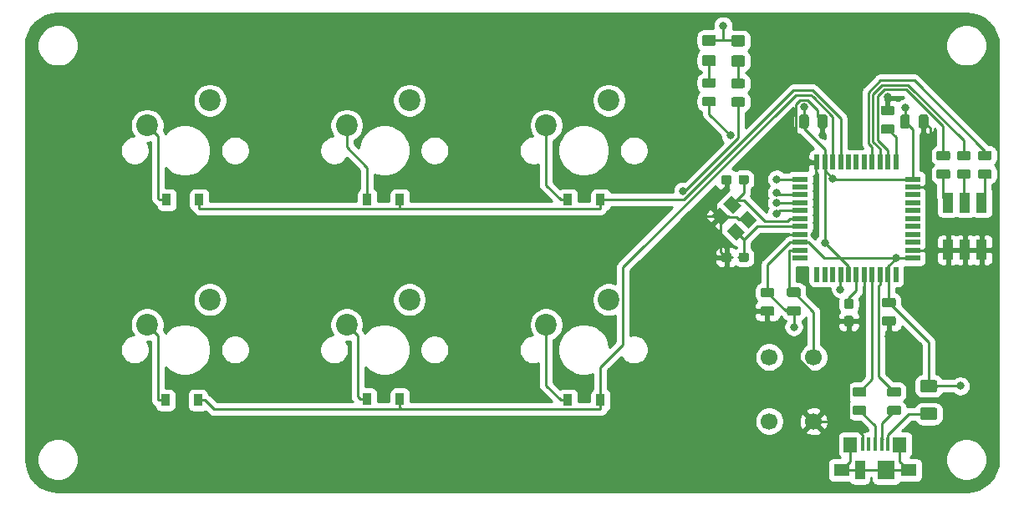
<source format=gbr>
G04 #@! TF.GenerationSoftware,KiCad,Pcbnew,5.1.5-52549c5~84~ubuntu18.04.1*
G04 #@! TF.CreationDate,2020-02-25T00:11:06-08:00*
G04 #@! TF.ProjectId,dotkb_micro,646f746b-625f-46d6-9963-726f2e6b6963,rev?*
G04 #@! TF.SameCoordinates,Original*
G04 #@! TF.FileFunction,Copper,L2,Bot*
G04 #@! TF.FilePolarity,Positive*
%FSLAX46Y46*%
G04 Gerber Fmt 4.6, Leading zero omitted, Abs format (unit mm)*
G04 Created by KiCad (PCBNEW 5.1.5-52549c5~84~ubuntu18.04.1) date 2020-02-25 00:11:06*
%MOMM*%
%LPD*%
G04 APERTURE LIST*
%ADD10C,0.100000*%
%ADD11R,1.100000X2.000000*%
%ADD12R,0.900000X1.200000*%
%ADD13R,0.450000X1.380000*%
%ADD14R,1.425000X1.550000*%
%ADD15R,1.650000X1.300000*%
%ADD16R,1.800000X1.900000*%
%ADD17R,1.000000X1.900000*%
%ADD18C,2.200000*%
%ADD19C,1.700000*%
%ADD20R,0.550000X1.500000*%
%ADD21R,1.500000X0.550000*%
%ADD22C,0.800000*%
%ADD23C,0.254000*%
G04 APERTURE END LIST*
G04 #@! TA.AperFunction,SMDPad,CuDef*
D10*
G36*
X138830479Y-99271444D02*
G01*
X138853534Y-99274863D01*
X138876143Y-99280527D01*
X138898087Y-99288379D01*
X138919157Y-99298344D01*
X138939148Y-99310326D01*
X138957868Y-99324210D01*
X138975138Y-99339862D01*
X138990790Y-99357132D01*
X139004674Y-99375852D01*
X139016656Y-99395843D01*
X139026621Y-99416913D01*
X139034473Y-99438857D01*
X139040137Y-99461466D01*
X139043556Y-99484521D01*
X139044700Y-99507800D01*
X139044700Y-100082800D01*
X139043556Y-100106079D01*
X139040137Y-100129134D01*
X139034473Y-100151743D01*
X139026621Y-100173687D01*
X139016656Y-100194757D01*
X139004674Y-100214748D01*
X138990790Y-100233468D01*
X138975138Y-100250738D01*
X138957868Y-100266390D01*
X138939148Y-100280274D01*
X138919157Y-100292256D01*
X138898087Y-100302221D01*
X138876143Y-100310073D01*
X138853534Y-100315737D01*
X138830479Y-100319156D01*
X138807200Y-100320300D01*
X138332200Y-100320300D01*
X138308921Y-100319156D01*
X138285866Y-100315737D01*
X138263257Y-100310073D01*
X138241313Y-100302221D01*
X138220243Y-100292256D01*
X138200252Y-100280274D01*
X138181532Y-100266390D01*
X138164262Y-100250738D01*
X138148610Y-100233468D01*
X138134726Y-100214748D01*
X138122744Y-100194757D01*
X138112779Y-100173687D01*
X138104927Y-100151743D01*
X138099263Y-100129134D01*
X138095844Y-100106079D01*
X138094700Y-100082800D01*
X138094700Y-99507800D01*
X138095844Y-99484521D01*
X138099263Y-99461466D01*
X138104927Y-99438857D01*
X138112779Y-99416913D01*
X138122744Y-99395843D01*
X138134726Y-99375852D01*
X138148610Y-99357132D01*
X138164262Y-99339862D01*
X138181532Y-99324210D01*
X138200252Y-99310326D01*
X138220243Y-99298344D01*
X138241313Y-99288379D01*
X138263257Y-99280527D01*
X138285866Y-99274863D01*
X138308921Y-99271444D01*
X138332200Y-99270300D01*
X138807200Y-99270300D01*
X138830479Y-99271444D01*
G37*
G04 #@! TD.AperFunction*
G04 #@! TA.AperFunction,SMDPad,CuDef*
G36*
X138830479Y-97521444D02*
G01*
X138853534Y-97524863D01*
X138876143Y-97530527D01*
X138898087Y-97538379D01*
X138919157Y-97548344D01*
X138939148Y-97560326D01*
X138957868Y-97574210D01*
X138975138Y-97589862D01*
X138990790Y-97607132D01*
X139004674Y-97625852D01*
X139016656Y-97645843D01*
X139026621Y-97666913D01*
X139034473Y-97688857D01*
X139040137Y-97711466D01*
X139043556Y-97734521D01*
X139044700Y-97757800D01*
X139044700Y-98332800D01*
X139043556Y-98356079D01*
X139040137Y-98379134D01*
X139034473Y-98401743D01*
X139026621Y-98423687D01*
X139016656Y-98444757D01*
X139004674Y-98464748D01*
X138990790Y-98483468D01*
X138975138Y-98500738D01*
X138957868Y-98516390D01*
X138939148Y-98530274D01*
X138919157Y-98542256D01*
X138898087Y-98552221D01*
X138876143Y-98560073D01*
X138853534Y-98565737D01*
X138830479Y-98569156D01*
X138807200Y-98570300D01*
X138332200Y-98570300D01*
X138308921Y-98569156D01*
X138285866Y-98565737D01*
X138263257Y-98560073D01*
X138241313Y-98552221D01*
X138220243Y-98542256D01*
X138200252Y-98530274D01*
X138181532Y-98516390D01*
X138164262Y-98500738D01*
X138148610Y-98483468D01*
X138134726Y-98464748D01*
X138122744Y-98444757D01*
X138112779Y-98423687D01*
X138104927Y-98401743D01*
X138099263Y-98379134D01*
X138095844Y-98356079D01*
X138094700Y-98332800D01*
X138094700Y-97757800D01*
X138095844Y-97734521D01*
X138099263Y-97711466D01*
X138104927Y-97688857D01*
X138112779Y-97666913D01*
X138122744Y-97645843D01*
X138134726Y-97625852D01*
X138148610Y-97607132D01*
X138164262Y-97589862D01*
X138181532Y-97574210D01*
X138200252Y-97560326D01*
X138220243Y-97548344D01*
X138241313Y-97538379D01*
X138263257Y-97530527D01*
X138285866Y-97524863D01*
X138308921Y-97521444D01*
X138332200Y-97520300D01*
X138807200Y-97520300D01*
X138830479Y-97521444D01*
G37*
G04 #@! TD.AperFunction*
G04 #@! TA.AperFunction,SMDPad,CuDef*
G36*
X126486579Y-84971744D02*
G01*
X126509634Y-84975163D01*
X126532243Y-84980827D01*
X126554187Y-84988679D01*
X126575257Y-84998644D01*
X126595248Y-85010626D01*
X126613968Y-85024510D01*
X126631238Y-85040162D01*
X126646890Y-85057432D01*
X126660774Y-85076152D01*
X126672756Y-85096143D01*
X126682721Y-85117213D01*
X126690573Y-85139157D01*
X126696237Y-85161766D01*
X126699656Y-85184821D01*
X126700800Y-85208100D01*
X126700800Y-85683100D01*
X126699656Y-85706379D01*
X126696237Y-85729434D01*
X126690573Y-85752043D01*
X126682721Y-85773987D01*
X126672756Y-85795057D01*
X126660774Y-85815048D01*
X126646890Y-85833768D01*
X126631238Y-85851038D01*
X126613968Y-85866690D01*
X126595248Y-85880574D01*
X126575257Y-85892556D01*
X126554187Y-85902521D01*
X126532243Y-85910373D01*
X126509634Y-85916037D01*
X126486579Y-85919456D01*
X126463300Y-85920600D01*
X125888300Y-85920600D01*
X125865021Y-85919456D01*
X125841966Y-85916037D01*
X125819357Y-85910373D01*
X125797413Y-85902521D01*
X125776343Y-85892556D01*
X125756352Y-85880574D01*
X125737632Y-85866690D01*
X125720362Y-85851038D01*
X125704710Y-85833768D01*
X125690826Y-85815048D01*
X125678844Y-85795057D01*
X125668879Y-85773987D01*
X125661027Y-85752043D01*
X125655363Y-85729434D01*
X125651944Y-85706379D01*
X125650800Y-85683100D01*
X125650800Y-85208100D01*
X125651944Y-85184821D01*
X125655363Y-85161766D01*
X125661027Y-85139157D01*
X125668879Y-85117213D01*
X125678844Y-85096143D01*
X125690826Y-85076152D01*
X125704710Y-85057432D01*
X125720362Y-85040162D01*
X125737632Y-85024510D01*
X125756352Y-85010626D01*
X125776343Y-84998644D01*
X125797413Y-84988679D01*
X125819357Y-84980827D01*
X125841966Y-84975163D01*
X125865021Y-84971744D01*
X125888300Y-84970600D01*
X126463300Y-84970600D01*
X126486579Y-84971744D01*
G37*
G04 #@! TD.AperFunction*
G04 #@! TA.AperFunction,SMDPad,CuDef*
G36*
X128236579Y-84971744D02*
G01*
X128259634Y-84975163D01*
X128282243Y-84980827D01*
X128304187Y-84988679D01*
X128325257Y-84998644D01*
X128345248Y-85010626D01*
X128363968Y-85024510D01*
X128381238Y-85040162D01*
X128396890Y-85057432D01*
X128410774Y-85076152D01*
X128422756Y-85096143D01*
X128432721Y-85117213D01*
X128440573Y-85139157D01*
X128446237Y-85161766D01*
X128449656Y-85184821D01*
X128450800Y-85208100D01*
X128450800Y-85683100D01*
X128449656Y-85706379D01*
X128446237Y-85729434D01*
X128440573Y-85752043D01*
X128432721Y-85773987D01*
X128422756Y-85795057D01*
X128410774Y-85815048D01*
X128396890Y-85833768D01*
X128381238Y-85851038D01*
X128363968Y-85866690D01*
X128345248Y-85880574D01*
X128325257Y-85892556D01*
X128304187Y-85902521D01*
X128282243Y-85910373D01*
X128259634Y-85916037D01*
X128236579Y-85919456D01*
X128213300Y-85920600D01*
X127638300Y-85920600D01*
X127615021Y-85919456D01*
X127591966Y-85916037D01*
X127569357Y-85910373D01*
X127547413Y-85902521D01*
X127526343Y-85892556D01*
X127506352Y-85880574D01*
X127487632Y-85866690D01*
X127470362Y-85851038D01*
X127454710Y-85833768D01*
X127440826Y-85815048D01*
X127428844Y-85795057D01*
X127418879Y-85773987D01*
X127411027Y-85752043D01*
X127405363Y-85729434D01*
X127401944Y-85706379D01*
X127400800Y-85683100D01*
X127400800Y-85208100D01*
X127401944Y-85184821D01*
X127405363Y-85161766D01*
X127411027Y-85139157D01*
X127418879Y-85117213D01*
X127428844Y-85096143D01*
X127440826Y-85076152D01*
X127454710Y-85057432D01*
X127470362Y-85040162D01*
X127487632Y-85024510D01*
X127506352Y-85010626D01*
X127526343Y-84998644D01*
X127547413Y-84988679D01*
X127569357Y-84980827D01*
X127591966Y-84975163D01*
X127615021Y-84971744D01*
X127638300Y-84970600D01*
X128213300Y-84970600D01*
X128236579Y-84971744D01*
G37*
G04 #@! TD.AperFunction*
G04 #@! TA.AperFunction,SMDPad,CuDef*
G36*
X126486579Y-92845744D02*
G01*
X126509634Y-92849163D01*
X126532243Y-92854827D01*
X126554187Y-92862679D01*
X126575257Y-92872644D01*
X126595248Y-92884626D01*
X126613968Y-92898510D01*
X126631238Y-92914162D01*
X126646890Y-92931432D01*
X126660774Y-92950152D01*
X126672756Y-92970143D01*
X126682721Y-92991213D01*
X126690573Y-93013157D01*
X126696237Y-93035766D01*
X126699656Y-93058821D01*
X126700800Y-93082100D01*
X126700800Y-93557100D01*
X126699656Y-93580379D01*
X126696237Y-93603434D01*
X126690573Y-93626043D01*
X126682721Y-93647987D01*
X126672756Y-93669057D01*
X126660774Y-93689048D01*
X126646890Y-93707768D01*
X126631238Y-93725038D01*
X126613968Y-93740690D01*
X126595248Y-93754574D01*
X126575257Y-93766556D01*
X126554187Y-93776521D01*
X126532243Y-93784373D01*
X126509634Y-93790037D01*
X126486579Y-93793456D01*
X126463300Y-93794600D01*
X125888300Y-93794600D01*
X125865021Y-93793456D01*
X125841966Y-93790037D01*
X125819357Y-93784373D01*
X125797413Y-93776521D01*
X125776343Y-93766556D01*
X125756352Y-93754574D01*
X125737632Y-93740690D01*
X125720362Y-93725038D01*
X125704710Y-93707768D01*
X125690826Y-93689048D01*
X125678844Y-93669057D01*
X125668879Y-93647987D01*
X125661027Y-93626043D01*
X125655363Y-93603434D01*
X125651944Y-93580379D01*
X125650800Y-93557100D01*
X125650800Y-93082100D01*
X125651944Y-93058821D01*
X125655363Y-93035766D01*
X125661027Y-93013157D01*
X125668879Y-92991213D01*
X125678844Y-92970143D01*
X125690826Y-92950152D01*
X125704710Y-92931432D01*
X125720362Y-92914162D01*
X125737632Y-92898510D01*
X125756352Y-92884626D01*
X125776343Y-92872644D01*
X125797413Y-92862679D01*
X125819357Y-92854827D01*
X125841966Y-92849163D01*
X125865021Y-92845744D01*
X125888300Y-92844600D01*
X126463300Y-92844600D01*
X126486579Y-92845744D01*
G37*
G04 #@! TD.AperFunction*
G04 #@! TA.AperFunction,SMDPad,CuDef*
G36*
X128236579Y-92845744D02*
G01*
X128259634Y-92849163D01*
X128282243Y-92854827D01*
X128304187Y-92862679D01*
X128325257Y-92872644D01*
X128345248Y-92884626D01*
X128363968Y-92898510D01*
X128381238Y-92914162D01*
X128396890Y-92931432D01*
X128410774Y-92950152D01*
X128422756Y-92970143D01*
X128432721Y-92991213D01*
X128440573Y-93013157D01*
X128446237Y-93035766D01*
X128449656Y-93058821D01*
X128450800Y-93082100D01*
X128450800Y-93557100D01*
X128449656Y-93580379D01*
X128446237Y-93603434D01*
X128440573Y-93626043D01*
X128432721Y-93647987D01*
X128422756Y-93669057D01*
X128410774Y-93689048D01*
X128396890Y-93707768D01*
X128381238Y-93725038D01*
X128363968Y-93740690D01*
X128345248Y-93754574D01*
X128325257Y-93766556D01*
X128304187Y-93776521D01*
X128282243Y-93784373D01*
X128259634Y-93790037D01*
X128236579Y-93793456D01*
X128213300Y-93794600D01*
X127638300Y-93794600D01*
X127615021Y-93793456D01*
X127591966Y-93790037D01*
X127569357Y-93784373D01*
X127547413Y-93776521D01*
X127526343Y-93766556D01*
X127506352Y-93754574D01*
X127487632Y-93740690D01*
X127470362Y-93725038D01*
X127454710Y-93707768D01*
X127440826Y-93689048D01*
X127428844Y-93669057D01*
X127418879Y-93647987D01*
X127411027Y-93626043D01*
X127405363Y-93603434D01*
X127401944Y-93580379D01*
X127400800Y-93557100D01*
X127400800Y-93082100D01*
X127401944Y-93058821D01*
X127405363Y-93035766D01*
X127411027Y-93013157D01*
X127418879Y-92991213D01*
X127428844Y-92970143D01*
X127440826Y-92950152D01*
X127454710Y-92931432D01*
X127470362Y-92914162D01*
X127487632Y-92898510D01*
X127506352Y-92884626D01*
X127526343Y-92872644D01*
X127547413Y-92862679D01*
X127569357Y-92854827D01*
X127591966Y-92849163D01*
X127615021Y-92845744D01*
X127638300Y-92844600D01*
X128213300Y-92844600D01*
X128236579Y-92845744D01*
G37*
G04 #@! TD.AperFunction*
G04 #@! TA.AperFunction,SMDPad,CuDef*
G36*
X140129342Y-108378074D02*
G01*
X140153003Y-108381584D01*
X140176207Y-108387396D01*
X140198729Y-108395454D01*
X140220353Y-108405682D01*
X140240870Y-108417979D01*
X140260083Y-108432229D01*
X140277807Y-108448293D01*
X140293871Y-108466017D01*
X140308121Y-108485230D01*
X140320418Y-108505747D01*
X140330646Y-108527371D01*
X140338704Y-108549893D01*
X140344516Y-108573097D01*
X140348026Y-108596758D01*
X140349200Y-108620650D01*
X140349200Y-109108150D01*
X140348026Y-109132042D01*
X140344516Y-109155703D01*
X140338704Y-109178907D01*
X140330646Y-109201429D01*
X140320418Y-109223053D01*
X140308121Y-109243570D01*
X140293871Y-109262783D01*
X140277807Y-109280507D01*
X140260083Y-109296571D01*
X140240870Y-109310821D01*
X140220353Y-109323118D01*
X140198729Y-109333346D01*
X140176207Y-109341404D01*
X140153003Y-109347216D01*
X140129342Y-109350726D01*
X140105450Y-109351900D01*
X139192950Y-109351900D01*
X139169058Y-109350726D01*
X139145397Y-109347216D01*
X139122193Y-109341404D01*
X139099671Y-109333346D01*
X139078047Y-109323118D01*
X139057530Y-109310821D01*
X139038317Y-109296571D01*
X139020593Y-109280507D01*
X139004529Y-109262783D01*
X138990279Y-109243570D01*
X138977982Y-109223053D01*
X138967754Y-109201429D01*
X138959696Y-109178907D01*
X138953884Y-109155703D01*
X138950374Y-109132042D01*
X138949200Y-109108150D01*
X138949200Y-108620650D01*
X138950374Y-108596758D01*
X138953884Y-108573097D01*
X138959696Y-108549893D01*
X138967754Y-108527371D01*
X138977982Y-108505747D01*
X138990279Y-108485230D01*
X139004529Y-108466017D01*
X139020593Y-108448293D01*
X139038317Y-108432229D01*
X139057530Y-108417979D01*
X139078047Y-108405682D01*
X139099671Y-108395454D01*
X139122193Y-108387396D01*
X139145397Y-108381584D01*
X139169058Y-108378074D01*
X139192950Y-108376900D01*
X140105450Y-108376900D01*
X140129342Y-108378074D01*
G37*
G04 #@! TD.AperFunction*
G04 #@! TA.AperFunction,SMDPad,CuDef*
G36*
X140129342Y-106503074D02*
G01*
X140153003Y-106506584D01*
X140176207Y-106512396D01*
X140198729Y-106520454D01*
X140220353Y-106530682D01*
X140240870Y-106542979D01*
X140260083Y-106557229D01*
X140277807Y-106573293D01*
X140293871Y-106591017D01*
X140308121Y-106610230D01*
X140320418Y-106630747D01*
X140330646Y-106652371D01*
X140338704Y-106674893D01*
X140344516Y-106698097D01*
X140348026Y-106721758D01*
X140349200Y-106745650D01*
X140349200Y-107233150D01*
X140348026Y-107257042D01*
X140344516Y-107280703D01*
X140338704Y-107303907D01*
X140330646Y-107326429D01*
X140320418Y-107348053D01*
X140308121Y-107368570D01*
X140293871Y-107387783D01*
X140277807Y-107405507D01*
X140260083Y-107421571D01*
X140240870Y-107435821D01*
X140220353Y-107448118D01*
X140198729Y-107458346D01*
X140176207Y-107466404D01*
X140153003Y-107472216D01*
X140129342Y-107475726D01*
X140105450Y-107476900D01*
X139192950Y-107476900D01*
X139169058Y-107475726D01*
X139145397Y-107472216D01*
X139122193Y-107466404D01*
X139099671Y-107458346D01*
X139078047Y-107448118D01*
X139057530Y-107435821D01*
X139038317Y-107421571D01*
X139020593Y-107405507D01*
X139004529Y-107387783D01*
X138990279Y-107368570D01*
X138977982Y-107348053D01*
X138967754Y-107326429D01*
X138959696Y-107303907D01*
X138953884Y-107280703D01*
X138950374Y-107257042D01*
X138949200Y-107233150D01*
X138949200Y-106745650D01*
X138950374Y-106721758D01*
X138953884Y-106698097D01*
X138959696Y-106674893D01*
X138967754Y-106652371D01*
X138977982Y-106630747D01*
X138990279Y-106610230D01*
X139004529Y-106591017D01*
X139020593Y-106573293D01*
X139038317Y-106557229D01*
X139057530Y-106542979D01*
X139078047Y-106530682D01*
X139099671Y-106520454D01*
X139122193Y-106512396D01*
X139145397Y-106506584D01*
X139169058Y-106503074D01*
X139192950Y-106501900D01*
X140105450Y-106501900D01*
X140129342Y-106503074D01*
G37*
G04 #@! TD.AperFunction*
G04 #@! TA.AperFunction,SMDPad,CuDef*
G36*
X143634542Y-108378074D02*
G01*
X143658203Y-108381584D01*
X143681407Y-108387396D01*
X143703929Y-108395454D01*
X143725553Y-108405682D01*
X143746070Y-108417979D01*
X143765283Y-108432229D01*
X143783007Y-108448293D01*
X143799071Y-108466017D01*
X143813321Y-108485230D01*
X143825618Y-108505747D01*
X143835846Y-108527371D01*
X143843904Y-108549893D01*
X143849716Y-108573097D01*
X143853226Y-108596758D01*
X143854400Y-108620650D01*
X143854400Y-109108150D01*
X143853226Y-109132042D01*
X143849716Y-109155703D01*
X143843904Y-109178907D01*
X143835846Y-109201429D01*
X143825618Y-109223053D01*
X143813321Y-109243570D01*
X143799071Y-109262783D01*
X143783007Y-109280507D01*
X143765283Y-109296571D01*
X143746070Y-109310821D01*
X143725553Y-109323118D01*
X143703929Y-109333346D01*
X143681407Y-109341404D01*
X143658203Y-109347216D01*
X143634542Y-109350726D01*
X143610650Y-109351900D01*
X142698150Y-109351900D01*
X142674258Y-109350726D01*
X142650597Y-109347216D01*
X142627393Y-109341404D01*
X142604871Y-109333346D01*
X142583247Y-109323118D01*
X142562730Y-109310821D01*
X142543517Y-109296571D01*
X142525793Y-109280507D01*
X142509729Y-109262783D01*
X142495479Y-109243570D01*
X142483182Y-109223053D01*
X142472954Y-109201429D01*
X142464896Y-109178907D01*
X142459084Y-109155703D01*
X142455574Y-109132042D01*
X142454400Y-109108150D01*
X142454400Y-108620650D01*
X142455574Y-108596758D01*
X142459084Y-108573097D01*
X142464896Y-108549893D01*
X142472954Y-108527371D01*
X142483182Y-108505747D01*
X142495479Y-108485230D01*
X142509729Y-108466017D01*
X142525793Y-108448293D01*
X142543517Y-108432229D01*
X142562730Y-108417979D01*
X142583247Y-108405682D01*
X142604871Y-108395454D01*
X142627393Y-108387396D01*
X142650597Y-108381584D01*
X142674258Y-108378074D01*
X142698150Y-108376900D01*
X143610650Y-108376900D01*
X143634542Y-108378074D01*
G37*
G04 #@! TD.AperFunction*
G04 #@! TA.AperFunction,SMDPad,CuDef*
G36*
X143634542Y-106503074D02*
G01*
X143658203Y-106506584D01*
X143681407Y-106512396D01*
X143703929Y-106520454D01*
X143725553Y-106530682D01*
X143746070Y-106542979D01*
X143765283Y-106557229D01*
X143783007Y-106573293D01*
X143799071Y-106591017D01*
X143813321Y-106610230D01*
X143825618Y-106630747D01*
X143835846Y-106652371D01*
X143843904Y-106674893D01*
X143849716Y-106698097D01*
X143853226Y-106721758D01*
X143854400Y-106745650D01*
X143854400Y-107233150D01*
X143853226Y-107257042D01*
X143849716Y-107280703D01*
X143843904Y-107303907D01*
X143835846Y-107326429D01*
X143825618Y-107348053D01*
X143813321Y-107368570D01*
X143799071Y-107387783D01*
X143783007Y-107405507D01*
X143765283Y-107421571D01*
X143746070Y-107435821D01*
X143725553Y-107448118D01*
X143703929Y-107458346D01*
X143681407Y-107466404D01*
X143658203Y-107472216D01*
X143634542Y-107475726D01*
X143610650Y-107476900D01*
X142698150Y-107476900D01*
X142674258Y-107475726D01*
X142650597Y-107472216D01*
X142627393Y-107466404D01*
X142604871Y-107458346D01*
X142583247Y-107448118D01*
X142562730Y-107435821D01*
X142543517Y-107421571D01*
X142525793Y-107405507D01*
X142509729Y-107387783D01*
X142495479Y-107368570D01*
X142483182Y-107348053D01*
X142472954Y-107326429D01*
X142464896Y-107303907D01*
X142459084Y-107280703D01*
X142455574Y-107257042D01*
X142454400Y-107233150D01*
X142454400Y-106745650D01*
X142455574Y-106721758D01*
X142459084Y-106698097D01*
X142464896Y-106674893D01*
X142472954Y-106652371D01*
X142483182Y-106630747D01*
X142495479Y-106610230D01*
X142509729Y-106591017D01*
X142525793Y-106573293D01*
X142543517Y-106557229D01*
X142562730Y-106542979D01*
X142583247Y-106530682D01*
X142604871Y-106520454D01*
X142627393Y-106512396D01*
X142650597Y-106506584D01*
X142674258Y-106503074D01*
X142698150Y-106501900D01*
X143610650Y-106501900D01*
X143634542Y-106503074D01*
G37*
G04 #@! TD.AperFunction*
D11*
X148617200Y-87782400D03*
X150317200Y-87782400D03*
X152017200Y-87782400D03*
X152017200Y-92582400D03*
X150317200Y-92582400D03*
X148617200Y-92582400D03*
G04 #@! TA.AperFunction,SMDPad,CuDef*
D10*
G36*
X148612942Y-82525474D02*
G01*
X148636603Y-82528984D01*
X148659807Y-82534796D01*
X148682329Y-82542854D01*
X148703953Y-82553082D01*
X148724470Y-82565379D01*
X148743683Y-82579629D01*
X148761407Y-82595693D01*
X148777471Y-82613417D01*
X148791721Y-82632630D01*
X148804018Y-82653147D01*
X148814246Y-82674771D01*
X148822304Y-82697293D01*
X148828116Y-82720497D01*
X148831626Y-82744158D01*
X148832800Y-82768050D01*
X148832800Y-83255550D01*
X148831626Y-83279442D01*
X148828116Y-83303103D01*
X148822304Y-83326307D01*
X148814246Y-83348829D01*
X148804018Y-83370453D01*
X148791721Y-83390970D01*
X148777471Y-83410183D01*
X148761407Y-83427907D01*
X148743683Y-83443971D01*
X148724470Y-83458221D01*
X148703953Y-83470518D01*
X148682329Y-83480746D01*
X148659807Y-83488804D01*
X148636603Y-83494616D01*
X148612942Y-83498126D01*
X148589050Y-83499300D01*
X147676550Y-83499300D01*
X147652658Y-83498126D01*
X147628997Y-83494616D01*
X147605793Y-83488804D01*
X147583271Y-83480746D01*
X147561647Y-83470518D01*
X147541130Y-83458221D01*
X147521917Y-83443971D01*
X147504193Y-83427907D01*
X147488129Y-83410183D01*
X147473879Y-83390970D01*
X147461582Y-83370453D01*
X147451354Y-83348829D01*
X147443296Y-83326307D01*
X147437484Y-83303103D01*
X147433974Y-83279442D01*
X147432800Y-83255550D01*
X147432800Y-82768050D01*
X147433974Y-82744158D01*
X147437484Y-82720497D01*
X147443296Y-82697293D01*
X147451354Y-82674771D01*
X147461582Y-82653147D01*
X147473879Y-82632630D01*
X147488129Y-82613417D01*
X147504193Y-82595693D01*
X147521917Y-82579629D01*
X147541130Y-82565379D01*
X147561647Y-82553082D01*
X147583271Y-82542854D01*
X147605793Y-82534796D01*
X147628997Y-82528984D01*
X147652658Y-82525474D01*
X147676550Y-82524300D01*
X148589050Y-82524300D01*
X148612942Y-82525474D01*
G37*
G04 #@! TD.AperFunction*
G04 #@! TA.AperFunction,SMDPad,CuDef*
G36*
X148612942Y-84400474D02*
G01*
X148636603Y-84403984D01*
X148659807Y-84409796D01*
X148682329Y-84417854D01*
X148703953Y-84428082D01*
X148724470Y-84440379D01*
X148743683Y-84454629D01*
X148761407Y-84470693D01*
X148777471Y-84488417D01*
X148791721Y-84507630D01*
X148804018Y-84528147D01*
X148814246Y-84549771D01*
X148822304Y-84572293D01*
X148828116Y-84595497D01*
X148831626Y-84619158D01*
X148832800Y-84643050D01*
X148832800Y-85130550D01*
X148831626Y-85154442D01*
X148828116Y-85178103D01*
X148822304Y-85201307D01*
X148814246Y-85223829D01*
X148804018Y-85245453D01*
X148791721Y-85265970D01*
X148777471Y-85285183D01*
X148761407Y-85302907D01*
X148743683Y-85318971D01*
X148724470Y-85333221D01*
X148703953Y-85345518D01*
X148682329Y-85355746D01*
X148659807Y-85363804D01*
X148636603Y-85369616D01*
X148612942Y-85373126D01*
X148589050Y-85374300D01*
X147676550Y-85374300D01*
X147652658Y-85373126D01*
X147628997Y-85369616D01*
X147605793Y-85363804D01*
X147583271Y-85355746D01*
X147561647Y-85345518D01*
X147541130Y-85333221D01*
X147521917Y-85318971D01*
X147504193Y-85302907D01*
X147488129Y-85285183D01*
X147473879Y-85265970D01*
X147461582Y-85245453D01*
X147451354Y-85223829D01*
X147443296Y-85201307D01*
X147437484Y-85178103D01*
X147433974Y-85154442D01*
X147432800Y-85130550D01*
X147432800Y-84643050D01*
X147433974Y-84619158D01*
X147437484Y-84595497D01*
X147443296Y-84572293D01*
X147451354Y-84549771D01*
X147461582Y-84528147D01*
X147473879Y-84507630D01*
X147488129Y-84488417D01*
X147504193Y-84470693D01*
X147521917Y-84454629D01*
X147541130Y-84440379D01*
X147561647Y-84428082D01*
X147583271Y-84417854D01*
X147605793Y-84409796D01*
X147628997Y-84403984D01*
X147652658Y-84400474D01*
X147676550Y-84399300D01*
X148589050Y-84399300D01*
X148612942Y-84400474D01*
G37*
G04 #@! TD.AperFunction*
G04 #@! TA.AperFunction,SMDPad,CuDef*
G36*
X150695742Y-82525474D02*
G01*
X150719403Y-82528984D01*
X150742607Y-82534796D01*
X150765129Y-82542854D01*
X150786753Y-82553082D01*
X150807270Y-82565379D01*
X150826483Y-82579629D01*
X150844207Y-82595693D01*
X150860271Y-82613417D01*
X150874521Y-82632630D01*
X150886818Y-82653147D01*
X150897046Y-82674771D01*
X150905104Y-82697293D01*
X150910916Y-82720497D01*
X150914426Y-82744158D01*
X150915600Y-82768050D01*
X150915600Y-83255550D01*
X150914426Y-83279442D01*
X150910916Y-83303103D01*
X150905104Y-83326307D01*
X150897046Y-83348829D01*
X150886818Y-83370453D01*
X150874521Y-83390970D01*
X150860271Y-83410183D01*
X150844207Y-83427907D01*
X150826483Y-83443971D01*
X150807270Y-83458221D01*
X150786753Y-83470518D01*
X150765129Y-83480746D01*
X150742607Y-83488804D01*
X150719403Y-83494616D01*
X150695742Y-83498126D01*
X150671850Y-83499300D01*
X149759350Y-83499300D01*
X149735458Y-83498126D01*
X149711797Y-83494616D01*
X149688593Y-83488804D01*
X149666071Y-83480746D01*
X149644447Y-83470518D01*
X149623930Y-83458221D01*
X149604717Y-83443971D01*
X149586993Y-83427907D01*
X149570929Y-83410183D01*
X149556679Y-83390970D01*
X149544382Y-83370453D01*
X149534154Y-83348829D01*
X149526096Y-83326307D01*
X149520284Y-83303103D01*
X149516774Y-83279442D01*
X149515600Y-83255550D01*
X149515600Y-82768050D01*
X149516774Y-82744158D01*
X149520284Y-82720497D01*
X149526096Y-82697293D01*
X149534154Y-82674771D01*
X149544382Y-82653147D01*
X149556679Y-82632630D01*
X149570929Y-82613417D01*
X149586993Y-82595693D01*
X149604717Y-82579629D01*
X149623930Y-82565379D01*
X149644447Y-82553082D01*
X149666071Y-82542854D01*
X149688593Y-82534796D01*
X149711797Y-82528984D01*
X149735458Y-82525474D01*
X149759350Y-82524300D01*
X150671850Y-82524300D01*
X150695742Y-82525474D01*
G37*
G04 #@! TD.AperFunction*
G04 #@! TA.AperFunction,SMDPad,CuDef*
G36*
X150695742Y-84400474D02*
G01*
X150719403Y-84403984D01*
X150742607Y-84409796D01*
X150765129Y-84417854D01*
X150786753Y-84428082D01*
X150807270Y-84440379D01*
X150826483Y-84454629D01*
X150844207Y-84470693D01*
X150860271Y-84488417D01*
X150874521Y-84507630D01*
X150886818Y-84528147D01*
X150897046Y-84549771D01*
X150905104Y-84572293D01*
X150910916Y-84595497D01*
X150914426Y-84619158D01*
X150915600Y-84643050D01*
X150915600Y-85130550D01*
X150914426Y-85154442D01*
X150910916Y-85178103D01*
X150905104Y-85201307D01*
X150897046Y-85223829D01*
X150886818Y-85245453D01*
X150874521Y-85265970D01*
X150860271Y-85285183D01*
X150844207Y-85302907D01*
X150826483Y-85318971D01*
X150807270Y-85333221D01*
X150786753Y-85345518D01*
X150765129Y-85355746D01*
X150742607Y-85363804D01*
X150719403Y-85369616D01*
X150695742Y-85373126D01*
X150671850Y-85374300D01*
X149759350Y-85374300D01*
X149735458Y-85373126D01*
X149711797Y-85369616D01*
X149688593Y-85363804D01*
X149666071Y-85355746D01*
X149644447Y-85345518D01*
X149623930Y-85333221D01*
X149604717Y-85318971D01*
X149586993Y-85302907D01*
X149570929Y-85285183D01*
X149556679Y-85265970D01*
X149544382Y-85245453D01*
X149534154Y-85223829D01*
X149526096Y-85201307D01*
X149520284Y-85178103D01*
X149516774Y-85154442D01*
X149515600Y-85130550D01*
X149515600Y-84643050D01*
X149516774Y-84619158D01*
X149520284Y-84595497D01*
X149526096Y-84572293D01*
X149534154Y-84549771D01*
X149544382Y-84528147D01*
X149556679Y-84507630D01*
X149570929Y-84488417D01*
X149586993Y-84470693D01*
X149604717Y-84454629D01*
X149623930Y-84440379D01*
X149644447Y-84428082D01*
X149666071Y-84417854D01*
X149688593Y-84409796D01*
X149711797Y-84403984D01*
X149735458Y-84400474D01*
X149759350Y-84399300D01*
X150671850Y-84399300D01*
X150695742Y-84400474D01*
G37*
G04 #@! TD.AperFunction*
G04 #@! TA.AperFunction,SMDPad,CuDef*
G36*
X152829342Y-82525474D02*
G01*
X152853003Y-82528984D01*
X152876207Y-82534796D01*
X152898729Y-82542854D01*
X152920353Y-82553082D01*
X152940870Y-82565379D01*
X152960083Y-82579629D01*
X152977807Y-82595693D01*
X152993871Y-82613417D01*
X153008121Y-82632630D01*
X153020418Y-82653147D01*
X153030646Y-82674771D01*
X153038704Y-82697293D01*
X153044516Y-82720497D01*
X153048026Y-82744158D01*
X153049200Y-82768050D01*
X153049200Y-83255550D01*
X153048026Y-83279442D01*
X153044516Y-83303103D01*
X153038704Y-83326307D01*
X153030646Y-83348829D01*
X153020418Y-83370453D01*
X153008121Y-83390970D01*
X152993871Y-83410183D01*
X152977807Y-83427907D01*
X152960083Y-83443971D01*
X152940870Y-83458221D01*
X152920353Y-83470518D01*
X152898729Y-83480746D01*
X152876207Y-83488804D01*
X152853003Y-83494616D01*
X152829342Y-83498126D01*
X152805450Y-83499300D01*
X151892950Y-83499300D01*
X151869058Y-83498126D01*
X151845397Y-83494616D01*
X151822193Y-83488804D01*
X151799671Y-83480746D01*
X151778047Y-83470518D01*
X151757530Y-83458221D01*
X151738317Y-83443971D01*
X151720593Y-83427907D01*
X151704529Y-83410183D01*
X151690279Y-83390970D01*
X151677982Y-83370453D01*
X151667754Y-83348829D01*
X151659696Y-83326307D01*
X151653884Y-83303103D01*
X151650374Y-83279442D01*
X151649200Y-83255550D01*
X151649200Y-82768050D01*
X151650374Y-82744158D01*
X151653884Y-82720497D01*
X151659696Y-82697293D01*
X151667754Y-82674771D01*
X151677982Y-82653147D01*
X151690279Y-82632630D01*
X151704529Y-82613417D01*
X151720593Y-82595693D01*
X151738317Y-82579629D01*
X151757530Y-82565379D01*
X151778047Y-82553082D01*
X151799671Y-82542854D01*
X151822193Y-82534796D01*
X151845397Y-82528984D01*
X151869058Y-82525474D01*
X151892950Y-82524300D01*
X152805450Y-82524300D01*
X152829342Y-82525474D01*
G37*
G04 #@! TD.AperFunction*
G04 #@! TA.AperFunction,SMDPad,CuDef*
G36*
X152829342Y-84400474D02*
G01*
X152853003Y-84403984D01*
X152876207Y-84409796D01*
X152898729Y-84417854D01*
X152920353Y-84428082D01*
X152940870Y-84440379D01*
X152960083Y-84454629D01*
X152977807Y-84470693D01*
X152993871Y-84488417D01*
X153008121Y-84507630D01*
X153020418Y-84528147D01*
X153030646Y-84549771D01*
X153038704Y-84572293D01*
X153044516Y-84595497D01*
X153048026Y-84619158D01*
X153049200Y-84643050D01*
X153049200Y-85130550D01*
X153048026Y-85154442D01*
X153044516Y-85178103D01*
X153038704Y-85201307D01*
X153030646Y-85223829D01*
X153020418Y-85245453D01*
X153008121Y-85265970D01*
X152993871Y-85285183D01*
X152977807Y-85302907D01*
X152960083Y-85318971D01*
X152940870Y-85333221D01*
X152920353Y-85345518D01*
X152898729Y-85355746D01*
X152876207Y-85363804D01*
X152853003Y-85369616D01*
X152829342Y-85373126D01*
X152805450Y-85374300D01*
X151892950Y-85374300D01*
X151869058Y-85373126D01*
X151845397Y-85369616D01*
X151822193Y-85363804D01*
X151799671Y-85355746D01*
X151778047Y-85345518D01*
X151757530Y-85333221D01*
X151738317Y-85318971D01*
X151720593Y-85302907D01*
X151704529Y-85285183D01*
X151690279Y-85265970D01*
X151677982Y-85245453D01*
X151667754Y-85223829D01*
X151659696Y-85201307D01*
X151653884Y-85178103D01*
X151650374Y-85154442D01*
X151649200Y-85130550D01*
X151649200Y-84643050D01*
X151650374Y-84619158D01*
X151653884Y-84595497D01*
X151659696Y-84572293D01*
X151667754Y-84549771D01*
X151677982Y-84528147D01*
X151690279Y-84507630D01*
X151704529Y-84488417D01*
X151720593Y-84470693D01*
X151738317Y-84454629D01*
X151757530Y-84440379D01*
X151778047Y-84428082D01*
X151799671Y-84417854D01*
X151822193Y-84409796D01*
X151845397Y-84403984D01*
X151869058Y-84400474D01*
X151892950Y-84399300D01*
X152805450Y-84399300D01*
X152829342Y-84400474D01*
G37*
G04 #@! TD.AperFunction*
G04 #@! TA.AperFunction,SMDPad,CuDef*
G36*
X124889342Y-77029874D02*
G01*
X124913003Y-77033384D01*
X124936207Y-77039196D01*
X124958729Y-77047254D01*
X124980353Y-77057482D01*
X125000870Y-77069779D01*
X125020083Y-77084029D01*
X125037807Y-77100093D01*
X125053871Y-77117817D01*
X125068121Y-77137030D01*
X125080418Y-77157547D01*
X125090646Y-77179171D01*
X125098704Y-77201693D01*
X125104516Y-77224897D01*
X125108026Y-77248558D01*
X125109200Y-77272450D01*
X125109200Y-77759950D01*
X125108026Y-77783842D01*
X125104516Y-77807503D01*
X125098704Y-77830707D01*
X125090646Y-77853229D01*
X125080418Y-77874853D01*
X125068121Y-77895370D01*
X125053871Y-77914583D01*
X125037807Y-77932307D01*
X125020083Y-77948371D01*
X125000870Y-77962621D01*
X124980353Y-77974918D01*
X124958729Y-77985146D01*
X124936207Y-77993204D01*
X124913003Y-77999016D01*
X124889342Y-78002526D01*
X124865450Y-78003700D01*
X123952950Y-78003700D01*
X123929058Y-78002526D01*
X123905397Y-77999016D01*
X123882193Y-77993204D01*
X123859671Y-77985146D01*
X123838047Y-77974918D01*
X123817530Y-77962621D01*
X123798317Y-77948371D01*
X123780593Y-77932307D01*
X123764529Y-77914583D01*
X123750279Y-77895370D01*
X123737982Y-77874853D01*
X123727754Y-77853229D01*
X123719696Y-77830707D01*
X123713884Y-77807503D01*
X123710374Y-77783842D01*
X123709200Y-77759950D01*
X123709200Y-77272450D01*
X123710374Y-77248558D01*
X123713884Y-77224897D01*
X123719696Y-77201693D01*
X123727754Y-77179171D01*
X123737982Y-77157547D01*
X123750279Y-77137030D01*
X123764529Y-77117817D01*
X123780593Y-77100093D01*
X123798317Y-77084029D01*
X123817530Y-77069779D01*
X123838047Y-77057482D01*
X123859671Y-77047254D01*
X123882193Y-77039196D01*
X123905397Y-77033384D01*
X123929058Y-77029874D01*
X123952950Y-77028700D01*
X124865450Y-77028700D01*
X124889342Y-77029874D01*
G37*
G04 #@! TD.AperFunction*
G04 #@! TA.AperFunction,SMDPad,CuDef*
G36*
X124889342Y-75154874D02*
G01*
X124913003Y-75158384D01*
X124936207Y-75164196D01*
X124958729Y-75172254D01*
X124980353Y-75182482D01*
X125000870Y-75194779D01*
X125020083Y-75209029D01*
X125037807Y-75225093D01*
X125053871Y-75242817D01*
X125068121Y-75262030D01*
X125080418Y-75282547D01*
X125090646Y-75304171D01*
X125098704Y-75326693D01*
X125104516Y-75349897D01*
X125108026Y-75373558D01*
X125109200Y-75397450D01*
X125109200Y-75884950D01*
X125108026Y-75908842D01*
X125104516Y-75932503D01*
X125098704Y-75955707D01*
X125090646Y-75978229D01*
X125080418Y-75999853D01*
X125068121Y-76020370D01*
X125053871Y-76039583D01*
X125037807Y-76057307D01*
X125020083Y-76073371D01*
X125000870Y-76087621D01*
X124980353Y-76099918D01*
X124958729Y-76110146D01*
X124936207Y-76118204D01*
X124913003Y-76124016D01*
X124889342Y-76127526D01*
X124865450Y-76128700D01*
X123952950Y-76128700D01*
X123929058Y-76127526D01*
X123905397Y-76124016D01*
X123882193Y-76118204D01*
X123859671Y-76110146D01*
X123838047Y-76099918D01*
X123817530Y-76087621D01*
X123798317Y-76073371D01*
X123780593Y-76057307D01*
X123764529Y-76039583D01*
X123750279Y-76020370D01*
X123737982Y-75999853D01*
X123727754Y-75978229D01*
X123719696Y-75955707D01*
X123713884Y-75932503D01*
X123710374Y-75908842D01*
X123709200Y-75884950D01*
X123709200Y-75397450D01*
X123710374Y-75373558D01*
X123713884Y-75349897D01*
X123719696Y-75326693D01*
X123727754Y-75304171D01*
X123737982Y-75282547D01*
X123750279Y-75262030D01*
X123764529Y-75242817D01*
X123780593Y-75225093D01*
X123798317Y-75209029D01*
X123817530Y-75194779D01*
X123838047Y-75182482D01*
X123859671Y-75172254D01*
X123882193Y-75164196D01*
X123905397Y-75158384D01*
X123929058Y-75154874D01*
X123952950Y-75153700D01*
X124865450Y-75153700D01*
X124889342Y-75154874D01*
G37*
G04 #@! TD.AperFunction*
G04 #@! TA.AperFunction,SMDPad,CuDef*
G36*
X127835742Y-77080674D02*
G01*
X127859403Y-77084184D01*
X127882607Y-77089996D01*
X127905129Y-77098054D01*
X127926753Y-77108282D01*
X127947270Y-77120579D01*
X127966483Y-77134829D01*
X127984207Y-77150893D01*
X128000271Y-77168617D01*
X128014521Y-77187830D01*
X128026818Y-77208347D01*
X128037046Y-77229971D01*
X128045104Y-77252493D01*
X128050916Y-77275697D01*
X128054426Y-77299358D01*
X128055600Y-77323250D01*
X128055600Y-77810750D01*
X128054426Y-77834642D01*
X128050916Y-77858303D01*
X128045104Y-77881507D01*
X128037046Y-77904029D01*
X128026818Y-77925653D01*
X128014521Y-77946170D01*
X128000271Y-77965383D01*
X127984207Y-77983107D01*
X127966483Y-77999171D01*
X127947270Y-78013421D01*
X127926753Y-78025718D01*
X127905129Y-78035946D01*
X127882607Y-78044004D01*
X127859403Y-78049816D01*
X127835742Y-78053326D01*
X127811850Y-78054500D01*
X126899350Y-78054500D01*
X126875458Y-78053326D01*
X126851797Y-78049816D01*
X126828593Y-78044004D01*
X126806071Y-78035946D01*
X126784447Y-78025718D01*
X126763930Y-78013421D01*
X126744717Y-77999171D01*
X126726993Y-77983107D01*
X126710929Y-77965383D01*
X126696679Y-77946170D01*
X126684382Y-77925653D01*
X126674154Y-77904029D01*
X126666096Y-77881507D01*
X126660284Y-77858303D01*
X126656774Y-77834642D01*
X126655600Y-77810750D01*
X126655600Y-77323250D01*
X126656774Y-77299358D01*
X126660284Y-77275697D01*
X126666096Y-77252493D01*
X126674154Y-77229971D01*
X126684382Y-77208347D01*
X126696679Y-77187830D01*
X126710929Y-77168617D01*
X126726993Y-77150893D01*
X126744717Y-77134829D01*
X126763930Y-77120579D01*
X126784447Y-77108282D01*
X126806071Y-77098054D01*
X126828593Y-77089996D01*
X126851797Y-77084184D01*
X126875458Y-77080674D01*
X126899350Y-77079500D01*
X127811850Y-77079500D01*
X127835742Y-77080674D01*
G37*
G04 #@! TD.AperFunction*
G04 #@! TA.AperFunction,SMDPad,CuDef*
G36*
X127835742Y-75205674D02*
G01*
X127859403Y-75209184D01*
X127882607Y-75214996D01*
X127905129Y-75223054D01*
X127926753Y-75233282D01*
X127947270Y-75245579D01*
X127966483Y-75259829D01*
X127984207Y-75275893D01*
X128000271Y-75293617D01*
X128014521Y-75312830D01*
X128026818Y-75333347D01*
X128037046Y-75354971D01*
X128045104Y-75377493D01*
X128050916Y-75400697D01*
X128054426Y-75424358D01*
X128055600Y-75448250D01*
X128055600Y-75935750D01*
X128054426Y-75959642D01*
X128050916Y-75983303D01*
X128045104Y-76006507D01*
X128037046Y-76029029D01*
X128026818Y-76050653D01*
X128014521Y-76071170D01*
X128000271Y-76090383D01*
X127984207Y-76108107D01*
X127966483Y-76124171D01*
X127947270Y-76138421D01*
X127926753Y-76150718D01*
X127905129Y-76160946D01*
X127882607Y-76169004D01*
X127859403Y-76174816D01*
X127835742Y-76178326D01*
X127811850Y-76179500D01*
X126899350Y-76179500D01*
X126875458Y-76178326D01*
X126851797Y-76174816D01*
X126828593Y-76169004D01*
X126806071Y-76160946D01*
X126784447Y-76150718D01*
X126763930Y-76138421D01*
X126744717Y-76124171D01*
X126726993Y-76108107D01*
X126710929Y-76090383D01*
X126696679Y-76071170D01*
X126684382Y-76050653D01*
X126674154Y-76029029D01*
X126666096Y-76006507D01*
X126660284Y-75983303D01*
X126656774Y-75959642D01*
X126655600Y-75935750D01*
X126655600Y-75448250D01*
X126656774Y-75424358D01*
X126660284Y-75400697D01*
X126666096Y-75377493D01*
X126674154Y-75354971D01*
X126684382Y-75333347D01*
X126696679Y-75312830D01*
X126710929Y-75293617D01*
X126726993Y-75275893D01*
X126744717Y-75259829D01*
X126763930Y-75245579D01*
X126784447Y-75233282D01*
X126806071Y-75223054D01*
X126828593Y-75214996D01*
X126851797Y-75209184D01*
X126875458Y-75205674D01*
X126899350Y-75204500D01*
X127811850Y-75204500D01*
X127835742Y-75205674D01*
G37*
G04 #@! TD.AperFunction*
G04 #@! TA.AperFunction,SMDPad,CuDef*
G36*
X124883705Y-72799404D02*
G01*
X124907973Y-72803004D01*
X124931772Y-72808965D01*
X124954871Y-72817230D01*
X124977050Y-72827720D01*
X124998093Y-72840332D01*
X125017799Y-72854947D01*
X125035977Y-72871423D01*
X125052453Y-72889601D01*
X125067068Y-72909307D01*
X125079680Y-72930350D01*
X125090170Y-72952529D01*
X125098435Y-72975628D01*
X125104396Y-72999427D01*
X125107996Y-73023695D01*
X125109200Y-73048199D01*
X125109200Y-73698201D01*
X125107996Y-73722705D01*
X125104396Y-73746973D01*
X125098435Y-73770772D01*
X125090170Y-73793871D01*
X125079680Y-73816050D01*
X125067068Y-73837093D01*
X125052453Y-73856799D01*
X125035977Y-73874977D01*
X125017799Y-73891453D01*
X124998093Y-73906068D01*
X124977050Y-73918680D01*
X124954871Y-73929170D01*
X124931772Y-73937435D01*
X124907973Y-73943396D01*
X124883705Y-73946996D01*
X124859201Y-73948200D01*
X123959199Y-73948200D01*
X123934695Y-73946996D01*
X123910427Y-73943396D01*
X123886628Y-73937435D01*
X123863529Y-73929170D01*
X123841350Y-73918680D01*
X123820307Y-73906068D01*
X123800601Y-73891453D01*
X123782423Y-73874977D01*
X123765947Y-73856799D01*
X123751332Y-73837093D01*
X123738720Y-73816050D01*
X123728230Y-73793871D01*
X123719965Y-73770772D01*
X123714004Y-73746973D01*
X123710404Y-73722705D01*
X123709200Y-73698201D01*
X123709200Y-73048199D01*
X123710404Y-73023695D01*
X123714004Y-72999427D01*
X123719965Y-72975628D01*
X123728230Y-72952529D01*
X123738720Y-72930350D01*
X123751332Y-72909307D01*
X123765947Y-72889601D01*
X123782423Y-72871423D01*
X123800601Y-72854947D01*
X123820307Y-72840332D01*
X123841350Y-72827720D01*
X123863529Y-72817230D01*
X123886628Y-72808965D01*
X123910427Y-72803004D01*
X123934695Y-72799404D01*
X123959199Y-72798200D01*
X124859201Y-72798200D01*
X124883705Y-72799404D01*
G37*
G04 #@! TD.AperFunction*
G04 #@! TA.AperFunction,SMDPad,CuDef*
G36*
X124883705Y-70749404D02*
G01*
X124907973Y-70753004D01*
X124931772Y-70758965D01*
X124954871Y-70767230D01*
X124977050Y-70777720D01*
X124998093Y-70790332D01*
X125017799Y-70804947D01*
X125035977Y-70821423D01*
X125052453Y-70839601D01*
X125067068Y-70859307D01*
X125079680Y-70880350D01*
X125090170Y-70902529D01*
X125098435Y-70925628D01*
X125104396Y-70949427D01*
X125107996Y-70973695D01*
X125109200Y-70998199D01*
X125109200Y-71648201D01*
X125107996Y-71672705D01*
X125104396Y-71696973D01*
X125098435Y-71720772D01*
X125090170Y-71743871D01*
X125079680Y-71766050D01*
X125067068Y-71787093D01*
X125052453Y-71806799D01*
X125035977Y-71824977D01*
X125017799Y-71841453D01*
X124998093Y-71856068D01*
X124977050Y-71868680D01*
X124954871Y-71879170D01*
X124931772Y-71887435D01*
X124907973Y-71893396D01*
X124883705Y-71896996D01*
X124859201Y-71898200D01*
X123959199Y-71898200D01*
X123934695Y-71896996D01*
X123910427Y-71893396D01*
X123886628Y-71887435D01*
X123863529Y-71879170D01*
X123841350Y-71868680D01*
X123820307Y-71856068D01*
X123800601Y-71841453D01*
X123782423Y-71824977D01*
X123765947Y-71806799D01*
X123751332Y-71787093D01*
X123738720Y-71766050D01*
X123728230Y-71743871D01*
X123719965Y-71720772D01*
X123714004Y-71696973D01*
X123710404Y-71672705D01*
X123709200Y-71648201D01*
X123709200Y-70998199D01*
X123710404Y-70973695D01*
X123714004Y-70949427D01*
X123719965Y-70925628D01*
X123728230Y-70902529D01*
X123738720Y-70880350D01*
X123751332Y-70859307D01*
X123765947Y-70839601D01*
X123782423Y-70821423D01*
X123800601Y-70804947D01*
X123820307Y-70790332D01*
X123841350Y-70777720D01*
X123863529Y-70767230D01*
X123886628Y-70758965D01*
X123910427Y-70753004D01*
X123934695Y-70749404D01*
X123959199Y-70748200D01*
X124859201Y-70748200D01*
X124883705Y-70749404D01*
G37*
G04 #@! TD.AperFunction*
G04 #@! TA.AperFunction,SMDPad,CuDef*
G36*
X127830105Y-72850204D02*
G01*
X127854373Y-72853804D01*
X127878172Y-72859765D01*
X127901271Y-72868030D01*
X127923450Y-72878520D01*
X127944493Y-72891132D01*
X127964199Y-72905747D01*
X127982377Y-72922223D01*
X127998853Y-72940401D01*
X128013468Y-72960107D01*
X128026080Y-72981150D01*
X128036570Y-73003329D01*
X128044835Y-73026428D01*
X128050796Y-73050227D01*
X128054396Y-73074495D01*
X128055600Y-73098999D01*
X128055600Y-73749001D01*
X128054396Y-73773505D01*
X128050796Y-73797773D01*
X128044835Y-73821572D01*
X128036570Y-73844671D01*
X128026080Y-73866850D01*
X128013468Y-73887893D01*
X127998853Y-73907599D01*
X127982377Y-73925777D01*
X127964199Y-73942253D01*
X127944493Y-73956868D01*
X127923450Y-73969480D01*
X127901271Y-73979970D01*
X127878172Y-73988235D01*
X127854373Y-73994196D01*
X127830105Y-73997796D01*
X127805601Y-73999000D01*
X126905599Y-73999000D01*
X126881095Y-73997796D01*
X126856827Y-73994196D01*
X126833028Y-73988235D01*
X126809929Y-73979970D01*
X126787750Y-73969480D01*
X126766707Y-73956868D01*
X126747001Y-73942253D01*
X126728823Y-73925777D01*
X126712347Y-73907599D01*
X126697732Y-73887893D01*
X126685120Y-73866850D01*
X126674630Y-73844671D01*
X126666365Y-73821572D01*
X126660404Y-73797773D01*
X126656804Y-73773505D01*
X126655600Y-73749001D01*
X126655600Y-73098999D01*
X126656804Y-73074495D01*
X126660404Y-73050227D01*
X126666365Y-73026428D01*
X126674630Y-73003329D01*
X126685120Y-72981150D01*
X126697732Y-72960107D01*
X126712347Y-72940401D01*
X126728823Y-72922223D01*
X126747001Y-72905747D01*
X126766707Y-72891132D01*
X126787750Y-72878520D01*
X126809929Y-72868030D01*
X126833028Y-72859765D01*
X126856827Y-72853804D01*
X126881095Y-72850204D01*
X126905599Y-72849000D01*
X127805601Y-72849000D01*
X127830105Y-72850204D01*
G37*
G04 #@! TD.AperFunction*
G04 #@! TA.AperFunction,SMDPad,CuDef*
G36*
X127830105Y-70800204D02*
G01*
X127854373Y-70803804D01*
X127878172Y-70809765D01*
X127901271Y-70818030D01*
X127923450Y-70828520D01*
X127944493Y-70841132D01*
X127964199Y-70855747D01*
X127982377Y-70872223D01*
X127998853Y-70890401D01*
X128013468Y-70910107D01*
X128026080Y-70931150D01*
X128036570Y-70953329D01*
X128044835Y-70976428D01*
X128050796Y-71000227D01*
X128054396Y-71024495D01*
X128055600Y-71048999D01*
X128055600Y-71699001D01*
X128054396Y-71723505D01*
X128050796Y-71747773D01*
X128044835Y-71771572D01*
X128036570Y-71794671D01*
X128026080Y-71816850D01*
X128013468Y-71837893D01*
X127998853Y-71857599D01*
X127982377Y-71875777D01*
X127964199Y-71892253D01*
X127944493Y-71906868D01*
X127923450Y-71919480D01*
X127901271Y-71929970D01*
X127878172Y-71938235D01*
X127854373Y-71944196D01*
X127830105Y-71947796D01*
X127805601Y-71949000D01*
X126905599Y-71949000D01*
X126881095Y-71947796D01*
X126856827Y-71944196D01*
X126833028Y-71938235D01*
X126809929Y-71929970D01*
X126787750Y-71919480D01*
X126766707Y-71906868D01*
X126747001Y-71892253D01*
X126728823Y-71875777D01*
X126712347Y-71857599D01*
X126697732Y-71837893D01*
X126685120Y-71816850D01*
X126674630Y-71794671D01*
X126666365Y-71771572D01*
X126660404Y-71747773D01*
X126656804Y-71723505D01*
X126655600Y-71699001D01*
X126655600Y-71048999D01*
X126656804Y-71024495D01*
X126660404Y-71000227D01*
X126666365Y-70976428D01*
X126674630Y-70953329D01*
X126685120Y-70931150D01*
X126697732Y-70910107D01*
X126712347Y-70890401D01*
X126728823Y-70872223D01*
X126747001Y-70855747D01*
X126766707Y-70841132D01*
X126787750Y-70828520D01*
X126809929Y-70818030D01*
X126833028Y-70809765D01*
X126856827Y-70803804D01*
X126881095Y-70800204D01*
X126905599Y-70799000D01*
X127805601Y-70799000D01*
X127830105Y-70800204D01*
G37*
G04 #@! TD.AperFunction*
G04 #@! TA.AperFunction,SMDPad,CuDef*
G36*
X130794842Y-98302374D02*
G01*
X130818503Y-98305884D01*
X130841707Y-98311696D01*
X130864229Y-98319754D01*
X130885853Y-98329982D01*
X130906370Y-98342279D01*
X130925583Y-98356529D01*
X130943307Y-98372593D01*
X130959371Y-98390317D01*
X130973621Y-98409530D01*
X130985918Y-98430047D01*
X130996146Y-98451671D01*
X131004204Y-98474193D01*
X131010016Y-98497397D01*
X131013526Y-98521058D01*
X131014700Y-98544950D01*
X131014700Y-99032450D01*
X131013526Y-99056342D01*
X131010016Y-99080003D01*
X131004204Y-99103207D01*
X130996146Y-99125729D01*
X130985918Y-99147353D01*
X130973621Y-99167870D01*
X130959371Y-99187083D01*
X130943307Y-99204807D01*
X130925583Y-99220871D01*
X130906370Y-99235121D01*
X130885853Y-99247418D01*
X130864229Y-99257646D01*
X130841707Y-99265704D01*
X130818503Y-99271516D01*
X130794842Y-99275026D01*
X130770950Y-99276200D01*
X129858450Y-99276200D01*
X129834558Y-99275026D01*
X129810897Y-99271516D01*
X129787693Y-99265704D01*
X129765171Y-99257646D01*
X129743547Y-99247418D01*
X129723030Y-99235121D01*
X129703817Y-99220871D01*
X129686093Y-99204807D01*
X129670029Y-99187083D01*
X129655779Y-99167870D01*
X129643482Y-99147353D01*
X129633254Y-99125729D01*
X129625196Y-99103207D01*
X129619384Y-99080003D01*
X129615874Y-99056342D01*
X129614700Y-99032450D01*
X129614700Y-98544950D01*
X129615874Y-98521058D01*
X129619384Y-98497397D01*
X129625196Y-98474193D01*
X129633254Y-98451671D01*
X129643482Y-98430047D01*
X129655779Y-98409530D01*
X129670029Y-98390317D01*
X129686093Y-98372593D01*
X129703817Y-98356529D01*
X129723030Y-98342279D01*
X129743547Y-98329982D01*
X129765171Y-98319754D01*
X129787693Y-98311696D01*
X129810897Y-98305884D01*
X129834558Y-98302374D01*
X129858450Y-98301200D01*
X130770950Y-98301200D01*
X130794842Y-98302374D01*
G37*
G04 #@! TD.AperFunction*
G04 #@! TA.AperFunction,SMDPad,CuDef*
G36*
X130794842Y-96427374D02*
G01*
X130818503Y-96430884D01*
X130841707Y-96436696D01*
X130864229Y-96444754D01*
X130885853Y-96454982D01*
X130906370Y-96467279D01*
X130925583Y-96481529D01*
X130943307Y-96497593D01*
X130959371Y-96515317D01*
X130973621Y-96534530D01*
X130985918Y-96555047D01*
X130996146Y-96576671D01*
X131004204Y-96599193D01*
X131010016Y-96622397D01*
X131013526Y-96646058D01*
X131014700Y-96669950D01*
X131014700Y-97157450D01*
X131013526Y-97181342D01*
X131010016Y-97205003D01*
X131004204Y-97228207D01*
X130996146Y-97250729D01*
X130985918Y-97272353D01*
X130973621Y-97292870D01*
X130959371Y-97312083D01*
X130943307Y-97329807D01*
X130925583Y-97345871D01*
X130906370Y-97360121D01*
X130885853Y-97372418D01*
X130864229Y-97382646D01*
X130841707Y-97390704D01*
X130818503Y-97396516D01*
X130794842Y-97400026D01*
X130770950Y-97401200D01*
X129858450Y-97401200D01*
X129834558Y-97400026D01*
X129810897Y-97396516D01*
X129787693Y-97390704D01*
X129765171Y-97382646D01*
X129743547Y-97372418D01*
X129723030Y-97360121D01*
X129703817Y-97345871D01*
X129686093Y-97329807D01*
X129670029Y-97312083D01*
X129655779Y-97292870D01*
X129643482Y-97272353D01*
X129633254Y-97250729D01*
X129625196Y-97228207D01*
X129619384Y-97205003D01*
X129615874Y-97181342D01*
X129614700Y-97157450D01*
X129614700Y-96669950D01*
X129615874Y-96646058D01*
X129619384Y-96622397D01*
X129625196Y-96599193D01*
X129633254Y-96576671D01*
X129643482Y-96555047D01*
X129655779Y-96534530D01*
X129670029Y-96515317D01*
X129686093Y-96497593D01*
X129703817Y-96481529D01*
X129723030Y-96467279D01*
X129743547Y-96454982D01*
X129765171Y-96444754D01*
X129787693Y-96436696D01*
X129810897Y-96430884D01*
X129834558Y-96427374D01*
X129858450Y-96426200D01*
X130770950Y-96426200D01*
X130794842Y-96427374D01*
G37*
G04 #@! TD.AperFunction*
G04 #@! TA.AperFunction,SMDPad,CuDef*
G36*
X144526942Y-78853974D02*
G01*
X144550603Y-78857484D01*
X144573807Y-78863296D01*
X144596329Y-78871354D01*
X144617953Y-78881582D01*
X144638470Y-78893879D01*
X144657683Y-78908129D01*
X144675407Y-78924193D01*
X144691471Y-78941917D01*
X144705721Y-78961130D01*
X144718018Y-78981647D01*
X144728246Y-79003271D01*
X144736304Y-79025793D01*
X144742116Y-79048997D01*
X144745626Y-79072658D01*
X144746800Y-79096550D01*
X144746800Y-80009050D01*
X144745626Y-80032942D01*
X144742116Y-80056603D01*
X144736304Y-80079807D01*
X144728246Y-80102329D01*
X144718018Y-80123953D01*
X144705721Y-80144470D01*
X144691471Y-80163683D01*
X144675407Y-80181407D01*
X144657683Y-80197471D01*
X144638470Y-80211721D01*
X144617953Y-80224018D01*
X144596329Y-80234246D01*
X144573807Y-80242304D01*
X144550603Y-80248116D01*
X144526942Y-80251626D01*
X144503050Y-80252800D01*
X144015550Y-80252800D01*
X143991658Y-80251626D01*
X143967997Y-80248116D01*
X143944793Y-80242304D01*
X143922271Y-80234246D01*
X143900647Y-80224018D01*
X143880130Y-80211721D01*
X143860917Y-80197471D01*
X143843193Y-80181407D01*
X143827129Y-80163683D01*
X143812879Y-80144470D01*
X143800582Y-80123953D01*
X143790354Y-80102329D01*
X143782296Y-80079807D01*
X143776484Y-80056603D01*
X143772974Y-80032942D01*
X143771800Y-80009050D01*
X143771800Y-79096550D01*
X143772974Y-79072658D01*
X143776484Y-79048997D01*
X143782296Y-79025793D01*
X143790354Y-79003271D01*
X143800582Y-78981647D01*
X143812879Y-78961130D01*
X143827129Y-78941917D01*
X143843193Y-78924193D01*
X143860917Y-78908129D01*
X143880130Y-78893879D01*
X143900647Y-78881582D01*
X143922271Y-78871354D01*
X143944793Y-78863296D01*
X143967997Y-78857484D01*
X143991658Y-78853974D01*
X144015550Y-78852800D01*
X144503050Y-78852800D01*
X144526942Y-78853974D01*
G37*
G04 #@! TD.AperFunction*
G04 #@! TA.AperFunction,SMDPad,CuDef*
G36*
X146401942Y-78853974D02*
G01*
X146425603Y-78857484D01*
X146448807Y-78863296D01*
X146471329Y-78871354D01*
X146492953Y-78881582D01*
X146513470Y-78893879D01*
X146532683Y-78908129D01*
X146550407Y-78924193D01*
X146566471Y-78941917D01*
X146580721Y-78961130D01*
X146593018Y-78981647D01*
X146603246Y-79003271D01*
X146611304Y-79025793D01*
X146617116Y-79048997D01*
X146620626Y-79072658D01*
X146621800Y-79096550D01*
X146621800Y-80009050D01*
X146620626Y-80032942D01*
X146617116Y-80056603D01*
X146611304Y-80079807D01*
X146603246Y-80102329D01*
X146593018Y-80123953D01*
X146580721Y-80144470D01*
X146566471Y-80163683D01*
X146550407Y-80181407D01*
X146532683Y-80197471D01*
X146513470Y-80211721D01*
X146492953Y-80224018D01*
X146471329Y-80234246D01*
X146448807Y-80242304D01*
X146425603Y-80248116D01*
X146401942Y-80251626D01*
X146378050Y-80252800D01*
X145890550Y-80252800D01*
X145866658Y-80251626D01*
X145842997Y-80248116D01*
X145819793Y-80242304D01*
X145797271Y-80234246D01*
X145775647Y-80224018D01*
X145755130Y-80211721D01*
X145735917Y-80197471D01*
X145718193Y-80181407D01*
X145702129Y-80163683D01*
X145687879Y-80144470D01*
X145675582Y-80123953D01*
X145665354Y-80102329D01*
X145657296Y-80079807D01*
X145651484Y-80056603D01*
X145647974Y-80032942D01*
X145646800Y-80009050D01*
X145646800Y-79096550D01*
X145647974Y-79072658D01*
X145651484Y-79048997D01*
X145657296Y-79025793D01*
X145665354Y-79003271D01*
X145675582Y-78981647D01*
X145687879Y-78961130D01*
X145702129Y-78941917D01*
X145718193Y-78924193D01*
X145735917Y-78908129D01*
X145755130Y-78893879D01*
X145775647Y-78881582D01*
X145797271Y-78871354D01*
X145819793Y-78863296D01*
X145842997Y-78857484D01*
X145866658Y-78853974D01*
X145890550Y-78852800D01*
X146378050Y-78852800D01*
X146401942Y-78853974D01*
G37*
G04 #@! TD.AperFunction*
G04 #@! TA.AperFunction,SMDPad,CuDef*
G36*
X134295342Y-78853974D02*
G01*
X134319003Y-78857484D01*
X134342207Y-78863296D01*
X134364729Y-78871354D01*
X134386353Y-78881582D01*
X134406870Y-78893879D01*
X134426083Y-78908129D01*
X134443807Y-78924193D01*
X134459871Y-78941917D01*
X134474121Y-78961130D01*
X134486418Y-78981647D01*
X134496646Y-79003271D01*
X134504704Y-79025793D01*
X134510516Y-79048997D01*
X134514026Y-79072658D01*
X134515200Y-79096550D01*
X134515200Y-80009050D01*
X134514026Y-80032942D01*
X134510516Y-80056603D01*
X134504704Y-80079807D01*
X134496646Y-80102329D01*
X134486418Y-80123953D01*
X134474121Y-80144470D01*
X134459871Y-80163683D01*
X134443807Y-80181407D01*
X134426083Y-80197471D01*
X134406870Y-80211721D01*
X134386353Y-80224018D01*
X134364729Y-80234246D01*
X134342207Y-80242304D01*
X134319003Y-80248116D01*
X134295342Y-80251626D01*
X134271450Y-80252800D01*
X133783950Y-80252800D01*
X133760058Y-80251626D01*
X133736397Y-80248116D01*
X133713193Y-80242304D01*
X133690671Y-80234246D01*
X133669047Y-80224018D01*
X133648530Y-80211721D01*
X133629317Y-80197471D01*
X133611593Y-80181407D01*
X133595529Y-80163683D01*
X133581279Y-80144470D01*
X133568982Y-80123953D01*
X133558754Y-80102329D01*
X133550696Y-80079807D01*
X133544884Y-80056603D01*
X133541374Y-80032942D01*
X133540200Y-80009050D01*
X133540200Y-79096550D01*
X133541374Y-79072658D01*
X133544884Y-79048997D01*
X133550696Y-79025793D01*
X133558754Y-79003271D01*
X133568982Y-78981647D01*
X133581279Y-78961130D01*
X133595529Y-78941917D01*
X133611593Y-78924193D01*
X133629317Y-78908129D01*
X133648530Y-78893879D01*
X133669047Y-78881582D01*
X133690671Y-78871354D01*
X133713193Y-78863296D01*
X133736397Y-78857484D01*
X133760058Y-78853974D01*
X133783950Y-78852800D01*
X134271450Y-78852800D01*
X134295342Y-78853974D01*
G37*
G04 #@! TD.AperFunction*
G04 #@! TA.AperFunction,SMDPad,CuDef*
G36*
X136170342Y-78853974D02*
G01*
X136194003Y-78857484D01*
X136217207Y-78863296D01*
X136239729Y-78871354D01*
X136261353Y-78881582D01*
X136281870Y-78893879D01*
X136301083Y-78908129D01*
X136318807Y-78924193D01*
X136334871Y-78941917D01*
X136349121Y-78961130D01*
X136361418Y-78981647D01*
X136371646Y-79003271D01*
X136379704Y-79025793D01*
X136385516Y-79048997D01*
X136389026Y-79072658D01*
X136390200Y-79096550D01*
X136390200Y-80009050D01*
X136389026Y-80032942D01*
X136385516Y-80056603D01*
X136379704Y-80079807D01*
X136371646Y-80102329D01*
X136361418Y-80123953D01*
X136349121Y-80144470D01*
X136334871Y-80163683D01*
X136318807Y-80181407D01*
X136301083Y-80197471D01*
X136281870Y-80211721D01*
X136261353Y-80224018D01*
X136239729Y-80234246D01*
X136217207Y-80242304D01*
X136194003Y-80248116D01*
X136170342Y-80251626D01*
X136146450Y-80252800D01*
X135658950Y-80252800D01*
X135635058Y-80251626D01*
X135611397Y-80248116D01*
X135588193Y-80242304D01*
X135565671Y-80234246D01*
X135544047Y-80224018D01*
X135523530Y-80211721D01*
X135504317Y-80197471D01*
X135486593Y-80181407D01*
X135470529Y-80163683D01*
X135456279Y-80144470D01*
X135443982Y-80123953D01*
X135433754Y-80102329D01*
X135425696Y-80079807D01*
X135419884Y-80056603D01*
X135416374Y-80032942D01*
X135415200Y-80009050D01*
X135415200Y-79096550D01*
X135416374Y-79072658D01*
X135419884Y-79048997D01*
X135425696Y-79025793D01*
X135433754Y-79003271D01*
X135443982Y-78981647D01*
X135456279Y-78961130D01*
X135470529Y-78941917D01*
X135486593Y-78924193D01*
X135504317Y-78908129D01*
X135523530Y-78893879D01*
X135544047Y-78881582D01*
X135565671Y-78871354D01*
X135588193Y-78863296D01*
X135611397Y-78857484D01*
X135635058Y-78853974D01*
X135658950Y-78852800D01*
X136146450Y-78852800D01*
X136170342Y-78853974D01*
G37*
G04 #@! TD.AperFunction*
G04 #@! TA.AperFunction,SMDPad,CuDef*
G36*
X143113842Y-97417974D02*
G01*
X143137503Y-97421484D01*
X143160707Y-97427296D01*
X143183229Y-97435354D01*
X143204853Y-97445582D01*
X143225370Y-97457879D01*
X143244583Y-97472129D01*
X143262307Y-97488193D01*
X143278371Y-97505917D01*
X143292621Y-97525130D01*
X143304918Y-97545647D01*
X143315146Y-97567271D01*
X143323204Y-97589793D01*
X143329016Y-97612997D01*
X143332526Y-97636658D01*
X143333700Y-97660550D01*
X143333700Y-98148050D01*
X143332526Y-98171942D01*
X143329016Y-98195603D01*
X143323204Y-98218807D01*
X143315146Y-98241329D01*
X143304918Y-98262953D01*
X143292621Y-98283470D01*
X143278371Y-98302683D01*
X143262307Y-98320407D01*
X143244583Y-98336471D01*
X143225370Y-98350721D01*
X143204853Y-98363018D01*
X143183229Y-98373246D01*
X143160707Y-98381304D01*
X143137503Y-98387116D01*
X143113842Y-98390626D01*
X143089950Y-98391800D01*
X142177450Y-98391800D01*
X142153558Y-98390626D01*
X142129897Y-98387116D01*
X142106693Y-98381304D01*
X142084171Y-98373246D01*
X142062547Y-98363018D01*
X142042030Y-98350721D01*
X142022817Y-98336471D01*
X142005093Y-98320407D01*
X141989029Y-98302683D01*
X141974779Y-98283470D01*
X141962482Y-98262953D01*
X141952254Y-98241329D01*
X141944196Y-98218807D01*
X141938384Y-98195603D01*
X141934874Y-98171942D01*
X141933700Y-98148050D01*
X141933700Y-97660550D01*
X141934874Y-97636658D01*
X141938384Y-97612997D01*
X141944196Y-97589793D01*
X141952254Y-97567271D01*
X141962482Y-97545647D01*
X141974779Y-97525130D01*
X141989029Y-97505917D01*
X142005093Y-97488193D01*
X142022817Y-97472129D01*
X142042030Y-97457879D01*
X142062547Y-97445582D01*
X142084171Y-97435354D01*
X142106693Y-97427296D01*
X142129897Y-97421484D01*
X142153558Y-97417974D01*
X142177450Y-97416800D01*
X143089950Y-97416800D01*
X143113842Y-97417974D01*
G37*
G04 #@! TD.AperFunction*
G04 #@! TA.AperFunction,SMDPad,CuDef*
G36*
X143113842Y-99292974D02*
G01*
X143137503Y-99296484D01*
X143160707Y-99302296D01*
X143183229Y-99310354D01*
X143204853Y-99320582D01*
X143225370Y-99332879D01*
X143244583Y-99347129D01*
X143262307Y-99363193D01*
X143278371Y-99380917D01*
X143292621Y-99400130D01*
X143304918Y-99420647D01*
X143315146Y-99442271D01*
X143323204Y-99464793D01*
X143329016Y-99487997D01*
X143332526Y-99511658D01*
X143333700Y-99535550D01*
X143333700Y-100023050D01*
X143332526Y-100046942D01*
X143329016Y-100070603D01*
X143323204Y-100093807D01*
X143315146Y-100116329D01*
X143304918Y-100137953D01*
X143292621Y-100158470D01*
X143278371Y-100177683D01*
X143262307Y-100195407D01*
X143244583Y-100211471D01*
X143225370Y-100225721D01*
X143204853Y-100238018D01*
X143183229Y-100248246D01*
X143160707Y-100256304D01*
X143137503Y-100262116D01*
X143113842Y-100265626D01*
X143089950Y-100266800D01*
X142177450Y-100266800D01*
X142153558Y-100265626D01*
X142129897Y-100262116D01*
X142106693Y-100256304D01*
X142084171Y-100248246D01*
X142062547Y-100238018D01*
X142042030Y-100225721D01*
X142022817Y-100211471D01*
X142005093Y-100195407D01*
X141989029Y-100177683D01*
X141974779Y-100158470D01*
X141962482Y-100137953D01*
X141952254Y-100116329D01*
X141944196Y-100093807D01*
X141938384Y-100070603D01*
X141934874Y-100046942D01*
X141933700Y-100023050D01*
X141933700Y-99535550D01*
X141934874Y-99511658D01*
X141938384Y-99487997D01*
X141944196Y-99464793D01*
X141952254Y-99442271D01*
X141962482Y-99420647D01*
X141974779Y-99400130D01*
X141989029Y-99380917D01*
X142005093Y-99363193D01*
X142022817Y-99347129D01*
X142042030Y-99332879D01*
X142062547Y-99320582D01*
X142084171Y-99310354D01*
X142106693Y-99302296D01*
X142129897Y-99296484D01*
X142153558Y-99292974D01*
X142177450Y-99291800D01*
X143089950Y-99291800D01*
X143113842Y-99292974D01*
G37*
G04 #@! TD.AperFunction*
D12*
X110110000Y-107823000D03*
X113410000Y-107823000D03*
X113409000Y-87503000D03*
X110109000Y-87503000D03*
X93090000Y-107696000D03*
X89790000Y-107696000D03*
X89789000Y-87503000D03*
X93089000Y-87503000D03*
X72644000Y-107823000D03*
X69344000Y-107823000D03*
X69471000Y-87503000D03*
X72771000Y-87503000D03*
G04 #@! TA.AperFunction,SMDPad,CuDef*
D10*
G36*
X147296404Y-105770804D02*
G01*
X147320673Y-105774404D01*
X147344471Y-105780365D01*
X147367571Y-105788630D01*
X147389749Y-105799120D01*
X147410793Y-105811733D01*
X147430498Y-105826347D01*
X147448677Y-105842823D01*
X147465153Y-105861002D01*
X147479767Y-105880707D01*
X147492380Y-105901751D01*
X147502870Y-105923929D01*
X147511135Y-105947029D01*
X147517096Y-105970827D01*
X147520696Y-105995096D01*
X147521900Y-106019600D01*
X147521900Y-106769600D01*
X147520696Y-106794104D01*
X147517096Y-106818373D01*
X147511135Y-106842171D01*
X147502870Y-106865271D01*
X147492380Y-106887449D01*
X147479767Y-106908493D01*
X147465153Y-106928198D01*
X147448677Y-106946377D01*
X147430498Y-106962853D01*
X147410793Y-106977467D01*
X147389749Y-106990080D01*
X147367571Y-107000570D01*
X147344471Y-107008835D01*
X147320673Y-107014796D01*
X147296404Y-107018396D01*
X147271900Y-107019600D01*
X146021900Y-107019600D01*
X145997396Y-107018396D01*
X145973127Y-107014796D01*
X145949329Y-107008835D01*
X145926229Y-107000570D01*
X145904051Y-106990080D01*
X145883007Y-106977467D01*
X145863302Y-106962853D01*
X145845123Y-106946377D01*
X145828647Y-106928198D01*
X145814033Y-106908493D01*
X145801420Y-106887449D01*
X145790930Y-106865271D01*
X145782665Y-106842171D01*
X145776704Y-106818373D01*
X145773104Y-106794104D01*
X145771900Y-106769600D01*
X145771900Y-106019600D01*
X145773104Y-105995096D01*
X145776704Y-105970827D01*
X145782665Y-105947029D01*
X145790930Y-105923929D01*
X145801420Y-105901751D01*
X145814033Y-105880707D01*
X145828647Y-105861002D01*
X145845123Y-105842823D01*
X145863302Y-105826347D01*
X145883007Y-105811733D01*
X145904051Y-105799120D01*
X145926229Y-105788630D01*
X145949329Y-105780365D01*
X145973127Y-105774404D01*
X145997396Y-105770804D01*
X146021900Y-105769600D01*
X147271900Y-105769600D01*
X147296404Y-105770804D01*
G37*
G04 #@! TD.AperFunction*
G04 #@! TA.AperFunction,SMDPad,CuDef*
G36*
X147296404Y-108570804D02*
G01*
X147320673Y-108574404D01*
X147344471Y-108580365D01*
X147367571Y-108588630D01*
X147389749Y-108599120D01*
X147410793Y-108611733D01*
X147430498Y-108626347D01*
X147448677Y-108642823D01*
X147465153Y-108661002D01*
X147479767Y-108680707D01*
X147492380Y-108701751D01*
X147502870Y-108723929D01*
X147511135Y-108747029D01*
X147517096Y-108770827D01*
X147520696Y-108795096D01*
X147521900Y-108819600D01*
X147521900Y-109569600D01*
X147520696Y-109594104D01*
X147517096Y-109618373D01*
X147511135Y-109642171D01*
X147502870Y-109665271D01*
X147492380Y-109687449D01*
X147479767Y-109708493D01*
X147465153Y-109728198D01*
X147448677Y-109746377D01*
X147430498Y-109762853D01*
X147410793Y-109777467D01*
X147389749Y-109790080D01*
X147367571Y-109800570D01*
X147344471Y-109808835D01*
X147320673Y-109814796D01*
X147296404Y-109818396D01*
X147271900Y-109819600D01*
X146021900Y-109819600D01*
X145997396Y-109818396D01*
X145973127Y-109814796D01*
X145949329Y-109808835D01*
X145926229Y-109800570D01*
X145904051Y-109790080D01*
X145883007Y-109777467D01*
X145863302Y-109762853D01*
X145845123Y-109746377D01*
X145828647Y-109728198D01*
X145814033Y-109708493D01*
X145801420Y-109687449D01*
X145790930Y-109665271D01*
X145782665Y-109642171D01*
X145776704Y-109618373D01*
X145773104Y-109594104D01*
X145771900Y-109569600D01*
X145771900Y-108819600D01*
X145773104Y-108795096D01*
X145776704Y-108770827D01*
X145782665Y-108747029D01*
X145790930Y-108723929D01*
X145801420Y-108701751D01*
X145814033Y-108680707D01*
X145828647Y-108661002D01*
X145845123Y-108642823D01*
X145863302Y-108626347D01*
X145883007Y-108611733D01*
X145904051Y-108599120D01*
X145926229Y-108588630D01*
X145949329Y-108580365D01*
X145973127Y-108574404D01*
X145997396Y-108570804D01*
X146021900Y-108569600D01*
X147271900Y-108569600D01*
X147296404Y-108570804D01*
G37*
G04 #@! TD.AperFunction*
D13*
X142529700Y-112262300D03*
X141879700Y-112262300D03*
X141229700Y-112262300D03*
X140579700Y-112262300D03*
X139929700Y-112262300D03*
D14*
X143717200Y-112347300D03*
X138742200Y-112347300D03*
D15*
X144604700Y-114922300D03*
X137854700Y-114922300D03*
D16*
X142379700Y-114922300D03*
D17*
X139679700Y-114922300D03*
D18*
X107912001Y-100158001D03*
X114262001Y-97618001D03*
X107912001Y-79958001D03*
X114262001Y-77418001D03*
X94062001Y-97618001D03*
X87712001Y-100158001D03*
X94062001Y-77418001D03*
X87712001Y-79958001D03*
X73862001Y-97618001D03*
X67512001Y-100158001D03*
X67512001Y-79958001D03*
X73862001Y-77418001D03*
G04 #@! TA.AperFunction,SMDPad,CuDef*
D10*
G36*
X142974142Y-77953474D02*
G01*
X142997803Y-77956984D01*
X143021007Y-77962796D01*
X143043529Y-77970854D01*
X143065153Y-77981082D01*
X143085670Y-77993379D01*
X143104883Y-78007629D01*
X143122607Y-78023693D01*
X143138671Y-78041417D01*
X143152921Y-78060630D01*
X143165218Y-78081147D01*
X143175446Y-78102771D01*
X143183504Y-78125293D01*
X143189316Y-78148497D01*
X143192826Y-78172158D01*
X143194000Y-78196050D01*
X143194000Y-78683550D01*
X143192826Y-78707442D01*
X143189316Y-78731103D01*
X143183504Y-78754307D01*
X143175446Y-78776829D01*
X143165218Y-78798453D01*
X143152921Y-78818970D01*
X143138671Y-78838183D01*
X143122607Y-78855907D01*
X143104883Y-78871971D01*
X143085670Y-78886221D01*
X143065153Y-78898518D01*
X143043529Y-78908746D01*
X143021007Y-78916804D01*
X142997803Y-78922616D01*
X142974142Y-78926126D01*
X142950250Y-78927300D01*
X142037750Y-78927300D01*
X142013858Y-78926126D01*
X141990197Y-78922616D01*
X141966993Y-78916804D01*
X141944471Y-78908746D01*
X141922847Y-78898518D01*
X141902330Y-78886221D01*
X141883117Y-78871971D01*
X141865393Y-78855907D01*
X141849329Y-78838183D01*
X141835079Y-78818970D01*
X141822782Y-78798453D01*
X141812554Y-78776829D01*
X141804496Y-78754307D01*
X141798684Y-78731103D01*
X141795174Y-78707442D01*
X141794000Y-78683550D01*
X141794000Y-78196050D01*
X141795174Y-78172158D01*
X141798684Y-78148497D01*
X141804496Y-78125293D01*
X141812554Y-78102771D01*
X141822782Y-78081147D01*
X141835079Y-78060630D01*
X141849329Y-78041417D01*
X141865393Y-78023693D01*
X141883117Y-78007629D01*
X141902330Y-77993379D01*
X141922847Y-77981082D01*
X141944471Y-77970854D01*
X141966993Y-77962796D01*
X141990197Y-77956984D01*
X142013858Y-77953474D01*
X142037750Y-77952300D01*
X142950250Y-77952300D01*
X142974142Y-77953474D01*
G37*
G04 #@! TD.AperFunction*
G04 #@! TA.AperFunction,SMDPad,CuDef*
G36*
X142974142Y-79828474D02*
G01*
X142997803Y-79831984D01*
X143021007Y-79837796D01*
X143043529Y-79845854D01*
X143065153Y-79856082D01*
X143085670Y-79868379D01*
X143104883Y-79882629D01*
X143122607Y-79898693D01*
X143138671Y-79916417D01*
X143152921Y-79935630D01*
X143165218Y-79956147D01*
X143175446Y-79977771D01*
X143183504Y-80000293D01*
X143189316Y-80023497D01*
X143192826Y-80047158D01*
X143194000Y-80071050D01*
X143194000Y-80558550D01*
X143192826Y-80582442D01*
X143189316Y-80606103D01*
X143183504Y-80629307D01*
X143175446Y-80651829D01*
X143165218Y-80673453D01*
X143152921Y-80693970D01*
X143138671Y-80713183D01*
X143122607Y-80730907D01*
X143104883Y-80746971D01*
X143085670Y-80761221D01*
X143065153Y-80773518D01*
X143043529Y-80783746D01*
X143021007Y-80791804D01*
X142997803Y-80797616D01*
X142974142Y-80801126D01*
X142950250Y-80802300D01*
X142037750Y-80802300D01*
X142013858Y-80801126D01*
X141990197Y-80797616D01*
X141966993Y-80791804D01*
X141944471Y-80783746D01*
X141922847Y-80773518D01*
X141902330Y-80761221D01*
X141883117Y-80746971D01*
X141865393Y-80730907D01*
X141849329Y-80713183D01*
X141835079Y-80693970D01*
X141822782Y-80673453D01*
X141812554Y-80651829D01*
X141804496Y-80629307D01*
X141798684Y-80606103D01*
X141795174Y-80582442D01*
X141794000Y-80558550D01*
X141794000Y-80071050D01*
X141795174Y-80047158D01*
X141798684Y-80023497D01*
X141804496Y-80000293D01*
X141812554Y-79977771D01*
X141822782Y-79956147D01*
X141835079Y-79935630D01*
X141849329Y-79916417D01*
X141865393Y-79898693D01*
X141883117Y-79882629D01*
X141902330Y-79868379D01*
X141922847Y-79856082D01*
X141944471Y-79845854D01*
X141966993Y-79837796D01*
X141990197Y-79831984D01*
X142013858Y-79828474D01*
X142037750Y-79827300D01*
X142950250Y-79827300D01*
X142974142Y-79828474D01*
G37*
G04 #@! TD.AperFunction*
G04 #@! TA.AperFunction,SMDPad,CuDef*
G36*
X133474542Y-96389274D02*
G01*
X133498203Y-96392784D01*
X133521407Y-96398596D01*
X133543929Y-96406654D01*
X133565553Y-96416882D01*
X133586070Y-96429179D01*
X133605283Y-96443429D01*
X133623007Y-96459493D01*
X133639071Y-96477217D01*
X133653321Y-96496430D01*
X133665618Y-96516947D01*
X133675846Y-96538571D01*
X133683904Y-96561093D01*
X133689716Y-96584297D01*
X133693226Y-96607958D01*
X133694400Y-96631850D01*
X133694400Y-97119350D01*
X133693226Y-97143242D01*
X133689716Y-97166903D01*
X133683904Y-97190107D01*
X133675846Y-97212629D01*
X133665618Y-97234253D01*
X133653321Y-97254770D01*
X133639071Y-97273983D01*
X133623007Y-97291707D01*
X133605283Y-97307771D01*
X133586070Y-97322021D01*
X133565553Y-97334318D01*
X133543929Y-97344546D01*
X133521407Y-97352604D01*
X133498203Y-97358416D01*
X133474542Y-97361926D01*
X133450650Y-97363100D01*
X132538150Y-97363100D01*
X132514258Y-97361926D01*
X132490597Y-97358416D01*
X132467393Y-97352604D01*
X132444871Y-97344546D01*
X132423247Y-97334318D01*
X132402730Y-97322021D01*
X132383517Y-97307771D01*
X132365793Y-97291707D01*
X132349729Y-97273983D01*
X132335479Y-97254770D01*
X132323182Y-97234253D01*
X132312954Y-97212629D01*
X132304896Y-97190107D01*
X132299084Y-97166903D01*
X132295574Y-97143242D01*
X132294400Y-97119350D01*
X132294400Y-96631850D01*
X132295574Y-96607958D01*
X132299084Y-96584297D01*
X132304896Y-96561093D01*
X132312954Y-96538571D01*
X132323182Y-96516947D01*
X132335479Y-96496430D01*
X132349729Y-96477217D01*
X132365793Y-96459493D01*
X132383517Y-96443429D01*
X132402730Y-96429179D01*
X132423247Y-96416882D01*
X132444871Y-96406654D01*
X132467393Y-96398596D01*
X132490597Y-96392784D01*
X132514258Y-96389274D01*
X132538150Y-96388100D01*
X133450650Y-96388100D01*
X133474542Y-96389274D01*
G37*
G04 #@! TD.AperFunction*
G04 #@! TA.AperFunction,SMDPad,CuDef*
G36*
X133474542Y-98264274D02*
G01*
X133498203Y-98267784D01*
X133521407Y-98273596D01*
X133543929Y-98281654D01*
X133565553Y-98291882D01*
X133586070Y-98304179D01*
X133605283Y-98318429D01*
X133623007Y-98334493D01*
X133639071Y-98352217D01*
X133653321Y-98371430D01*
X133665618Y-98391947D01*
X133675846Y-98413571D01*
X133683904Y-98436093D01*
X133689716Y-98459297D01*
X133693226Y-98482958D01*
X133694400Y-98506850D01*
X133694400Y-98994350D01*
X133693226Y-99018242D01*
X133689716Y-99041903D01*
X133683904Y-99065107D01*
X133675846Y-99087629D01*
X133665618Y-99109253D01*
X133653321Y-99129770D01*
X133639071Y-99148983D01*
X133623007Y-99166707D01*
X133605283Y-99182771D01*
X133586070Y-99197021D01*
X133565553Y-99209318D01*
X133543929Y-99219546D01*
X133521407Y-99227604D01*
X133498203Y-99233416D01*
X133474542Y-99236926D01*
X133450650Y-99238100D01*
X132538150Y-99238100D01*
X132514258Y-99236926D01*
X132490597Y-99233416D01*
X132467393Y-99227604D01*
X132444871Y-99219546D01*
X132423247Y-99209318D01*
X132402730Y-99197021D01*
X132383517Y-99182771D01*
X132365793Y-99166707D01*
X132349729Y-99148983D01*
X132335479Y-99129770D01*
X132323182Y-99109253D01*
X132312954Y-99087629D01*
X132304896Y-99065107D01*
X132299084Y-99041903D01*
X132295574Y-99018242D01*
X132294400Y-98994350D01*
X132294400Y-98506850D01*
X132295574Y-98482958D01*
X132299084Y-98459297D01*
X132304896Y-98436093D01*
X132312954Y-98413571D01*
X132323182Y-98391947D01*
X132335479Y-98371430D01*
X132349729Y-98352217D01*
X132365793Y-98334493D01*
X132383517Y-98318429D01*
X132402730Y-98304179D01*
X132423247Y-98291882D01*
X132444871Y-98281654D01*
X132467393Y-98273596D01*
X132490597Y-98267784D01*
X132514258Y-98264274D01*
X132538150Y-98263100D01*
X133450650Y-98263100D01*
X133474542Y-98264274D01*
G37*
G04 #@! TD.AperFunction*
D19*
X130501000Y-103456600D03*
X130501000Y-109956600D03*
X135001000Y-103456600D03*
X135001000Y-109956600D03*
D20*
X143331700Y-95095300D03*
X142531700Y-95095300D03*
X141731700Y-95095300D03*
X140931700Y-95095300D03*
X140131700Y-95095300D03*
X139331700Y-95095300D03*
X138531700Y-95095300D03*
X137731700Y-95095300D03*
X136931700Y-95095300D03*
X136131700Y-95095300D03*
X135331700Y-95095300D03*
D21*
X133631700Y-93395300D03*
X133631700Y-92595300D03*
X133631700Y-91795300D03*
X133631700Y-90995300D03*
X133631700Y-90195300D03*
X133631700Y-89395300D03*
X133631700Y-88595300D03*
X133631700Y-87795300D03*
X133631700Y-86995300D03*
X133631700Y-86195300D03*
X133631700Y-85395300D03*
D20*
X135331700Y-83695300D03*
X136131700Y-83695300D03*
X136931700Y-83695300D03*
X137731700Y-83695300D03*
X138531700Y-83695300D03*
X139331700Y-83695300D03*
X140131700Y-83695300D03*
X140931700Y-83695300D03*
X141731700Y-83695300D03*
X142531700Y-83695300D03*
X143331700Y-83695300D03*
D21*
X145031700Y-85395300D03*
X145031700Y-86195300D03*
X145031700Y-86995300D03*
X145031700Y-87795300D03*
X145031700Y-88595300D03*
X145031700Y-89395300D03*
X145031700Y-90195300D03*
X145031700Y-90995300D03*
X145031700Y-91795300D03*
X145031700Y-92595300D03*
X145031700Y-93395300D03*
G04 #@! TA.AperFunction,SMDPad,CuDef*
D10*
G36*
X125853184Y-87895954D02*
G01*
X126701712Y-87047426D01*
X127691662Y-88037376D01*
X126843134Y-88885904D01*
X125853184Y-87895954D01*
G37*
G04 #@! TD.AperFunction*
G04 #@! TA.AperFunction,SMDPad,CuDef*
G36*
X127408819Y-89451589D02*
G01*
X128257347Y-88603061D01*
X129247297Y-89593011D01*
X128398769Y-90441539D01*
X127408819Y-89451589D01*
G37*
G04 #@! TD.AperFunction*
G04 #@! TA.AperFunction,SMDPad,CuDef*
G36*
X126206738Y-90653670D02*
G01*
X127055266Y-89805142D01*
X128045216Y-90795092D01*
X127196688Y-91643620D01*
X126206738Y-90653670D01*
G37*
G04 #@! TD.AperFunction*
G04 #@! TA.AperFunction,SMDPad,CuDef*
G36*
X124651103Y-89098035D02*
G01*
X125499631Y-88249507D01*
X126489581Y-89239457D01*
X125641053Y-90087985D01*
X124651103Y-89098035D01*
G37*
G04 #@! TD.AperFunction*
D22*
X142633700Y-101320600D03*
X138569700Y-101320600D03*
X142494000Y-77012800D03*
X142494000Y-73761600D03*
X135890000Y-80924400D03*
X149860000Y-106375200D03*
X134010400Y-78079600D03*
X144272000Y-78181200D03*
X132994400Y-100380800D03*
X136131700Y-91881698D03*
X143383500Y-93395300D03*
X136961799Y-85339001D03*
X125831600Y-69850000D03*
X131267200Y-88900000D03*
X131267200Y-87807800D03*
X131267200Y-86766400D03*
X121756011Y-86602411D03*
X137718800Y-96570800D03*
X126587533Y-80969133D03*
X131267200Y-85394800D03*
D23*
X126418870Y-89168746D02*
X125570342Y-89168746D01*
X125570342Y-92825142D02*
X125570342Y-89168746D01*
X127170144Y-89212914D02*
X126463038Y-89212914D01*
X125075367Y-88673771D02*
X125570342Y-89168746D01*
X128328058Y-89522300D02*
X127479530Y-89522300D01*
X126077500Y-93332300D02*
X125570342Y-92825142D01*
X138569700Y-109958300D02*
X138569700Y-99857800D01*
X142633700Y-99779300D02*
X142633700Y-101320600D01*
X127479530Y-89522300D02*
X127170144Y-89212914D01*
X138568000Y-109956600D02*
X139929700Y-111318300D01*
X135001000Y-109956600D02*
X138568000Y-109956600D01*
X126463038Y-89212914D02*
X126418870Y-89168746D01*
X126077500Y-86158300D02*
X125075367Y-87160433D01*
X139929700Y-111318300D02*
X139929700Y-112262300D01*
X126077500Y-85458300D02*
X126077500Y-86158300D01*
X125075367Y-87160433D02*
X125075367Y-88673771D01*
X130314700Y-100512262D02*
X135001000Y-105198562D01*
X130314700Y-98788700D02*
X130314700Y-100512262D01*
X135001000Y-106400600D02*
X138684000Y-110083600D01*
X135001000Y-105198562D02*
X135001000Y-106400600D01*
X139929700Y-111318300D02*
X138684000Y-110083600D01*
X138684000Y-110083600D02*
X138569700Y-109958300D01*
X125570342Y-89168746D02*
X123937254Y-89168746D01*
X123937254Y-89168746D02*
X122885200Y-90220800D01*
X145031700Y-92595300D02*
X147103700Y-92595300D01*
X145031700Y-86195300D02*
X146799700Y-86195300D01*
X140131700Y-96099300D02*
X140157200Y-96124800D01*
X140131700Y-95095300D02*
X140131700Y-96099300D01*
X140157200Y-96124800D02*
X140157200Y-97434400D01*
X133631700Y-90995300D02*
X131813500Y-90995300D01*
X135902700Y-80252800D02*
X135890000Y-80265500D01*
X135902700Y-79552800D02*
X135902700Y-80252800D01*
X135890000Y-80265500D02*
X135890000Y-80924400D01*
X134802700Y-83695300D02*
X135331700Y-83695300D01*
X133213190Y-82105790D02*
X134802700Y-83695300D01*
X133213190Y-77800848D02*
X133213190Y-82105790D01*
X133661439Y-77352599D02*
X133213190Y-77800848D01*
X134359361Y-77352599D02*
X133661439Y-77352599D01*
X135417173Y-79067273D02*
X135417173Y-78410411D01*
X135417173Y-78410411D02*
X134359361Y-77352599D01*
X135902700Y-79552800D02*
X135417173Y-79067273D01*
X142494000Y-78439800D02*
X142494000Y-77012800D01*
X146799700Y-80218200D02*
X146134300Y-79552800D01*
X146799700Y-86195300D02*
X146799700Y-80218200D01*
X142494000Y-73761600D02*
X142494000Y-72847200D01*
X148617200Y-93836400D02*
X148590000Y-93863600D01*
X148617200Y-92582400D02*
X148617200Y-93836400D01*
X148590000Y-93863600D02*
X148590000Y-94386400D01*
X150317200Y-92582400D02*
X150317200Y-94386400D01*
X152017200Y-93836400D02*
X151993600Y-93860000D01*
X152017200Y-92582400D02*
X152017200Y-93836400D01*
X151993600Y-93860000D02*
X151993600Y-94335600D01*
X126773790Y-93332300D02*
X126773790Y-93319600D01*
X126077500Y-93332300D02*
X126773790Y-93332300D01*
X142633700Y-95197300D02*
X142531700Y-95095300D01*
X132994400Y-98750600D02*
X132151600Y-98750600D01*
X134027700Y-79552800D02*
X134027700Y-80252800D01*
X134027700Y-80252800D02*
X136131700Y-82356800D01*
X136131700Y-82356800D02*
X136131700Y-83695300D01*
X142633700Y-97904300D02*
X142633700Y-95197300D01*
X132151600Y-98750600D02*
X130314700Y-96913700D01*
X130314700Y-94108300D02*
X132627700Y-91795300D01*
X130314700Y-96913700D02*
X130314700Y-94108300D01*
X132627700Y-91795300D02*
X133631700Y-91795300D01*
X144259300Y-78852800D02*
X144272000Y-78840100D01*
X144272000Y-78840100D02*
X144272000Y-78181200D01*
X134027700Y-78852800D02*
X134010400Y-78835500D01*
X134027700Y-79552800D02*
X134027700Y-78852800D01*
X134010400Y-78835500D02*
X134010400Y-78079600D01*
X147521900Y-106394600D02*
X147541300Y-106375200D01*
X146646900Y-106394600D02*
X147521900Y-106394600D01*
X147541300Y-106375200D02*
X149860000Y-106375200D01*
X132994400Y-98750600D02*
X132994400Y-100380800D01*
X144259300Y-78168500D02*
X144259300Y-78852800D01*
X144259300Y-78852800D02*
X144259300Y-79552800D01*
X134445302Y-91795300D02*
X133631700Y-91795300D01*
X136045302Y-93395300D02*
X134445302Y-91795300D01*
X145031700Y-93395300D02*
X143383500Y-93395300D01*
X137018098Y-85395300D02*
X145031700Y-85395300D01*
X136131700Y-84508902D02*
X136961799Y-85339001D01*
X136131700Y-83695300D02*
X136131700Y-84508902D01*
X138531700Y-94281698D02*
X138531700Y-95095300D01*
X136131700Y-91881698D02*
X138531700Y-94281698D01*
X136131700Y-83695300D02*
X136131700Y-91881698D01*
X143418098Y-93395300D02*
X145031700Y-93395300D01*
X142531700Y-94281698D02*
X143418098Y-93395300D01*
X142531700Y-95095300D02*
X142531700Y-94281698D01*
X143383500Y-93395300D02*
X136045302Y-93395300D01*
X136961799Y-85339001D02*
X137018098Y-85395300D01*
X127304800Y-71323200D02*
X127355600Y-71374000D01*
X125831600Y-71323200D02*
X125831600Y-69850000D01*
X125831600Y-71323200D02*
X127304800Y-71323200D01*
X124409200Y-71323200D02*
X125831600Y-71323200D01*
X145031700Y-80325200D02*
X144259300Y-79552800D01*
X145031700Y-85395300D02*
X145031700Y-80325200D01*
X146646900Y-101917500D02*
X146646900Y-106394600D01*
X142633700Y-97904300D02*
X146646900Y-101917500D01*
X127125977Y-90724381D02*
X127620952Y-91219356D01*
X127952500Y-93332300D02*
X127952500Y-91550904D01*
X127952500Y-91550904D02*
X127125977Y-90724381D01*
X129308104Y-90195300D02*
X133631700Y-90195300D01*
X127952500Y-91550904D02*
X129308104Y-90195300D01*
X127327810Y-93332300D02*
X127327810Y-93319600D01*
X127952500Y-93332300D02*
X127327810Y-93332300D01*
X127952500Y-85458300D02*
X127952500Y-86786588D01*
X127952500Y-86786588D02*
X126772423Y-87966665D01*
X132627700Y-89395300D02*
X133631700Y-89395300D01*
X132361000Y-89662000D02*
X132627700Y-89395300D01*
X130048000Y-89662000D02*
X132361000Y-89662000D01*
X127928401Y-87542401D02*
X130048000Y-89662000D01*
X127196687Y-87542401D02*
X127928401Y-87542401D01*
X126772423Y-87966665D02*
X127196687Y-87542401D01*
X139331700Y-96733300D02*
X139331700Y-95095300D01*
X138569700Y-97982800D02*
X138569700Y-97495300D01*
X138569700Y-97495300D02*
X139331700Y-96733300D01*
X107912001Y-100158001D02*
X107912001Y-106329001D01*
X107912001Y-106329001D02*
X109406000Y-107823000D01*
X109406000Y-107823000D02*
X110110000Y-107823000D01*
X93090000Y-108550000D02*
X93090000Y-107696000D01*
X93290001Y-108750001D02*
X93090000Y-108550000D01*
X73348000Y-107823000D02*
X72644000Y-107823000D01*
X93290001Y-108750001D02*
X74275001Y-108750001D01*
X74275001Y-108750001D02*
X73348000Y-107823000D01*
X113410000Y-108736400D02*
X113410000Y-107823000D01*
X93290001Y-108750001D02*
X113423601Y-108750001D01*
X113423601Y-108750001D02*
X113410000Y-108736400D01*
X113410000Y-104453964D02*
X113410000Y-107823000D01*
X115689002Y-94339620D02*
X115689002Y-102174962D01*
X136931700Y-83695300D02*
X136931700Y-79074622D01*
X134943725Y-77082525D02*
X134721600Y-76860400D01*
X136931700Y-79074622D02*
X134943725Y-77086646D01*
X134943725Y-77086646D02*
X134943725Y-77082525D01*
X115689002Y-102174962D02*
X113410000Y-104453964D01*
X134721600Y-76860400D02*
X133168222Y-76860400D01*
X133168222Y-76860400D02*
X115689002Y-94339620D01*
X72771000Y-88357000D02*
X72844001Y-88430001D01*
X72844001Y-88430001D02*
X93015999Y-88430001D01*
X93015999Y-88430001D02*
X93089000Y-88357000D01*
X93089000Y-88357000D02*
X93089000Y-87503000D01*
X113409000Y-87503000D02*
X113409000Y-88357000D01*
X72771000Y-87503000D02*
X72771000Y-88357000D01*
X113409000Y-88357000D02*
X113335999Y-88430001D01*
X113335999Y-88430001D02*
X93162001Y-88430001D01*
X93162001Y-88430001D02*
X93089000Y-88357000D01*
X137731700Y-79232555D02*
X137731700Y-83695300D01*
X113409000Y-87503000D02*
X121883556Y-87503000D01*
X135397734Y-76894467D02*
X135397734Y-76898589D01*
X121883556Y-87503000D02*
X132980165Y-76406390D01*
X135397734Y-76898589D02*
X137731700Y-79232555D01*
X132980165Y-76406390D02*
X134909657Y-76406390D01*
X134909657Y-76406390D02*
X135397734Y-76894467D01*
X110109000Y-87503000D02*
X109405000Y-87503000D01*
X109405000Y-87503000D02*
X107912001Y-86010001D01*
X107912001Y-86010001D02*
X107912001Y-79958001D01*
X88812000Y-101258000D02*
X88812000Y-107422000D01*
X88812000Y-107422000D02*
X89086000Y-107696000D01*
X89086000Y-107696000D02*
X89790000Y-107696000D01*
X87712001Y-100158001D02*
X88812000Y-101258000D01*
X89789000Y-87503000D02*
X89789000Y-84208962D01*
X89789000Y-84208962D02*
X87712001Y-82131963D01*
X87712001Y-82131963D02*
X87712001Y-79958001D01*
X67512001Y-100158001D02*
X68612000Y-101258000D01*
X68640000Y-107823000D02*
X69344000Y-107823000D01*
X68612000Y-101258000D02*
X68612000Y-107795000D01*
X68612000Y-107795000D02*
X68640000Y-107823000D01*
X67512001Y-79958001D02*
X68612000Y-81058000D01*
X68612000Y-81058000D02*
X68612000Y-87348000D01*
X68612000Y-87348000D02*
X68767000Y-87503000D01*
X68767000Y-87503000D02*
X69471000Y-87503000D01*
X145771900Y-109194600D02*
X146646900Y-109194600D01*
X142529700Y-111318300D02*
X144653400Y-109194600D01*
X144653400Y-109194600D02*
X145771900Y-109194600D01*
X142529700Y-112262300D02*
X142529700Y-111318300D01*
X141879700Y-112262300D02*
X141879700Y-111866300D01*
X141879700Y-111866300D02*
X141977699Y-111768301D01*
X141879700Y-110139100D02*
X143154400Y-108864400D01*
X141879700Y-112262300D02*
X141879700Y-110139100D01*
X141229700Y-110444900D02*
X139649200Y-108864400D01*
X141229700Y-112262300D02*
X141229700Y-110444900D01*
X143717200Y-114034800D02*
X144604700Y-114922300D01*
X143717200Y-112347300D02*
X143717200Y-114034800D01*
X138742200Y-114034800D02*
X137854700Y-114922300D01*
X138742200Y-112347300D02*
X138742200Y-114034800D01*
X144604700Y-114922300D02*
X137854700Y-114922300D01*
X131571900Y-88595300D02*
X131267200Y-88900000D01*
X133631700Y-88595300D02*
X131571900Y-88595300D01*
X132627300Y-87807800D02*
X131267200Y-87807800D01*
X133631700Y-87808200D02*
X132627700Y-87808200D01*
X131267200Y-87807800D02*
X131267200Y-87807800D01*
X133631700Y-86957300D02*
X132627700Y-86957300D01*
X132627300Y-86956900D02*
X131267200Y-86956900D01*
X143331700Y-83695300D02*
X143331700Y-82691300D01*
X143331700Y-81152500D02*
X142494000Y-80314800D01*
X143331700Y-83695300D02*
X143331700Y-81152500D01*
X141731700Y-96099300D02*
X141731700Y-95095300D01*
X141606690Y-105441690D02*
X141606690Y-96224310D01*
X141606690Y-96224310D02*
X141731700Y-96099300D01*
X143154400Y-106989400D02*
X141606690Y-105441690D01*
X140931700Y-96227700D02*
X140931700Y-95095300D01*
X140931700Y-105706900D02*
X140931700Y-95095300D01*
X139649200Y-106989400D02*
X140931700Y-105706900D01*
X135001000Y-98882200D02*
X135001000Y-103456600D01*
X132994400Y-96875600D02*
X132508873Y-96390073D01*
X132508873Y-96390073D02*
X132508873Y-92598627D01*
X132508873Y-92598627D02*
X132512200Y-92595300D01*
X132512200Y-92595300D02*
X133631700Y-92595300D01*
X132994400Y-96875600D02*
X135001000Y-98882200D01*
X127355600Y-73424000D02*
X127355600Y-75692000D01*
X124409200Y-73373200D02*
X124409200Y-75641200D01*
X121869200Y-86715600D02*
X121756011Y-86602411D01*
X127355600Y-81229200D02*
X121869200Y-86715600D01*
X127355600Y-77567000D02*
X127355600Y-81229200D01*
X137718800Y-95108200D02*
X137731700Y-95095300D01*
X137718800Y-96570800D02*
X137718800Y-95108200D01*
X124409200Y-77516200D02*
X124409200Y-78790800D01*
X124409200Y-78790800D02*
X126587533Y-80969133D01*
X133631200Y-85394800D02*
X133631700Y-85395300D01*
X131267200Y-85394800D02*
X133631200Y-85394800D01*
X152349200Y-87450400D02*
X152017200Y-87782400D01*
X152349200Y-84886800D02*
X152349200Y-87450400D01*
X152349200Y-82524300D02*
X152349200Y-83011800D01*
X141768925Y-75377779D02*
X145202679Y-75377779D01*
X140558970Y-76587734D02*
X141768925Y-75377779D01*
X145202679Y-75377779D02*
X152349200Y-82524300D01*
X140558970Y-81797104D02*
X140558970Y-76587734D01*
X140931700Y-82169834D02*
X140558970Y-81797104D01*
X140931700Y-83695300D02*
X140931700Y-82169834D01*
X150215600Y-82348455D02*
X150215600Y-82524300D01*
X141731700Y-83695300D02*
X141731700Y-82881698D01*
X150215600Y-82524300D02*
X150215600Y-83011800D01*
X150215600Y-81484855D02*
X150215600Y-82524300D01*
X144562534Y-75831789D02*
X150215600Y-81484855D01*
X141956982Y-75831789D02*
X144562534Y-75831789D01*
X141012980Y-76775791D02*
X141956982Y-75831789D01*
X141012980Y-81609047D02*
X141012980Y-76775791D01*
X141731700Y-82327767D02*
X141012980Y-81609047D01*
X141731700Y-83695300D02*
X141731700Y-82327767D01*
X148132800Y-80907722D02*
X148132800Y-82524300D01*
X148132800Y-82524300D02*
X148132800Y-83011800D01*
X148132800Y-80044122D02*
X148132800Y-82524300D01*
X142531700Y-82485700D02*
X141466990Y-81420990D01*
X141466990Y-76963848D02*
X142145039Y-76285799D01*
X142531700Y-83695300D02*
X142531700Y-82485700D01*
X141466990Y-81420990D02*
X141466990Y-76963848D01*
X142145039Y-76285799D02*
X144374477Y-76285799D01*
X144374477Y-76285799D02*
X148132800Y-80044122D01*
X148132800Y-87298000D02*
X148617200Y-87782400D01*
X148132800Y-84886800D02*
X148132800Y-87298000D01*
X150215600Y-87680800D02*
X150317200Y-87782400D01*
X150215600Y-84886800D02*
X150215600Y-87680800D01*
G36*
X151091588Y-68643438D02*
G01*
X151700954Y-68827417D01*
X152262975Y-69126249D01*
X152756247Y-69528553D01*
X153161984Y-70019005D01*
X153464734Y-70578928D01*
X153652960Y-71186988D01*
X153723101Y-71854332D01*
X153723100Y-113806854D01*
X153657462Y-114476289D01*
X153473483Y-115085655D01*
X153174653Y-115647671D01*
X152772350Y-116140945D01*
X152281895Y-116546684D01*
X151721973Y-116849434D01*
X151113911Y-117037660D01*
X150446578Y-117107800D01*
X58494045Y-117107800D01*
X57824611Y-117042162D01*
X57215245Y-116858183D01*
X56653229Y-116559353D01*
X56159955Y-116157050D01*
X55754216Y-115666595D01*
X55451466Y-115106673D01*
X55263240Y-114498611D01*
X55193100Y-113831278D01*
X55193100Y-113634023D01*
X56338357Y-113634023D01*
X56338357Y-114051577D01*
X56419817Y-114461106D01*
X56579608Y-114846875D01*
X56811588Y-115194058D01*
X57106842Y-115489312D01*
X57454025Y-115721292D01*
X57839794Y-115881083D01*
X58249323Y-115962543D01*
X58666877Y-115962543D01*
X59076406Y-115881083D01*
X59462175Y-115721292D01*
X59809358Y-115489312D01*
X60104612Y-115194058D01*
X60336592Y-114846875D01*
X60496383Y-114461106D01*
X60577843Y-114051577D01*
X60577843Y-113634023D01*
X60496383Y-113224494D01*
X60336592Y-112838725D01*
X60104612Y-112491542D01*
X59809358Y-112196288D01*
X59462175Y-111964308D01*
X59076406Y-111804517D01*
X58666877Y-111723057D01*
X58249323Y-111723057D01*
X57839794Y-111804517D01*
X57454025Y-111964308D01*
X57106842Y-112196288D01*
X56811588Y-112491542D01*
X56579608Y-112838725D01*
X56419817Y-113224494D01*
X56338357Y-113634023D01*
X55193100Y-113634023D01*
X55193100Y-109810340D01*
X129016000Y-109810340D01*
X129016000Y-110102860D01*
X129073068Y-110389758D01*
X129185010Y-110660011D01*
X129347525Y-110903232D01*
X129554368Y-111110075D01*
X129797589Y-111272590D01*
X130067842Y-111384532D01*
X130354740Y-111441600D01*
X130647260Y-111441600D01*
X130934158Y-111384532D01*
X131204411Y-111272590D01*
X131447632Y-111110075D01*
X131572710Y-110984997D01*
X134152208Y-110984997D01*
X134229843Y-111234072D01*
X134493883Y-111359971D01*
X134777411Y-111431939D01*
X135069531Y-111447211D01*
X135359019Y-111405199D01*
X135634747Y-111307519D01*
X135772157Y-111234072D01*
X135849792Y-110984997D01*
X135001000Y-110136205D01*
X134152208Y-110984997D01*
X131572710Y-110984997D01*
X131654475Y-110903232D01*
X131816990Y-110660011D01*
X131928932Y-110389758D01*
X131986000Y-110102860D01*
X131986000Y-110025131D01*
X133510389Y-110025131D01*
X133552401Y-110314619D01*
X133650081Y-110590347D01*
X133723528Y-110727757D01*
X133972603Y-110805392D01*
X134821395Y-109956600D01*
X135180605Y-109956600D01*
X136029397Y-110805392D01*
X136278472Y-110727757D01*
X136404371Y-110463717D01*
X136476339Y-110180189D01*
X136491611Y-109888069D01*
X136449599Y-109598581D01*
X136351919Y-109322853D01*
X136278472Y-109185443D01*
X136029397Y-109107808D01*
X135180605Y-109956600D01*
X134821395Y-109956600D01*
X133972603Y-109107808D01*
X133723528Y-109185443D01*
X133597629Y-109449483D01*
X133525661Y-109733011D01*
X133510389Y-110025131D01*
X131986000Y-110025131D01*
X131986000Y-109810340D01*
X131928932Y-109523442D01*
X131816990Y-109253189D01*
X131654475Y-109009968D01*
X131572710Y-108928203D01*
X134152208Y-108928203D01*
X135001000Y-109776995D01*
X135849792Y-108928203D01*
X135772157Y-108679128D01*
X135508117Y-108553229D01*
X135224589Y-108481261D01*
X134932469Y-108465989D01*
X134642981Y-108508001D01*
X134367253Y-108605681D01*
X134229843Y-108679128D01*
X134152208Y-108928203D01*
X131572710Y-108928203D01*
X131447632Y-108803125D01*
X131204411Y-108640610D01*
X130934158Y-108528668D01*
X130647260Y-108471600D01*
X130354740Y-108471600D01*
X130067842Y-108528668D01*
X129797589Y-108640610D01*
X129554368Y-108803125D01*
X129347525Y-109009968D01*
X129185010Y-109253189D01*
X129073068Y-109523442D01*
X129016000Y-109810340D01*
X55193100Y-109810340D01*
X55193100Y-102551741D01*
X64757001Y-102551741D01*
X64757001Y-102844261D01*
X64814069Y-103131159D01*
X64926011Y-103401412D01*
X65088526Y-103644633D01*
X65295369Y-103851476D01*
X65538590Y-104013991D01*
X65808843Y-104125933D01*
X66095741Y-104183001D01*
X66388261Y-104183001D01*
X66675159Y-104125933D01*
X66945412Y-104013991D01*
X67188633Y-103851476D01*
X67395476Y-103644633D01*
X67557991Y-103401412D01*
X67669933Y-103131159D01*
X67727001Y-102844261D01*
X67727001Y-102551741D01*
X67669933Y-102264843D01*
X67557991Y-101994590D01*
X67490111Y-101893001D01*
X67682884Y-101893001D01*
X67850000Y-101859760D01*
X67850001Y-107757567D01*
X67846314Y-107795000D01*
X67861027Y-107944378D01*
X67904599Y-108088015D01*
X67975355Y-108220392D01*
X68039967Y-108299121D01*
X68070579Y-108336422D01*
X68085955Y-108349041D01*
X68098578Y-108364422D01*
X68214608Y-108459645D01*
X68262034Y-108484995D01*
X68268188Y-108547482D01*
X68304498Y-108667180D01*
X68363463Y-108777494D01*
X68442815Y-108874185D01*
X68539506Y-108953537D01*
X68649820Y-109012502D01*
X68769518Y-109048812D01*
X68894000Y-109061072D01*
X69794000Y-109061072D01*
X69918482Y-109048812D01*
X70038180Y-109012502D01*
X70148494Y-108953537D01*
X70245185Y-108874185D01*
X70324537Y-108777494D01*
X70383502Y-108667180D01*
X70419812Y-108547482D01*
X70432072Y-108423000D01*
X70432072Y-107223000D01*
X71555928Y-107223000D01*
X71555928Y-108423000D01*
X71568188Y-108547482D01*
X71604498Y-108667180D01*
X71663463Y-108777494D01*
X71742815Y-108874185D01*
X71839506Y-108953537D01*
X71949820Y-109012502D01*
X72069518Y-109048812D01*
X72194000Y-109061072D01*
X73094000Y-109061072D01*
X73218482Y-109048812D01*
X73338180Y-109012502D01*
X73417483Y-108970113D01*
X73709722Y-109262352D01*
X73733579Y-109291423D01*
X73849609Y-109386646D01*
X73981986Y-109457403D01*
X74125623Y-109500975D01*
X74237575Y-109512001D01*
X74237577Y-109512001D01*
X74275000Y-109515687D01*
X74312423Y-109512001D01*
X93252577Y-109512001D01*
X93290000Y-109515687D01*
X93327423Y-109512001D01*
X113386178Y-109512001D01*
X113423601Y-109515687D01*
X113461024Y-109512001D01*
X113461027Y-109512001D01*
X113572979Y-109500975D01*
X113716616Y-109457403D01*
X113848993Y-109386646D01*
X113965023Y-109291423D01*
X114060246Y-109175393D01*
X114131003Y-109043016D01*
X114147242Y-108989485D01*
X114214494Y-108953537D01*
X114311185Y-108874185D01*
X114390537Y-108777494D01*
X114449502Y-108667180D01*
X114485812Y-108547482D01*
X114498072Y-108423000D01*
X114498072Y-107223000D01*
X114485812Y-107098518D01*
X114449502Y-106978820D01*
X114390537Y-106868506D01*
X114311185Y-106771815D01*
X114214494Y-106692463D01*
X114172000Y-106669749D01*
X114172000Y-104769594D01*
X115507709Y-103433885D01*
X115648526Y-103644633D01*
X115855369Y-103851476D01*
X116098590Y-104013991D01*
X116368843Y-104125933D01*
X116655741Y-104183001D01*
X116948261Y-104183001D01*
X117235159Y-104125933D01*
X117505412Y-104013991D01*
X117748633Y-103851476D01*
X117955476Y-103644633D01*
X118117991Y-103401412D01*
X118155714Y-103310340D01*
X129016000Y-103310340D01*
X129016000Y-103602860D01*
X129073068Y-103889758D01*
X129185010Y-104160011D01*
X129347525Y-104403232D01*
X129554368Y-104610075D01*
X129797589Y-104772590D01*
X130067842Y-104884532D01*
X130354740Y-104941600D01*
X130647260Y-104941600D01*
X130934158Y-104884532D01*
X131204411Y-104772590D01*
X131447632Y-104610075D01*
X131654475Y-104403232D01*
X131816990Y-104160011D01*
X131928932Y-103889758D01*
X131986000Y-103602860D01*
X131986000Y-103310340D01*
X131928932Y-103023442D01*
X131816990Y-102753189D01*
X131654475Y-102509968D01*
X131447632Y-102303125D01*
X131204411Y-102140610D01*
X130934158Y-102028668D01*
X130647260Y-101971600D01*
X130354740Y-101971600D01*
X130067842Y-102028668D01*
X129797589Y-102140610D01*
X129554368Y-102303125D01*
X129347525Y-102509968D01*
X129185010Y-102753189D01*
X129073068Y-103023442D01*
X129016000Y-103310340D01*
X118155714Y-103310340D01*
X118229933Y-103131159D01*
X118287001Y-102844261D01*
X118287001Y-102551741D01*
X118229933Y-102264843D01*
X118117991Y-101994590D01*
X117955476Y-101751369D01*
X117748633Y-101544526D01*
X117505412Y-101382011D01*
X117235159Y-101270069D01*
X116948261Y-101213001D01*
X116655741Y-101213001D01*
X116451002Y-101253726D01*
X116451002Y-99276200D01*
X128976628Y-99276200D01*
X128988888Y-99400682D01*
X129025198Y-99520380D01*
X129084163Y-99630694D01*
X129163515Y-99727385D01*
X129260206Y-99806737D01*
X129370520Y-99865702D01*
X129490218Y-99902012D01*
X129614700Y-99914272D01*
X130028950Y-99911200D01*
X130187700Y-99752450D01*
X130187700Y-98915700D01*
X129138450Y-98915700D01*
X128979700Y-99074450D01*
X128976628Y-99276200D01*
X116451002Y-99276200D01*
X116451002Y-94655250D01*
X117311652Y-93794600D01*
X125012728Y-93794600D01*
X125024988Y-93919082D01*
X125061298Y-94038780D01*
X125120263Y-94149094D01*
X125199615Y-94245785D01*
X125296306Y-94325137D01*
X125406620Y-94384102D01*
X125526318Y-94420412D01*
X125650800Y-94432672D01*
X125890050Y-94429600D01*
X126048800Y-94270850D01*
X126048800Y-93446600D01*
X125174550Y-93446600D01*
X125015800Y-93605350D01*
X125012728Y-93794600D01*
X117311652Y-93794600D01*
X118261652Y-92844600D01*
X125012728Y-92844600D01*
X125015800Y-93033850D01*
X125174550Y-93192600D01*
X126048800Y-93192600D01*
X126048800Y-92368350D01*
X125890050Y-92209600D01*
X125650800Y-92206528D01*
X125526318Y-92218788D01*
X125406620Y-92255098D01*
X125296306Y-92314063D01*
X125199615Y-92393415D01*
X125120263Y-92490106D01*
X125061298Y-92600420D01*
X125024988Y-92720118D01*
X125012728Y-92844600D01*
X118261652Y-92844600D01*
X122008217Y-89098035D01*
X124013031Y-89098035D01*
X124025292Y-89222517D01*
X124061601Y-89342215D01*
X124120565Y-89452529D01*
X124199918Y-89549220D01*
X124495009Y-89839967D01*
X124719516Y-89839967D01*
X125390737Y-89168746D01*
X124648805Y-88426814D01*
X124424299Y-88426814D01*
X124199918Y-88646850D01*
X124120565Y-88743541D01*
X124061601Y-88853856D01*
X124025292Y-88973554D01*
X124013031Y-89098035D01*
X122008217Y-89098035D01*
X125033409Y-86072843D01*
X125061298Y-86164780D01*
X125120263Y-86275094D01*
X125199615Y-86371785D01*
X125296306Y-86451137D01*
X125406620Y-86510102D01*
X125526318Y-86546412D01*
X125650800Y-86558672D01*
X125890050Y-86555600D01*
X126048800Y-86396850D01*
X126048800Y-85572600D01*
X126028800Y-85572600D01*
X126028800Y-85318600D01*
X126048800Y-85318600D01*
X126048800Y-85298600D01*
X126302800Y-85298600D01*
X126302800Y-85318600D01*
X126322800Y-85318600D01*
X126322800Y-85572600D01*
X126302800Y-85572600D01*
X126302800Y-86396850D01*
X126396498Y-86490548D01*
X126347218Y-86516889D01*
X126250527Y-86596241D01*
X125401999Y-87444769D01*
X125322647Y-87541460D01*
X125263682Y-87651774D01*
X125261766Y-87658090D01*
X125255452Y-87660005D01*
X125145137Y-87718969D01*
X125048446Y-87798322D01*
X124828410Y-88022703D01*
X124828410Y-88247209D01*
X125570342Y-88989141D01*
X125584485Y-88974999D01*
X125764090Y-89154604D01*
X125749947Y-89168746D01*
X125764090Y-89182889D01*
X125584485Y-89362494D01*
X125570342Y-89348351D01*
X124899121Y-90019572D01*
X124899121Y-90244079D01*
X125189868Y-90539170D01*
X125286559Y-90618523D01*
X125396873Y-90677487D01*
X125516571Y-90713796D01*
X125575156Y-90719566D01*
X125580926Y-90778152D01*
X125617236Y-90897850D01*
X125676201Y-91008164D01*
X125755553Y-91104855D01*
X126745503Y-92094805D01*
X126842194Y-92174157D01*
X126952508Y-92233122D01*
X127072206Y-92269432D01*
X127190501Y-92281083D01*
X127190501Y-92333433D01*
X127151858Y-92354088D01*
X127127961Y-92373699D01*
X127055294Y-92314063D01*
X126944980Y-92255098D01*
X126825282Y-92218788D01*
X126700800Y-92206528D01*
X126461550Y-92209600D01*
X126302800Y-92368350D01*
X126302800Y-93192600D01*
X126322800Y-93192600D01*
X126322800Y-93446600D01*
X126302800Y-93446600D01*
X126302800Y-94270850D01*
X126461550Y-94429600D01*
X126700800Y-94432672D01*
X126825282Y-94420412D01*
X126944980Y-94384102D01*
X127055294Y-94325137D01*
X127127961Y-94265501D01*
X127151858Y-94285112D01*
X127303233Y-94366023D01*
X127467484Y-94415848D01*
X127638300Y-94432672D01*
X128213300Y-94432672D01*
X128384116Y-94415848D01*
X128548367Y-94366023D01*
X128699742Y-94285112D01*
X128832423Y-94176223D01*
X128941312Y-94043542D01*
X129022223Y-93892167D01*
X129072048Y-93727916D01*
X129088872Y-93557100D01*
X129088872Y-93082100D01*
X129072048Y-92911284D01*
X129022223Y-92747033D01*
X128941312Y-92595658D01*
X128832423Y-92462977D01*
X128714500Y-92366200D01*
X128714500Y-91866534D01*
X129623734Y-90957300D01*
X132474156Y-90957300D01*
X132520459Y-90995300D01*
X132450400Y-91052796D01*
X132334685Y-91087898D01*
X132273064Y-91120835D01*
X132202307Y-91158655D01*
X132125214Y-91221924D01*
X132086278Y-91253878D01*
X132062421Y-91282948D01*
X129802349Y-93543021D01*
X129773279Y-93566878D01*
X129749422Y-93595948D01*
X129749421Y-93595949D01*
X129678055Y-93682908D01*
X129607299Y-93815285D01*
X129563727Y-93958922D01*
X129549014Y-94108300D01*
X129552701Y-94145733D01*
X129552700Y-95845634D01*
X129520991Y-95855253D01*
X129368536Y-95936742D01*
X129234908Y-96046408D01*
X129125242Y-96180036D01*
X129043753Y-96332491D01*
X128993572Y-96497915D01*
X128976628Y-96669950D01*
X128976628Y-97157450D01*
X128993572Y-97329485D01*
X129043753Y-97494909D01*
X129125242Y-97647364D01*
X129234908Y-97780992D01*
X129241264Y-97786208D01*
X129163515Y-97850015D01*
X129084163Y-97946706D01*
X129025198Y-98057020D01*
X128988888Y-98176718D01*
X128976628Y-98301200D01*
X128979700Y-98502950D01*
X129138450Y-98661700D01*
X130187700Y-98661700D01*
X130187700Y-98641700D01*
X130441700Y-98641700D01*
X130441700Y-98661700D01*
X130461700Y-98661700D01*
X130461700Y-98915700D01*
X130441700Y-98915700D01*
X130441700Y-99752450D01*
X130600450Y-99911200D01*
X131014700Y-99914272D01*
X131139182Y-99902012D01*
X131258880Y-99865702D01*
X131369194Y-99806737D01*
X131465885Y-99727385D01*
X131545237Y-99630694D01*
X131604202Y-99520380D01*
X131640512Y-99400682D01*
X131648145Y-99323181D01*
X131726207Y-99387245D01*
X131763219Y-99407028D01*
X131763834Y-99407357D01*
X131804942Y-99484264D01*
X131914608Y-99617892D01*
X132048236Y-99727558D01*
X132149818Y-99781855D01*
X132077195Y-99890544D01*
X131999174Y-100078902D01*
X131959400Y-100278861D01*
X131959400Y-100482739D01*
X131999174Y-100682698D01*
X132077195Y-100871056D01*
X132190463Y-101040574D01*
X132334626Y-101184737D01*
X132504144Y-101298005D01*
X132692502Y-101376026D01*
X132892461Y-101415800D01*
X133096339Y-101415800D01*
X133296298Y-101376026D01*
X133484656Y-101298005D01*
X133654174Y-101184737D01*
X133798337Y-101040574D01*
X133911605Y-100871056D01*
X133989626Y-100682698D01*
X134029400Y-100482739D01*
X134029400Y-100278861D01*
X133989626Y-100078902D01*
X133911605Y-99890544D01*
X133838982Y-99781855D01*
X133940564Y-99727558D01*
X134074192Y-99617892D01*
X134183858Y-99484264D01*
X134239000Y-99381100D01*
X134239001Y-102179757D01*
X134054368Y-102303125D01*
X133847525Y-102509968D01*
X133685010Y-102753189D01*
X133573068Y-103023442D01*
X133516000Y-103310340D01*
X133516000Y-103602860D01*
X133573068Y-103889758D01*
X133685010Y-104160011D01*
X133847525Y-104403232D01*
X134054368Y-104610075D01*
X134297589Y-104772590D01*
X134567842Y-104884532D01*
X134854740Y-104941600D01*
X135147260Y-104941600D01*
X135434158Y-104884532D01*
X135704411Y-104772590D01*
X135947632Y-104610075D01*
X136154475Y-104403232D01*
X136316990Y-104160011D01*
X136428932Y-103889758D01*
X136486000Y-103602860D01*
X136486000Y-103310340D01*
X136428932Y-103023442D01*
X136316990Y-102753189D01*
X136154475Y-102509968D01*
X135947632Y-102303125D01*
X135763000Y-102179758D01*
X135763000Y-100320300D01*
X137456628Y-100320300D01*
X137468888Y-100444782D01*
X137505198Y-100564480D01*
X137564163Y-100674794D01*
X137643515Y-100771485D01*
X137740206Y-100850837D01*
X137850520Y-100909802D01*
X137970218Y-100946112D01*
X138094700Y-100958372D01*
X138283950Y-100955300D01*
X138442700Y-100796550D01*
X138442700Y-99922300D01*
X138696700Y-99922300D01*
X138696700Y-100796550D01*
X138855450Y-100955300D01*
X139044700Y-100958372D01*
X139169182Y-100946112D01*
X139288880Y-100909802D01*
X139399194Y-100850837D01*
X139495885Y-100771485D01*
X139575237Y-100674794D01*
X139634202Y-100564480D01*
X139670512Y-100444782D01*
X139682772Y-100320300D01*
X139679700Y-100081050D01*
X139520950Y-99922300D01*
X138696700Y-99922300D01*
X138442700Y-99922300D01*
X137618450Y-99922300D01*
X137459700Y-100081050D01*
X137456628Y-100320300D01*
X135763000Y-100320300D01*
X135763000Y-98919623D01*
X135766686Y-98882200D01*
X135760485Y-98819242D01*
X135751974Y-98732822D01*
X135708402Y-98589185D01*
X135664393Y-98506850D01*
X135637645Y-98456807D01*
X135566279Y-98369848D01*
X135542422Y-98340778D01*
X135513353Y-98316922D01*
X134330975Y-97134545D01*
X134332472Y-97119350D01*
X134332472Y-96631850D01*
X134315528Y-96459815D01*
X134265347Y-96294391D01*
X134183858Y-96141936D01*
X134074192Y-96008308D01*
X133940564Y-95898642D01*
X133788109Y-95817153D01*
X133622685Y-95766972D01*
X133450650Y-95750028D01*
X133270873Y-95750028D01*
X133270873Y-94308372D01*
X134381700Y-94308372D01*
X134422662Y-94304338D01*
X134418628Y-94345300D01*
X134418628Y-95845300D01*
X134430888Y-95969782D01*
X134467198Y-96089480D01*
X134526163Y-96199794D01*
X134605515Y-96296485D01*
X134702206Y-96375837D01*
X134812520Y-96434802D01*
X134932218Y-96471112D01*
X135056700Y-96483372D01*
X135606700Y-96483372D01*
X135731182Y-96471112D01*
X135731700Y-96470955D01*
X135732218Y-96471112D01*
X135856700Y-96483372D01*
X136406700Y-96483372D01*
X136531182Y-96471112D01*
X136531700Y-96470955D01*
X136532218Y-96471112D01*
X136656700Y-96483372D01*
X136683800Y-96483372D01*
X136683800Y-96672739D01*
X136723574Y-96872698D01*
X136801595Y-97061056D01*
X136914863Y-97230574D01*
X137059026Y-97374737D01*
X137228544Y-97488005D01*
X137416902Y-97566026D01*
X137476230Y-97577827D01*
X137473452Y-97586984D01*
X137456628Y-97757800D01*
X137456628Y-98332800D01*
X137473452Y-98503616D01*
X137523277Y-98667867D01*
X137604188Y-98819242D01*
X137623799Y-98843139D01*
X137564163Y-98915806D01*
X137505198Y-99026120D01*
X137468888Y-99145818D01*
X137456628Y-99270300D01*
X137459700Y-99509550D01*
X137618450Y-99668300D01*
X138442700Y-99668300D01*
X138442700Y-99648300D01*
X138696700Y-99648300D01*
X138696700Y-99668300D01*
X139520950Y-99668300D01*
X139679700Y-99509550D01*
X139682772Y-99270300D01*
X139670512Y-99145818D01*
X139634202Y-99026120D01*
X139575237Y-98915806D01*
X139515601Y-98843139D01*
X139535212Y-98819242D01*
X139616123Y-98667867D01*
X139665948Y-98503616D01*
X139682772Y-98332800D01*
X139682772Y-97757800D01*
X139665948Y-97586984D01*
X139640276Y-97502355D01*
X139844053Y-97298578D01*
X139873122Y-97274722D01*
X139928935Y-97206714D01*
X139968345Y-97158693D01*
X140019452Y-97063077D01*
X140039102Y-97026315D01*
X140082674Y-96882678D01*
X140093700Y-96770726D01*
X140093700Y-96770723D01*
X140097386Y-96733300D01*
X140093700Y-96695877D01*
X140093700Y-96252844D01*
X140131700Y-96206541D01*
X140169700Y-96252844D01*
X140169700Y-96265125D01*
X140169701Y-96265134D01*
X140169700Y-105391269D01*
X139697142Y-105863828D01*
X139192950Y-105863828D01*
X139020915Y-105880772D01*
X138855491Y-105930953D01*
X138703036Y-106012442D01*
X138569408Y-106122108D01*
X138459742Y-106255736D01*
X138378253Y-106408191D01*
X138328072Y-106573615D01*
X138311128Y-106745650D01*
X138311128Y-107233150D01*
X138328072Y-107405185D01*
X138378253Y-107570609D01*
X138459742Y-107723064D01*
X138569408Y-107856692D01*
X138654956Y-107926900D01*
X138569408Y-107997108D01*
X138459742Y-108130736D01*
X138378253Y-108283191D01*
X138328072Y-108448615D01*
X138311128Y-108620650D01*
X138311128Y-109108150D01*
X138328072Y-109280185D01*
X138378253Y-109445609D01*
X138459742Y-109598064D01*
X138569408Y-109731692D01*
X138703036Y-109841358D01*
X138855491Y-109922847D01*
X139020915Y-109973028D01*
X139192950Y-109989972D01*
X139697142Y-109989972D01*
X140467701Y-110760531D01*
X140467701Y-110934228D01*
X140354700Y-110934228D01*
X140251366Y-110944405D01*
X140186450Y-110937300D01*
X140154203Y-110969547D01*
X140110520Y-110982798D01*
X140000206Y-111041763D01*
X139904700Y-111120142D01*
X139809194Y-111041763D01*
X139740918Y-111005268D01*
X139672950Y-110937300D01*
X139581786Y-110947278D01*
X139579182Y-110946488D01*
X139454700Y-110934228D01*
X138029700Y-110934228D01*
X137905218Y-110946488D01*
X137785520Y-110982798D01*
X137675206Y-111041763D01*
X137578515Y-111121115D01*
X137499163Y-111217806D01*
X137440198Y-111328120D01*
X137403888Y-111447818D01*
X137391628Y-111572300D01*
X137391628Y-113122300D01*
X137403888Y-113246782D01*
X137440198Y-113366480D01*
X137499163Y-113476794D01*
X137578515Y-113573485D01*
X137652531Y-113634228D01*
X137029700Y-113634228D01*
X136905218Y-113646488D01*
X136785520Y-113682798D01*
X136675206Y-113741763D01*
X136578515Y-113821115D01*
X136499163Y-113917806D01*
X136440198Y-114028120D01*
X136403888Y-114147818D01*
X136391628Y-114272300D01*
X136391628Y-115572300D01*
X136403888Y-115696782D01*
X136440198Y-115816480D01*
X136499163Y-115926794D01*
X136578515Y-116023485D01*
X136675206Y-116102837D01*
X136785520Y-116161802D01*
X136905218Y-116198112D01*
X137029700Y-116210372D01*
X138640385Y-116210372D01*
X138649163Y-116226794D01*
X138728515Y-116323485D01*
X138825206Y-116402837D01*
X138935520Y-116461802D01*
X139055218Y-116498112D01*
X139179700Y-116510372D01*
X140179700Y-116510372D01*
X140304182Y-116498112D01*
X140423880Y-116461802D01*
X140534194Y-116402837D01*
X140630885Y-116323485D01*
X140710237Y-116226794D01*
X140769202Y-116116480D01*
X140805512Y-115996782D01*
X140817772Y-115872300D01*
X140817772Y-115684300D01*
X140841628Y-115684300D01*
X140841628Y-115872300D01*
X140853888Y-115996782D01*
X140890198Y-116116480D01*
X140949163Y-116226794D01*
X141028515Y-116323485D01*
X141125206Y-116402837D01*
X141235520Y-116461802D01*
X141355218Y-116498112D01*
X141479700Y-116510372D01*
X143279700Y-116510372D01*
X143404182Y-116498112D01*
X143523880Y-116461802D01*
X143634194Y-116402837D01*
X143730885Y-116323485D01*
X143810237Y-116226794D01*
X143819015Y-116210372D01*
X145429700Y-116210372D01*
X145554182Y-116198112D01*
X145673880Y-116161802D01*
X145784194Y-116102837D01*
X145880885Y-116023485D01*
X145960237Y-115926794D01*
X146019202Y-115816480D01*
X146055512Y-115696782D01*
X146067772Y-115572300D01*
X146067772Y-114272300D01*
X146055512Y-114147818D01*
X146019202Y-114028120D01*
X145960237Y-113917806D01*
X145880885Y-113821115D01*
X145784194Y-113741763D01*
X145673880Y-113682798D01*
X145554182Y-113646488D01*
X145429700Y-113634228D01*
X144806869Y-113634228D01*
X144807118Y-113634023D01*
X148338357Y-113634023D01*
X148338357Y-114051577D01*
X148419817Y-114461106D01*
X148579608Y-114846875D01*
X148811588Y-115194058D01*
X149106842Y-115489312D01*
X149454025Y-115721292D01*
X149839794Y-115881083D01*
X150249323Y-115962543D01*
X150666877Y-115962543D01*
X151076406Y-115881083D01*
X151462175Y-115721292D01*
X151809358Y-115489312D01*
X152104612Y-115194058D01*
X152336592Y-114846875D01*
X152496383Y-114461106D01*
X152577843Y-114051577D01*
X152577843Y-113634023D01*
X152496383Y-113224494D01*
X152336592Y-112838725D01*
X152104612Y-112491542D01*
X151809358Y-112196288D01*
X151462175Y-111964308D01*
X151076406Y-111804517D01*
X150666877Y-111723057D01*
X150249323Y-111723057D01*
X149839794Y-111804517D01*
X149454025Y-111964308D01*
X149106842Y-112196288D01*
X148811588Y-112491542D01*
X148579608Y-112838725D01*
X148419817Y-113224494D01*
X148338357Y-113634023D01*
X144807118Y-113634023D01*
X144880885Y-113573485D01*
X144960237Y-113476794D01*
X145019202Y-113366480D01*
X145055512Y-113246782D01*
X145067772Y-113122300D01*
X145067772Y-111572300D01*
X145055512Y-111447818D01*
X145019202Y-111328120D01*
X144960237Y-111217806D01*
X144880885Y-111121115D01*
X144784194Y-111041763D01*
X144673880Y-110982798D01*
X144554182Y-110946488D01*
X144429700Y-110934228D01*
X143991402Y-110934228D01*
X144969031Y-109956600D01*
X145226630Y-109956600D01*
X145283495Y-110062986D01*
X145393938Y-110197562D01*
X145528514Y-110308005D01*
X145682050Y-110390072D01*
X145848646Y-110440608D01*
X146021900Y-110457672D01*
X147271900Y-110457672D01*
X147445154Y-110440608D01*
X147611750Y-110390072D01*
X147765286Y-110308005D01*
X147899862Y-110197562D01*
X148010305Y-110062986D01*
X148092372Y-109909450D01*
X148142908Y-109742854D01*
X148159972Y-109569600D01*
X148159972Y-108819600D01*
X148142908Y-108646346D01*
X148092372Y-108479750D01*
X148010305Y-108326214D01*
X147899862Y-108191638D01*
X147765286Y-108081195D01*
X147611750Y-107999128D01*
X147445154Y-107948592D01*
X147271900Y-107931528D01*
X146021900Y-107931528D01*
X145848646Y-107948592D01*
X145682050Y-107999128D01*
X145528514Y-108081195D01*
X145393938Y-108191638D01*
X145283495Y-108326214D01*
X145226630Y-108432600D01*
X144690822Y-108432600D01*
X144653399Y-108428914D01*
X144615976Y-108432600D01*
X144615974Y-108432600D01*
X144504022Y-108443626D01*
X144475878Y-108452164D01*
X144475528Y-108448615D01*
X144425347Y-108283191D01*
X144343858Y-108130736D01*
X144234192Y-107997108D01*
X144148644Y-107926900D01*
X144234192Y-107856692D01*
X144343858Y-107723064D01*
X144425347Y-107570609D01*
X144475528Y-107405185D01*
X144492472Y-107233150D01*
X144492472Y-106745650D01*
X144475528Y-106573615D01*
X144425347Y-106408191D01*
X144343858Y-106255736D01*
X144234192Y-106122108D01*
X144100564Y-106012442D01*
X143948109Y-105930953D01*
X143782685Y-105880772D01*
X143610650Y-105863828D01*
X143106459Y-105863828D01*
X142368690Y-105126060D01*
X142368690Y-100881060D01*
X142506700Y-100743050D01*
X142506700Y-99906300D01*
X142486700Y-99906300D01*
X142486700Y-99652300D01*
X142506700Y-99652300D01*
X142506700Y-99632300D01*
X142760700Y-99632300D01*
X142760700Y-99652300D01*
X142780700Y-99652300D01*
X142780700Y-99906300D01*
X142760700Y-99906300D01*
X142760700Y-100743050D01*
X142919450Y-100901800D01*
X143333700Y-100904872D01*
X143458182Y-100892612D01*
X143577880Y-100856302D01*
X143688194Y-100797337D01*
X143784885Y-100717985D01*
X143864237Y-100621294D01*
X143923202Y-100510980D01*
X143959512Y-100391282D01*
X143967002Y-100315232D01*
X145884900Y-102233131D01*
X145884901Y-105145021D01*
X145848646Y-105148592D01*
X145682050Y-105199128D01*
X145528514Y-105281195D01*
X145393938Y-105391638D01*
X145283495Y-105526214D01*
X145201428Y-105679750D01*
X145150892Y-105846346D01*
X145133828Y-106019600D01*
X145133828Y-106769600D01*
X145150892Y-106942854D01*
X145201428Y-107109450D01*
X145283495Y-107262986D01*
X145393938Y-107397562D01*
X145528514Y-107508005D01*
X145682050Y-107590072D01*
X145848646Y-107640608D01*
X146021900Y-107657672D01*
X147271900Y-107657672D01*
X147445154Y-107640608D01*
X147611750Y-107590072D01*
X147765286Y-107508005D01*
X147899862Y-107397562D01*
X148010305Y-107262986D01*
X148077539Y-107137200D01*
X149158289Y-107137200D01*
X149200226Y-107179137D01*
X149369744Y-107292405D01*
X149558102Y-107370426D01*
X149758061Y-107410200D01*
X149961939Y-107410200D01*
X150161898Y-107370426D01*
X150350256Y-107292405D01*
X150519774Y-107179137D01*
X150663937Y-107034974D01*
X150777205Y-106865456D01*
X150855226Y-106677098D01*
X150895000Y-106477139D01*
X150895000Y-106273261D01*
X150855226Y-106073302D01*
X150777205Y-105884944D01*
X150663937Y-105715426D01*
X150519774Y-105571263D01*
X150350256Y-105457995D01*
X150161898Y-105379974D01*
X149961939Y-105340200D01*
X149758061Y-105340200D01*
X149558102Y-105379974D01*
X149369744Y-105457995D01*
X149200226Y-105571263D01*
X149158289Y-105613200D01*
X148056800Y-105613200D01*
X148010305Y-105526214D01*
X147899862Y-105391638D01*
X147765286Y-105281195D01*
X147611750Y-105199128D01*
X147445154Y-105148592D01*
X147408900Y-105145021D01*
X147408900Y-101954923D01*
X147412586Y-101917500D01*
X147403306Y-101823279D01*
X147397874Y-101768122D01*
X147354302Y-101624485D01*
X147283546Y-101492109D01*
X147283545Y-101492107D01*
X147212179Y-101405148D01*
X147188322Y-101376078D01*
X147159253Y-101352222D01*
X143970275Y-98163245D01*
X143971772Y-98148050D01*
X143971772Y-97660550D01*
X143954828Y-97488515D01*
X143904647Y-97323091D01*
X143823158Y-97170636D01*
X143713492Y-97037008D01*
X143579864Y-96927342D01*
X143427409Y-96845853D01*
X143395700Y-96836234D01*
X143395700Y-96483372D01*
X143606700Y-96483372D01*
X143731182Y-96471112D01*
X143850880Y-96434802D01*
X143961194Y-96375837D01*
X144057885Y-96296485D01*
X144137237Y-96199794D01*
X144196202Y-96089480D01*
X144232512Y-95969782D01*
X144244772Y-95845300D01*
X144244772Y-94345300D01*
X144240738Y-94304338D01*
X144281700Y-94308372D01*
X145781700Y-94308372D01*
X145906182Y-94296112D01*
X146025880Y-94259802D01*
X146136194Y-94200837D01*
X146232885Y-94121485D01*
X146312237Y-94024794D01*
X146371202Y-93914480D01*
X146407512Y-93794782D01*
X146419772Y-93670300D01*
X146419772Y-93582400D01*
X147429128Y-93582400D01*
X147441388Y-93706882D01*
X147477698Y-93826580D01*
X147536663Y-93936894D01*
X147616015Y-94033585D01*
X147712706Y-94112937D01*
X147823020Y-94171902D01*
X147942718Y-94208212D01*
X148067200Y-94220472D01*
X148331450Y-94217400D01*
X148490200Y-94058650D01*
X148490200Y-92709400D01*
X148744200Y-92709400D01*
X148744200Y-94058650D01*
X148902950Y-94217400D01*
X149167200Y-94220472D01*
X149291682Y-94208212D01*
X149411380Y-94171902D01*
X149467200Y-94142065D01*
X149523020Y-94171902D01*
X149642718Y-94208212D01*
X149767200Y-94220472D01*
X150031450Y-94217400D01*
X150190200Y-94058650D01*
X150190200Y-92709400D01*
X150444200Y-92709400D01*
X150444200Y-94058650D01*
X150602950Y-94217400D01*
X150867200Y-94220472D01*
X150991682Y-94208212D01*
X151111380Y-94171902D01*
X151167200Y-94142065D01*
X151223020Y-94171902D01*
X151342718Y-94208212D01*
X151467200Y-94220472D01*
X151731450Y-94217400D01*
X151890200Y-94058650D01*
X151890200Y-92709400D01*
X152144200Y-92709400D01*
X152144200Y-94058650D01*
X152302950Y-94217400D01*
X152567200Y-94220472D01*
X152691682Y-94208212D01*
X152811380Y-94171902D01*
X152921694Y-94112937D01*
X153018385Y-94033585D01*
X153097737Y-93936894D01*
X153156702Y-93826580D01*
X153193012Y-93706882D01*
X153205272Y-93582400D01*
X153202200Y-92868150D01*
X153043450Y-92709400D01*
X152144200Y-92709400D01*
X151890200Y-92709400D01*
X150444200Y-92709400D01*
X150190200Y-92709400D01*
X148744200Y-92709400D01*
X148490200Y-92709400D01*
X147590950Y-92709400D01*
X147432200Y-92868150D01*
X147429128Y-93582400D01*
X146419772Y-93582400D01*
X146419772Y-93120300D01*
X146407512Y-92995818D01*
X146407154Y-92994637D01*
X146416700Y-92881050D01*
X146324617Y-92788967D01*
X146312237Y-92765806D01*
X146232885Y-92669115D01*
X146142941Y-92595300D01*
X146232885Y-92521485D01*
X146312237Y-92424794D01*
X146324617Y-92401633D01*
X146416700Y-92309550D01*
X146407154Y-92195963D01*
X146407512Y-92194782D01*
X146419772Y-92070300D01*
X146419772Y-91582400D01*
X147429128Y-91582400D01*
X147432200Y-92296650D01*
X147590950Y-92455400D01*
X148490200Y-92455400D01*
X148490200Y-91106150D01*
X148744200Y-91106150D01*
X148744200Y-92455400D01*
X150190200Y-92455400D01*
X150190200Y-91106150D01*
X150444200Y-91106150D01*
X150444200Y-92455400D01*
X151890200Y-92455400D01*
X151890200Y-91106150D01*
X152144200Y-91106150D01*
X152144200Y-92455400D01*
X153043450Y-92455400D01*
X153202200Y-92296650D01*
X153205272Y-91582400D01*
X153193012Y-91457918D01*
X153156702Y-91338220D01*
X153097737Y-91227906D01*
X153018385Y-91131215D01*
X152921694Y-91051863D01*
X152811380Y-90992898D01*
X152691682Y-90956588D01*
X152567200Y-90944328D01*
X152302950Y-90947400D01*
X152144200Y-91106150D01*
X151890200Y-91106150D01*
X151731450Y-90947400D01*
X151467200Y-90944328D01*
X151342718Y-90956588D01*
X151223020Y-90992898D01*
X151167200Y-91022735D01*
X151111380Y-90992898D01*
X150991682Y-90956588D01*
X150867200Y-90944328D01*
X150602950Y-90947400D01*
X150444200Y-91106150D01*
X150190200Y-91106150D01*
X150031450Y-90947400D01*
X149767200Y-90944328D01*
X149642718Y-90956588D01*
X149523020Y-90992898D01*
X149467200Y-91022735D01*
X149411380Y-90992898D01*
X149291682Y-90956588D01*
X149167200Y-90944328D01*
X148902950Y-90947400D01*
X148744200Y-91106150D01*
X148490200Y-91106150D01*
X148331450Y-90947400D01*
X148067200Y-90944328D01*
X147942718Y-90956588D01*
X147823020Y-90992898D01*
X147712706Y-91051863D01*
X147616015Y-91131215D01*
X147536663Y-91227906D01*
X147477698Y-91338220D01*
X147441388Y-91457918D01*
X147429128Y-91582400D01*
X146419772Y-91582400D01*
X146419772Y-91520300D01*
X146407512Y-91395818D01*
X146407355Y-91395300D01*
X146407512Y-91394782D01*
X146419772Y-91270300D01*
X146419772Y-90720300D01*
X146407512Y-90595818D01*
X146407355Y-90595300D01*
X146407512Y-90594782D01*
X146419772Y-90470300D01*
X146419772Y-89920300D01*
X146407512Y-89795818D01*
X146407355Y-89795300D01*
X146407512Y-89794782D01*
X146419772Y-89670300D01*
X146419772Y-89120300D01*
X146407512Y-88995818D01*
X146407355Y-88995300D01*
X146407512Y-88994782D01*
X146419772Y-88870300D01*
X146419772Y-88320300D01*
X146407512Y-88195818D01*
X146407355Y-88195300D01*
X146407512Y-88194782D01*
X146419772Y-88070300D01*
X146419772Y-87520300D01*
X146407512Y-87395818D01*
X146407355Y-87395300D01*
X146407512Y-87394782D01*
X146419772Y-87270300D01*
X146419772Y-86720300D01*
X146407512Y-86595818D01*
X146407154Y-86594637D01*
X146416700Y-86481050D01*
X146324617Y-86388967D01*
X146312237Y-86365806D01*
X146232885Y-86269115D01*
X146142941Y-86195300D01*
X146232885Y-86121485D01*
X146312237Y-86024794D01*
X146324617Y-86001633D01*
X146416700Y-85909550D01*
X146407154Y-85795963D01*
X146407512Y-85794782D01*
X146419772Y-85670300D01*
X146419772Y-85120300D01*
X146407512Y-84995818D01*
X146371202Y-84876120D01*
X146312237Y-84765806D01*
X146232885Y-84669115D01*
X146136194Y-84589763D01*
X146025880Y-84530798D01*
X145906182Y-84494488D01*
X145793700Y-84483410D01*
X145793700Y-80888635D01*
X145848550Y-80887800D01*
X146007300Y-80729050D01*
X146007300Y-79679800D01*
X145987300Y-79679800D01*
X145987300Y-79425800D01*
X146007300Y-79425800D01*
X146007300Y-79405800D01*
X146261300Y-79405800D01*
X146261300Y-79425800D01*
X146281300Y-79425800D01*
X146281300Y-79679800D01*
X146261300Y-79679800D01*
X146261300Y-80729050D01*
X146420050Y-80887800D01*
X146621800Y-80890872D01*
X146746282Y-80878612D01*
X146865980Y-80842302D01*
X146976294Y-80783337D01*
X147072985Y-80703985D01*
X147152337Y-80607294D01*
X147211302Y-80496980D01*
X147247612Y-80377282D01*
X147259872Y-80252800D01*
X147259842Y-80248795D01*
X147370800Y-80359753D01*
X147370800Y-80870297D01*
X147370801Y-81717779D01*
X147370801Y-81943734D01*
X147339091Y-81953353D01*
X147186636Y-82034842D01*
X147053008Y-82144508D01*
X146943342Y-82278136D01*
X146861853Y-82430591D01*
X146811672Y-82596015D01*
X146794728Y-82768050D01*
X146794728Y-83255550D01*
X146811672Y-83427585D01*
X146861853Y-83593009D01*
X146943342Y-83745464D01*
X147053008Y-83879092D01*
X147138556Y-83949300D01*
X147053008Y-84019508D01*
X146943342Y-84153136D01*
X146861853Y-84305591D01*
X146811672Y-84471015D01*
X146794728Y-84643050D01*
X146794728Y-85130550D01*
X146811672Y-85302585D01*
X146861853Y-85468009D01*
X146943342Y-85620464D01*
X147053008Y-85754092D01*
X147186636Y-85863758D01*
X147339091Y-85945247D01*
X147370800Y-85954866D01*
X147370801Y-87260567D01*
X147367114Y-87298000D01*
X147381827Y-87447378D01*
X147425399Y-87591015D01*
X147429128Y-87597992D01*
X147429128Y-88782400D01*
X147441388Y-88906882D01*
X147477698Y-89026580D01*
X147536663Y-89136894D01*
X147616015Y-89233585D01*
X147712706Y-89312937D01*
X147823020Y-89371902D01*
X147942718Y-89408212D01*
X148067200Y-89420472D01*
X149167200Y-89420472D01*
X149291682Y-89408212D01*
X149411380Y-89371902D01*
X149467200Y-89342065D01*
X149523020Y-89371902D01*
X149642718Y-89408212D01*
X149767200Y-89420472D01*
X150867200Y-89420472D01*
X150991682Y-89408212D01*
X151111380Y-89371902D01*
X151167200Y-89342065D01*
X151223020Y-89371902D01*
X151342718Y-89408212D01*
X151467200Y-89420472D01*
X152567200Y-89420472D01*
X152691682Y-89408212D01*
X152811380Y-89371902D01*
X152921694Y-89312937D01*
X153018385Y-89233585D01*
X153097737Y-89136894D01*
X153156702Y-89026580D01*
X153193012Y-88906882D01*
X153205272Y-88782400D01*
X153205272Y-86782400D01*
X153193012Y-86657918D01*
X153156702Y-86538220D01*
X153111200Y-86453093D01*
X153111200Y-85954866D01*
X153142909Y-85945247D01*
X153295364Y-85863758D01*
X153428992Y-85754092D01*
X153538658Y-85620464D01*
X153620147Y-85468009D01*
X153670328Y-85302585D01*
X153687272Y-85130550D01*
X153687272Y-84643050D01*
X153670328Y-84471015D01*
X153620147Y-84305591D01*
X153538658Y-84153136D01*
X153428992Y-84019508D01*
X153343444Y-83949300D01*
X153428992Y-83879092D01*
X153538658Y-83745464D01*
X153620147Y-83593009D01*
X153670328Y-83427585D01*
X153687272Y-83255550D01*
X153687272Y-82768050D01*
X153670328Y-82596015D01*
X153620147Y-82430591D01*
X153538658Y-82278136D01*
X153428992Y-82144508D01*
X153295364Y-82034842D01*
X153142909Y-81953353D01*
X152977485Y-81903172D01*
X152805450Y-81886228D01*
X152788759Y-81886228D01*
X145767963Y-74865433D01*
X145744101Y-74836357D01*
X145628071Y-74741134D01*
X145495694Y-74670377D01*
X145352057Y-74626805D01*
X145240105Y-74615779D01*
X145240102Y-74615779D01*
X145202679Y-74612093D01*
X145165256Y-74615779D01*
X141806348Y-74615779D01*
X141768925Y-74612093D01*
X141731502Y-74615779D01*
X141731499Y-74615779D01*
X141619547Y-74626805D01*
X141475910Y-74670377D01*
X141414289Y-74703314D01*
X141343532Y-74741134D01*
X141260829Y-74809007D01*
X141227503Y-74836357D01*
X141203646Y-74865427D01*
X140046619Y-76022455D01*
X140017549Y-76046312D01*
X139993692Y-76075382D01*
X139993691Y-76075383D01*
X139922325Y-76162342D01*
X139851569Y-76294719D01*
X139807997Y-76438356D01*
X139793284Y-76587734D01*
X139796971Y-76625167D01*
X139796970Y-81759681D01*
X139793284Y-81797104D01*
X139796970Y-81834527D01*
X139796970Y-81834529D01*
X139807996Y-81946481D01*
X139851568Y-82090118D01*
X139880640Y-82144508D01*
X139922325Y-82222496D01*
X139941362Y-82245692D01*
X139991863Y-82307228D01*
X139856700Y-82307228D01*
X139732218Y-82319488D01*
X139731700Y-82319645D01*
X139731182Y-82319488D01*
X139606700Y-82307228D01*
X139056700Y-82307228D01*
X138932218Y-82319488D01*
X138931700Y-82319645D01*
X138931182Y-82319488D01*
X138806700Y-82307228D01*
X138493700Y-82307228D01*
X138493700Y-79269977D01*
X138497386Y-79232554D01*
X138491371Y-79171480D01*
X138482674Y-79083177D01*
X138439102Y-78939540D01*
X138368345Y-78807163D01*
X138273122Y-78691133D01*
X138244053Y-78667277D01*
X135981882Y-76405107D01*
X135939156Y-76353045D01*
X135910081Y-76329184D01*
X135474941Y-75894044D01*
X135451079Y-75864968D01*
X135335049Y-75769745D01*
X135202672Y-75698988D01*
X135059035Y-75655416D01*
X134947083Y-75644390D01*
X134947080Y-75644390D01*
X134909657Y-75640704D01*
X134872234Y-75644390D01*
X133017588Y-75644390D01*
X132980165Y-75640704D01*
X132942742Y-75644390D01*
X132942739Y-75644390D01*
X132830787Y-75655416D01*
X132687150Y-75698988D01*
X132630205Y-75729426D01*
X132554772Y-75769745D01*
X132514043Y-75803171D01*
X132438743Y-75864968D01*
X132414881Y-75894044D01*
X128117600Y-80191325D01*
X128117600Y-78635066D01*
X128149309Y-78625447D01*
X128301764Y-78543958D01*
X128435392Y-78434292D01*
X128545058Y-78300664D01*
X128626547Y-78148209D01*
X128676728Y-77982785D01*
X128693672Y-77810750D01*
X128693672Y-77323250D01*
X128676728Y-77151215D01*
X128626547Y-76985791D01*
X128545058Y-76833336D01*
X128435392Y-76699708D01*
X128349844Y-76629500D01*
X128435392Y-76559292D01*
X128545058Y-76425664D01*
X128626547Y-76273209D01*
X128676728Y-76107785D01*
X128693672Y-75935750D01*
X128693672Y-75448250D01*
X128676728Y-75276215D01*
X128626547Y-75110791D01*
X128545058Y-74958336D01*
X128435392Y-74824708D01*
X128301764Y-74715042D01*
X128149309Y-74633553D01*
X128117600Y-74623934D01*
X128117600Y-74577920D01*
X128145451Y-74569472D01*
X128298987Y-74487405D01*
X128433562Y-74376962D01*
X128544005Y-74242387D01*
X128626072Y-74088851D01*
X128676608Y-73922255D01*
X128693672Y-73749001D01*
X128693672Y-73098999D01*
X128676608Y-72925745D01*
X128626072Y-72759149D01*
X128544005Y-72605613D01*
X128433562Y-72471038D01*
X128345784Y-72399000D01*
X128433562Y-72326962D01*
X128544005Y-72192387D01*
X128626072Y-72038851D01*
X128676608Y-71872255D01*
X128693672Y-71699001D01*
X128693672Y-71634023D01*
X148338357Y-71634023D01*
X148338357Y-72051577D01*
X148419817Y-72461106D01*
X148579608Y-72846875D01*
X148811588Y-73194058D01*
X149106842Y-73489312D01*
X149454025Y-73721292D01*
X149839794Y-73881083D01*
X150249323Y-73962543D01*
X150666877Y-73962543D01*
X151076406Y-73881083D01*
X151462175Y-73721292D01*
X151809358Y-73489312D01*
X152104612Y-73194058D01*
X152336592Y-72846875D01*
X152496383Y-72461106D01*
X152577843Y-72051577D01*
X152577843Y-71634023D01*
X152496383Y-71224494D01*
X152336592Y-70838725D01*
X152104612Y-70491542D01*
X151809358Y-70196288D01*
X151462175Y-69964308D01*
X151076406Y-69804517D01*
X150666877Y-69723057D01*
X150249323Y-69723057D01*
X149839794Y-69804517D01*
X149454025Y-69964308D01*
X149106842Y-70196288D01*
X148811588Y-70491542D01*
X148579608Y-70838725D01*
X148419817Y-71224494D01*
X148338357Y-71634023D01*
X128693672Y-71634023D01*
X128693672Y-71048999D01*
X128676608Y-70875745D01*
X128626072Y-70709149D01*
X128544005Y-70555613D01*
X128433562Y-70421038D01*
X128298987Y-70310595D01*
X128145451Y-70228528D01*
X127978855Y-70177992D01*
X127805601Y-70160928D01*
X126905599Y-70160928D01*
X126819576Y-70169400D01*
X126826826Y-70151898D01*
X126866600Y-69951939D01*
X126866600Y-69748061D01*
X126826826Y-69548102D01*
X126748805Y-69359744D01*
X126635537Y-69190226D01*
X126491374Y-69046063D01*
X126321856Y-68932795D01*
X126133498Y-68854774D01*
X125933539Y-68815000D01*
X125729661Y-68815000D01*
X125529702Y-68854774D01*
X125341344Y-68932795D01*
X125171826Y-69046063D01*
X125027663Y-69190226D01*
X124914395Y-69359744D01*
X124836374Y-69548102D01*
X124796600Y-69748061D01*
X124796600Y-69951939D01*
X124828065Y-70110128D01*
X123959199Y-70110128D01*
X123785945Y-70127192D01*
X123619349Y-70177728D01*
X123465813Y-70259795D01*
X123331238Y-70370238D01*
X123220795Y-70504813D01*
X123138728Y-70658349D01*
X123088192Y-70824945D01*
X123071128Y-70998199D01*
X123071128Y-71648201D01*
X123088192Y-71821455D01*
X123138728Y-71988051D01*
X123220795Y-72141587D01*
X123331238Y-72276162D01*
X123419016Y-72348200D01*
X123331238Y-72420238D01*
X123220795Y-72554813D01*
X123138728Y-72708349D01*
X123088192Y-72874945D01*
X123071128Y-73048199D01*
X123071128Y-73698201D01*
X123088192Y-73871455D01*
X123138728Y-74038051D01*
X123220795Y-74191587D01*
X123331238Y-74326162D01*
X123465813Y-74436605D01*
X123619349Y-74518672D01*
X123647201Y-74527121D01*
X123647201Y-74573134D01*
X123615491Y-74582753D01*
X123463036Y-74664242D01*
X123329408Y-74773908D01*
X123219742Y-74907536D01*
X123138253Y-75059991D01*
X123088072Y-75225415D01*
X123071128Y-75397450D01*
X123071128Y-75884950D01*
X123088072Y-76056985D01*
X123138253Y-76222409D01*
X123219742Y-76374864D01*
X123329408Y-76508492D01*
X123414956Y-76578700D01*
X123329408Y-76648908D01*
X123219742Y-76782536D01*
X123138253Y-76934991D01*
X123088072Y-77100415D01*
X123071128Y-77272450D01*
X123071128Y-77759950D01*
X123088072Y-77931985D01*
X123138253Y-78097409D01*
X123219742Y-78249864D01*
X123329408Y-78383492D01*
X123463036Y-78493158D01*
X123615491Y-78574647D01*
X123647201Y-78584266D01*
X123647201Y-78753367D01*
X123643514Y-78790800D01*
X123658227Y-78940178D01*
X123701799Y-79083815D01*
X123772555Y-79216192D01*
X123823438Y-79278192D01*
X123867779Y-79332222D01*
X123896849Y-79356079D01*
X125552533Y-81011764D01*
X125552533Y-81071072D01*
X125592307Y-81271031D01*
X125670328Y-81459389D01*
X125783596Y-81628907D01*
X125830929Y-81676240D01*
X121926186Y-85580984D01*
X121857950Y-85567411D01*
X121654072Y-85567411D01*
X121454113Y-85607185D01*
X121265755Y-85685206D01*
X121096237Y-85798474D01*
X120952074Y-85942637D01*
X120838806Y-86112155D01*
X120760785Y-86300513D01*
X120721011Y-86500472D01*
X120721011Y-86704350D01*
X120728301Y-86741000D01*
X114473431Y-86741000D01*
X114448502Y-86658820D01*
X114389537Y-86548506D01*
X114310185Y-86451815D01*
X114213494Y-86372463D01*
X114103180Y-86313498D01*
X113983482Y-86277188D01*
X113859000Y-86264928D01*
X112959000Y-86264928D01*
X112834518Y-86277188D01*
X112714820Y-86313498D01*
X112604506Y-86372463D01*
X112507815Y-86451815D01*
X112428463Y-86548506D01*
X112369498Y-86658820D01*
X112333188Y-86778518D01*
X112320928Y-86903000D01*
X112320928Y-87668001D01*
X111197072Y-87668001D01*
X111197072Y-86903000D01*
X111184812Y-86778518D01*
X111148502Y-86658820D01*
X111089537Y-86548506D01*
X111010185Y-86451815D01*
X110913494Y-86372463D01*
X110803180Y-86313498D01*
X110683482Y-86277188D01*
X110559000Y-86264928D01*
X109659000Y-86264928D01*
X109534518Y-86277188D01*
X109414820Y-86313498D01*
X109335517Y-86355887D01*
X108674001Y-85694371D01*
X108674001Y-82238476D01*
X109087001Y-82238476D01*
X109087001Y-82757526D01*
X109188262Y-83266602D01*
X109386894Y-83746142D01*
X109675263Y-84177716D01*
X110042286Y-84544739D01*
X110473860Y-84833108D01*
X110953400Y-85031740D01*
X111462476Y-85133001D01*
X111981526Y-85133001D01*
X112490602Y-85031740D01*
X112970142Y-84833108D01*
X113401716Y-84544739D01*
X113768739Y-84177716D01*
X114057108Y-83746142D01*
X114255740Y-83266602D01*
X114357001Y-82757526D01*
X114357001Y-82351741D01*
X115317001Y-82351741D01*
X115317001Y-82644261D01*
X115374069Y-82931159D01*
X115486011Y-83201412D01*
X115648526Y-83444633D01*
X115855369Y-83651476D01*
X116098590Y-83813991D01*
X116368843Y-83925933D01*
X116655741Y-83983001D01*
X116948261Y-83983001D01*
X117235159Y-83925933D01*
X117505412Y-83813991D01*
X117748633Y-83651476D01*
X117955476Y-83444633D01*
X118117991Y-83201412D01*
X118229933Y-82931159D01*
X118287001Y-82644261D01*
X118287001Y-82351741D01*
X118229933Y-82064843D01*
X118117991Y-81794590D01*
X117955476Y-81551369D01*
X117748633Y-81344526D01*
X117505412Y-81182011D01*
X117235159Y-81070069D01*
X116948261Y-81013001D01*
X116655741Y-81013001D01*
X116368843Y-81070069D01*
X116098590Y-81182011D01*
X115855369Y-81344526D01*
X115648526Y-81551369D01*
X115486011Y-81794590D01*
X115374069Y-82064843D01*
X115317001Y-82351741D01*
X114357001Y-82351741D01*
X114357001Y-82238476D01*
X114255740Y-81729400D01*
X114057108Y-81249860D01*
X113768739Y-80818286D01*
X113401716Y-80451263D01*
X112970142Y-80162894D01*
X112490602Y-79964262D01*
X111981526Y-79863001D01*
X111462476Y-79863001D01*
X110953400Y-79964262D01*
X110473860Y-80162894D01*
X110042286Y-80451263D01*
X109675263Y-80818286D01*
X109386894Y-81249860D01*
X109188262Y-81729400D01*
X109087001Y-82238476D01*
X108674001Y-82238476D01*
X108674001Y-81520321D01*
X108733832Y-81495538D01*
X109017999Y-81305664D01*
X109259664Y-81063999D01*
X109449538Y-80779832D01*
X109580326Y-80464082D01*
X109647001Y-80128884D01*
X109647001Y-79787118D01*
X109580326Y-79451920D01*
X109449538Y-79136170D01*
X109259664Y-78852003D01*
X109017999Y-78610338D01*
X108733832Y-78420464D01*
X108418082Y-78289676D01*
X108082884Y-78223001D01*
X107741118Y-78223001D01*
X107405920Y-78289676D01*
X107090170Y-78420464D01*
X106806003Y-78610338D01*
X106564338Y-78852003D01*
X106374464Y-79136170D01*
X106243676Y-79451920D01*
X106177001Y-79787118D01*
X106177001Y-80128884D01*
X106243676Y-80464082D01*
X106374464Y-80779832D01*
X106530262Y-81013001D01*
X106495741Y-81013001D01*
X106208843Y-81070069D01*
X105938590Y-81182011D01*
X105695369Y-81344526D01*
X105488526Y-81551369D01*
X105326011Y-81794590D01*
X105214069Y-82064843D01*
X105157001Y-82351741D01*
X105157001Y-82644261D01*
X105214069Y-82931159D01*
X105326011Y-83201412D01*
X105488526Y-83444633D01*
X105695369Y-83651476D01*
X105938590Y-83813991D01*
X106208843Y-83925933D01*
X106495741Y-83983001D01*
X106788261Y-83983001D01*
X107075159Y-83925933D01*
X107150001Y-83894932D01*
X107150001Y-85972578D01*
X107146315Y-86010001D01*
X107150001Y-86047424D01*
X107150001Y-86047426D01*
X107161027Y-86159378D01*
X107204599Y-86303015D01*
X107213814Y-86320255D01*
X107275356Y-86435393D01*
X107304004Y-86470300D01*
X107370579Y-86551423D01*
X107399655Y-86575285D01*
X108492370Y-87668001D01*
X94177072Y-87668001D01*
X94177072Y-86903000D01*
X94164812Y-86778518D01*
X94128502Y-86658820D01*
X94069537Y-86548506D01*
X93990185Y-86451815D01*
X93893494Y-86372463D01*
X93783180Y-86313498D01*
X93663482Y-86277188D01*
X93539000Y-86264928D01*
X92639000Y-86264928D01*
X92514518Y-86277188D01*
X92394820Y-86313498D01*
X92284506Y-86372463D01*
X92187815Y-86451815D01*
X92108463Y-86548506D01*
X92049498Y-86658820D01*
X92013188Y-86778518D01*
X92000928Y-86903000D01*
X92000928Y-87668001D01*
X90877072Y-87668001D01*
X90877072Y-86903000D01*
X90864812Y-86778518D01*
X90828502Y-86658820D01*
X90769537Y-86548506D01*
X90690185Y-86451815D01*
X90593494Y-86372463D01*
X90551000Y-86349749D01*
X90551000Y-84947903D01*
X90753400Y-85031740D01*
X91262476Y-85133001D01*
X91781526Y-85133001D01*
X92290602Y-85031740D01*
X92770142Y-84833108D01*
X93201716Y-84544739D01*
X93568739Y-84177716D01*
X93857108Y-83746142D01*
X94055740Y-83266602D01*
X94157001Y-82757526D01*
X94157001Y-82351741D01*
X95117001Y-82351741D01*
X95117001Y-82644261D01*
X95174069Y-82931159D01*
X95286011Y-83201412D01*
X95448526Y-83444633D01*
X95655369Y-83651476D01*
X95898590Y-83813991D01*
X96168843Y-83925933D01*
X96455741Y-83983001D01*
X96748261Y-83983001D01*
X97035159Y-83925933D01*
X97305412Y-83813991D01*
X97548633Y-83651476D01*
X97755476Y-83444633D01*
X97917991Y-83201412D01*
X98029933Y-82931159D01*
X98087001Y-82644261D01*
X98087001Y-82351741D01*
X98029933Y-82064843D01*
X97917991Y-81794590D01*
X97755476Y-81551369D01*
X97548633Y-81344526D01*
X97305412Y-81182011D01*
X97035159Y-81070069D01*
X96748261Y-81013001D01*
X96455741Y-81013001D01*
X96168843Y-81070069D01*
X95898590Y-81182011D01*
X95655369Y-81344526D01*
X95448526Y-81551369D01*
X95286011Y-81794590D01*
X95174069Y-82064843D01*
X95117001Y-82351741D01*
X94157001Y-82351741D01*
X94157001Y-82238476D01*
X94055740Y-81729400D01*
X93857108Y-81249860D01*
X93568739Y-80818286D01*
X93201716Y-80451263D01*
X92770142Y-80162894D01*
X92290602Y-79964262D01*
X91781526Y-79863001D01*
X91262476Y-79863001D01*
X90753400Y-79964262D01*
X90273860Y-80162894D01*
X89842286Y-80451263D01*
X89475263Y-80818286D01*
X89186894Y-81249860D01*
X88988262Y-81729400D01*
X88888518Y-82230850D01*
X88474001Y-81816333D01*
X88474001Y-81520321D01*
X88533832Y-81495538D01*
X88817999Y-81305664D01*
X89059664Y-81063999D01*
X89249538Y-80779832D01*
X89380326Y-80464082D01*
X89447001Y-80128884D01*
X89447001Y-79787118D01*
X89380326Y-79451920D01*
X89249538Y-79136170D01*
X89059664Y-78852003D01*
X88817999Y-78610338D01*
X88533832Y-78420464D01*
X88218082Y-78289676D01*
X87882884Y-78223001D01*
X87541118Y-78223001D01*
X87205920Y-78289676D01*
X86890170Y-78420464D01*
X86606003Y-78610338D01*
X86364338Y-78852003D01*
X86174464Y-79136170D01*
X86043676Y-79451920D01*
X85977001Y-79787118D01*
X85977001Y-80128884D01*
X86043676Y-80464082D01*
X86174464Y-80779832D01*
X86330262Y-81013001D01*
X86295741Y-81013001D01*
X86008843Y-81070069D01*
X85738590Y-81182011D01*
X85495369Y-81344526D01*
X85288526Y-81551369D01*
X85126011Y-81794590D01*
X85014069Y-82064843D01*
X84957001Y-82351741D01*
X84957001Y-82644261D01*
X85014069Y-82931159D01*
X85126011Y-83201412D01*
X85288526Y-83444633D01*
X85495369Y-83651476D01*
X85738590Y-83813991D01*
X86008843Y-83925933D01*
X86295741Y-83983001D01*
X86588261Y-83983001D01*
X86875159Y-83925933D01*
X87145412Y-83813991D01*
X87388633Y-83651476D01*
X87595476Y-83444633D01*
X87736293Y-83233885D01*
X89027001Y-84524594D01*
X89027000Y-86349749D01*
X88984506Y-86372463D01*
X88887815Y-86451815D01*
X88808463Y-86548506D01*
X88749498Y-86658820D01*
X88713188Y-86778518D01*
X88700928Y-86903000D01*
X88700928Y-87668001D01*
X73859072Y-87668001D01*
X73859072Y-86903000D01*
X73846812Y-86778518D01*
X73810502Y-86658820D01*
X73751537Y-86548506D01*
X73672185Y-86451815D01*
X73575494Y-86372463D01*
X73465180Y-86313498D01*
X73345482Y-86277188D01*
X73221000Y-86264928D01*
X72321000Y-86264928D01*
X72196518Y-86277188D01*
X72076820Y-86313498D01*
X71966506Y-86372463D01*
X71869815Y-86451815D01*
X71790463Y-86548506D01*
X71731498Y-86658820D01*
X71695188Y-86778518D01*
X71682928Y-86903000D01*
X71682928Y-88103000D01*
X71695188Y-88227482D01*
X71731498Y-88347180D01*
X71790463Y-88457494D01*
X71869815Y-88554185D01*
X71966506Y-88633537D01*
X72076820Y-88692502D01*
X72088145Y-88695937D01*
X72134355Y-88782392D01*
X72194266Y-88855393D01*
X72229579Y-88898422D01*
X72258649Y-88922279D01*
X72278717Y-88942347D01*
X72302579Y-88971423D01*
X72418609Y-89066646D01*
X72550986Y-89137403D01*
X72694623Y-89180975D01*
X72806575Y-89192001D01*
X72806577Y-89192001D01*
X72844000Y-89195687D01*
X72881423Y-89192001D01*
X92978576Y-89192001D01*
X93015999Y-89195687D01*
X93053422Y-89192001D01*
X93053425Y-89192001D01*
X93089000Y-89188497D01*
X93124575Y-89192001D01*
X93124577Y-89192001D01*
X93162000Y-89195687D01*
X93199423Y-89192001D01*
X113298576Y-89192001D01*
X113335999Y-89195687D01*
X113373422Y-89192001D01*
X113373425Y-89192001D01*
X113485377Y-89180975D01*
X113629014Y-89137403D01*
X113761391Y-89066646D01*
X113877421Y-88971423D01*
X113901283Y-88942347D01*
X113921346Y-88922284D01*
X113950422Y-88898422D01*
X114045645Y-88782392D01*
X114091856Y-88695937D01*
X114103180Y-88692502D01*
X114213494Y-88633537D01*
X114310185Y-88554185D01*
X114389537Y-88457494D01*
X114448502Y-88347180D01*
X114473431Y-88265000D01*
X120685992Y-88265000D01*
X115176656Y-93774336D01*
X115147580Y-93798198D01*
X115099893Y-93856306D01*
X115052357Y-93914228D01*
X115040334Y-93936722D01*
X114981600Y-94046606D01*
X114938028Y-94190243D01*
X114927601Y-94296112D01*
X114923316Y-94339620D01*
X114927002Y-94377043D01*
X114927002Y-96015503D01*
X114768082Y-95949676D01*
X114432884Y-95883001D01*
X114091118Y-95883001D01*
X113755920Y-95949676D01*
X113440170Y-96080464D01*
X113156003Y-96270338D01*
X112914338Y-96512003D01*
X112724464Y-96796170D01*
X112593676Y-97111920D01*
X112527001Y-97447118D01*
X112527001Y-97788884D01*
X112593676Y-98124082D01*
X112724464Y-98439832D01*
X112914338Y-98723999D01*
X113156003Y-98965664D01*
X113440170Y-99155538D01*
X113755920Y-99286326D01*
X114091118Y-99353001D01*
X114432884Y-99353001D01*
X114768082Y-99286326D01*
X114927003Y-99220499D01*
X114927003Y-101859331D01*
X114355484Y-102430850D01*
X114255740Y-101929400D01*
X114057108Y-101449860D01*
X113768739Y-101018286D01*
X113401716Y-100651263D01*
X112970142Y-100362894D01*
X112490602Y-100164262D01*
X111981526Y-100063001D01*
X111462476Y-100063001D01*
X110953400Y-100164262D01*
X110473860Y-100362894D01*
X110042286Y-100651263D01*
X109675263Y-101018286D01*
X109386894Y-101449860D01*
X109188262Y-101929400D01*
X109087001Y-102438476D01*
X109087001Y-102957526D01*
X109188262Y-103466602D01*
X109386894Y-103946142D01*
X109675263Y-104377716D01*
X110042286Y-104744739D01*
X110473860Y-105033108D01*
X110953400Y-105231740D01*
X111462476Y-105333001D01*
X111981526Y-105333001D01*
X112490602Y-105231740D01*
X112648000Y-105166544D01*
X112648001Y-106669749D01*
X112605506Y-106692463D01*
X112508815Y-106771815D01*
X112429463Y-106868506D01*
X112370498Y-106978820D01*
X112334188Y-107098518D01*
X112321928Y-107223000D01*
X112321928Y-107988001D01*
X111198072Y-107988001D01*
X111198072Y-107223000D01*
X111185812Y-107098518D01*
X111149502Y-106978820D01*
X111090537Y-106868506D01*
X111011185Y-106771815D01*
X110914494Y-106692463D01*
X110804180Y-106633498D01*
X110684482Y-106597188D01*
X110560000Y-106584928D01*
X109660000Y-106584928D01*
X109535518Y-106597188D01*
X109415820Y-106633498D01*
X109336517Y-106675887D01*
X108674001Y-106013371D01*
X108674001Y-101720321D01*
X108733832Y-101695538D01*
X109017999Y-101505664D01*
X109259664Y-101263999D01*
X109449538Y-100979832D01*
X109580326Y-100664082D01*
X109647001Y-100328884D01*
X109647001Y-99987118D01*
X109580326Y-99651920D01*
X109449538Y-99336170D01*
X109259664Y-99052003D01*
X109017999Y-98810338D01*
X108733832Y-98620464D01*
X108418082Y-98489676D01*
X108082884Y-98423001D01*
X107741118Y-98423001D01*
X107405920Y-98489676D01*
X107090170Y-98620464D01*
X106806003Y-98810338D01*
X106564338Y-99052003D01*
X106374464Y-99336170D01*
X106243676Y-99651920D01*
X106177001Y-99987118D01*
X106177001Y-100328884D01*
X106243676Y-100664082D01*
X106374464Y-100979832D01*
X106530262Y-101213001D01*
X106495741Y-101213001D01*
X106208843Y-101270069D01*
X105938590Y-101382011D01*
X105695369Y-101544526D01*
X105488526Y-101751369D01*
X105326011Y-101994590D01*
X105214069Y-102264843D01*
X105157001Y-102551741D01*
X105157001Y-102844261D01*
X105214069Y-103131159D01*
X105326011Y-103401412D01*
X105488526Y-103644633D01*
X105695369Y-103851476D01*
X105938590Y-104013991D01*
X106208843Y-104125933D01*
X106495741Y-104183001D01*
X106788261Y-104183001D01*
X107075159Y-104125933D01*
X107150002Y-104094932D01*
X107150002Y-106291568D01*
X107146315Y-106329001D01*
X107161028Y-106478379D01*
X107204600Y-106622016D01*
X107275356Y-106754393D01*
X107346722Y-106841352D01*
X107370580Y-106870423D01*
X107399650Y-106894280D01*
X108493371Y-107988001D01*
X94178072Y-107988001D01*
X94178072Y-107096000D01*
X94165812Y-106971518D01*
X94129502Y-106851820D01*
X94070537Y-106741506D01*
X93991185Y-106644815D01*
X93894494Y-106565463D01*
X93784180Y-106506498D01*
X93664482Y-106470188D01*
X93540000Y-106457928D01*
X92640000Y-106457928D01*
X92515518Y-106470188D01*
X92395820Y-106506498D01*
X92285506Y-106565463D01*
X92188815Y-106644815D01*
X92109463Y-106741506D01*
X92050498Y-106851820D01*
X92014188Y-106971518D01*
X92001928Y-107096000D01*
X92001928Y-107988001D01*
X90878072Y-107988001D01*
X90878072Y-107096000D01*
X90865812Y-106971518D01*
X90829502Y-106851820D01*
X90770537Y-106741506D01*
X90691185Y-106644815D01*
X90594494Y-106565463D01*
X90484180Y-106506498D01*
X90364482Y-106470188D01*
X90240000Y-106457928D01*
X89574000Y-106457928D01*
X89574000Y-104476453D01*
X89842286Y-104744739D01*
X90273860Y-105033108D01*
X90753400Y-105231740D01*
X91262476Y-105333001D01*
X91781526Y-105333001D01*
X92290602Y-105231740D01*
X92770142Y-105033108D01*
X93201716Y-104744739D01*
X93568739Y-104377716D01*
X93857108Y-103946142D01*
X94055740Y-103466602D01*
X94157001Y-102957526D01*
X94157001Y-102551741D01*
X95117001Y-102551741D01*
X95117001Y-102844261D01*
X95174069Y-103131159D01*
X95286011Y-103401412D01*
X95448526Y-103644633D01*
X95655369Y-103851476D01*
X95898590Y-104013991D01*
X96168843Y-104125933D01*
X96455741Y-104183001D01*
X96748261Y-104183001D01*
X97035159Y-104125933D01*
X97305412Y-104013991D01*
X97548633Y-103851476D01*
X97755476Y-103644633D01*
X97917991Y-103401412D01*
X98029933Y-103131159D01*
X98087001Y-102844261D01*
X98087001Y-102551741D01*
X98029933Y-102264843D01*
X97917991Y-101994590D01*
X97755476Y-101751369D01*
X97548633Y-101544526D01*
X97305412Y-101382011D01*
X97035159Y-101270069D01*
X96748261Y-101213001D01*
X96455741Y-101213001D01*
X96168843Y-101270069D01*
X95898590Y-101382011D01*
X95655369Y-101544526D01*
X95448526Y-101751369D01*
X95286011Y-101994590D01*
X95174069Y-102264843D01*
X95117001Y-102551741D01*
X94157001Y-102551741D01*
X94157001Y-102438476D01*
X94055740Y-101929400D01*
X93857108Y-101449860D01*
X93568739Y-101018286D01*
X93201716Y-100651263D01*
X92770142Y-100362894D01*
X92290602Y-100164262D01*
X91781526Y-100063001D01*
X91262476Y-100063001D01*
X90753400Y-100164262D01*
X90273860Y-100362894D01*
X89842286Y-100651263D01*
X89521534Y-100972015D01*
X89519402Y-100964985D01*
X89448646Y-100832609D01*
X89448645Y-100832607D01*
X89413857Y-100790219D01*
X89356851Y-100720756D01*
X89380326Y-100664082D01*
X89447001Y-100328884D01*
X89447001Y-99987118D01*
X89380326Y-99651920D01*
X89249538Y-99336170D01*
X89059664Y-99052003D01*
X88817999Y-98810338D01*
X88533832Y-98620464D01*
X88218082Y-98489676D01*
X87882884Y-98423001D01*
X87541118Y-98423001D01*
X87205920Y-98489676D01*
X86890170Y-98620464D01*
X86606003Y-98810338D01*
X86364338Y-99052003D01*
X86174464Y-99336170D01*
X86043676Y-99651920D01*
X85977001Y-99987118D01*
X85977001Y-100328884D01*
X86043676Y-100664082D01*
X86174464Y-100979832D01*
X86330262Y-101213001D01*
X86295741Y-101213001D01*
X86008843Y-101270069D01*
X85738590Y-101382011D01*
X85495369Y-101544526D01*
X85288526Y-101751369D01*
X85126011Y-101994590D01*
X85014069Y-102264843D01*
X84957001Y-102551741D01*
X84957001Y-102844261D01*
X85014069Y-103131159D01*
X85126011Y-103401412D01*
X85288526Y-103644633D01*
X85495369Y-103851476D01*
X85738590Y-104013991D01*
X86008843Y-104125933D01*
X86295741Y-104183001D01*
X86588261Y-104183001D01*
X86875159Y-104125933D01*
X87145412Y-104013991D01*
X87388633Y-103851476D01*
X87595476Y-103644633D01*
X87757991Y-103401412D01*
X87869933Y-103131159D01*
X87927001Y-102844261D01*
X87927001Y-102551741D01*
X87869933Y-102264843D01*
X87757991Y-101994590D01*
X87690111Y-101893001D01*
X87882884Y-101893001D01*
X88050000Y-101859760D01*
X88050001Y-107384567D01*
X88046314Y-107422000D01*
X88061027Y-107571378D01*
X88104599Y-107715015D01*
X88175355Y-107847392D01*
X88229490Y-107913355D01*
X88270579Y-107963422D01*
X88299650Y-107987280D01*
X88300371Y-107988001D01*
X74590632Y-107988001D01*
X73913284Y-107310654D01*
X73889422Y-107281578D01*
X73773392Y-107186355D01*
X73725966Y-107161005D01*
X73719812Y-107098518D01*
X73683502Y-106978820D01*
X73624537Y-106868506D01*
X73545185Y-106771815D01*
X73448494Y-106692463D01*
X73338180Y-106633498D01*
X73218482Y-106597188D01*
X73094000Y-106584928D01*
X72194000Y-106584928D01*
X72069518Y-106597188D01*
X71949820Y-106633498D01*
X71839506Y-106692463D01*
X71742815Y-106771815D01*
X71663463Y-106868506D01*
X71604498Y-106978820D01*
X71568188Y-107098518D01*
X71555928Y-107223000D01*
X70432072Y-107223000D01*
X70419812Y-107098518D01*
X70383502Y-106978820D01*
X70324537Y-106868506D01*
X70245185Y-106771815D01*
X70148494Y-106692463D01*
X70038180Y-106633498D01*
X69918482Y-106597188D01*
X69794000Y-106584928D01*
X69374000Y-106584928D01*
X69374000Y-104476453D01*
X69642286Y-104744739D01*
X70073860Y-105033108D01*
X70553400Y-105231740D01*
X71062476Y-105333001D01*
X71581526Y-105333001D01*
X72090602Y-105231740D01*
X72570142Y-105033108D01*
X73001716Y-104744739D01*
X73368739Y-104377716D01*
X73657108Y-103946142D01*
X73855740Y-103466602D01*
X73957001Y-102957526D01*
X73957001Y-102551741D01*
X74917001Y-102551741D01*
X74917001Y-102844261D01*
X74974069Y-103131159D01*
X75086011Y-103401412D01*
X75248526Y-103644633D01*
X75455369Y-103851476D01*
X75698590Y-104013991D01*
X75968843Y-104125933D01*
X76255741Y-104183001D01*
X76548261Y-104183001D01*
X76835159Y-104125933D01*
X77105412Y-104013991D01*
X77348633Y-103851476D01*
X77555476Y-103644633D01*
X77717991Y-103401412D01*
X77829933Y-103131159D01*
X77887001Y-102844261D01*
X77887001Y-102551741D01*
X77829933Y-102264843D01*
X77717991Y-101994590D01*
X77555476Y-101751369D01*
X77348633Y-101544526D01*
X77105412Y-101382011D01*
X76835159Y-101270069D01*
X76548261Y-101213001D01*
X76255741Y-101213001D01*
X75968843Y-101270069D01*
X75698590Y-101382011D01*
X75455369Y-101544526D01*
X75248526Y-101751369D01*
X75086011Y-101994590D01*
X74974069Y-102264843D01*
X74917001Y-102551741D01*
X73957001Y-102551741D01*
X73957001Y-102438476D01*
X73855740Y-101929400D01*
X73657108Y-101449860D01*
X73368739Y-101018286D01*
X73001716Y-100651263D01*
X72570142Y-100362894D01*
X72090602Y-100164262D01*
X71581526Y-100063001D01*
X71062476Y-100063001D01*
X70553400Y-100164262D01*
X70073860Y-100362894D01*
X69642286Y-100651263D01*
X69321534Y-100972015D01*
X69319402Y-100964985D01*
X69248646Y-100832609D01*
X69248645Y-100832607D01*
X69213857Y-100790219D01*
X69156851Y-100720756D01*
X69180326Y-100664082D01*
X69247001Y-100328884D01*
X69247001Y-99987118D01*
X69180326Y-99651920D01*
X69049538Y-99336170D01*
X68859664Y-99052003D01*
X68617999Y-98810338D01*
X68333832Y-98620464D01*
X68018082Y-98489676D01*
X67682884Y-98423001D01*
X67341118Y-98423001D01*
X67005920Y-98489676D01*
X66690170Y-98620464D01*
X66406003Y-98810338D01*
X66164338Y-99052003D01*
X65974464Y-99336170D01*
X65843676Y-99651920D01*
X65777001Y-99987118D01*
X65777001Y-100328884D01*
X65843676Y-100664082D01*
X65974464Y-100979832D01*
X66130262Y-101213001D01*
X66095741Y-101213001D01*
X65808843Y-101270069D01*
X65538590Y-101382011D01*
X65295369Y-101544526D01*
X65088526Y-101751369D01*
X64926011Y-101994590D01*
X64814069Y-102264843D01*
X64757001Y-102551741D01*
X55193100Y-102551741D01*
X55193100Y-97447118D01*
X72127001Y-97447118D01*
X72127001Y-97788884D01*
X72193676Y-98124082D01*
X72324464Y-98439832D01*
X72514338Y-98723999D01*
X72756003Y-98965664D01*
X73040170Y-99155538D01*
X73355920Y-99286326D01*
X73691118Y-99353001D01*
X74032884Y-99353001D01*
X74368082Y-99286326D01*
X74683832Y-99155538D01*
X74967999Y-98965664D01*
X75209664Y-98723999D01*
X75399538Y-98439832D01*
X75530326Y-98124082D01*
X75597001Y-97788884D01*
X75597001Y-97447118D01*
X92327001Y-97447118D01*
X92327001Y-97788884D01*
X92393676Y-98124082D01*
X92524464Y-98439832D01*
X92714338Y-98723999D01*
X92956003Y-98965664D01*
X93240170Y-99155538D01*
X93555920Y-99286326D01*
X93891118Y-99353001D01*
X94232884Y-99353001D01*
X94568082Y-99286326D01*
X94883832Y-99155538D01*
X95167999Y-98965664D01*
X95409664Y-98723999D01*
X95599538Y-98439832D01*
X95730326Y-98124082D01*
X95797001Y-97788884D01*
X95797001Y-97447118D01*
X95730326Y-97111920D01*
X95599538Y-96796170D01*
X95409664Y-96512003D01*
X95167999Y-96270338D01*
X94883832Y-96080464D01*
X94568082Y-95949676D01*
X94232884Y-95883001D01*
X93891118Y-95883001D01*
X93555920Y-95949676D01*
X93240170Y-96080464D01*
X92956003Y-96270338D01*
X92714338Y-96512003D01*
X92524464Y-96796170D01*
X92393676Y-97111920D01*
X92327001Y-97447118D01*
X75597001Y-97447118D01*
X75530326Y-97111920D01*
X75399538Y-96796170D01*
X75209664Y-96512003D01*
X74967999Y-96270338D01*
X74683832Y-96080464D01*
X74368082Y-95949676D01*
X74032884Y-95883001D01*
X73691118Y-95883001D01*
X73355920Y-95949676D01*
X73040170Y-96080464D01*
X72756003Y-96270338D01*
X72514338Y-96512003D01*
X72324464Y-96796170D01*
X72193676Y-97111920D01*
X72127001Y-97447118D01*
X55193100Y-97447118D01*
X55193100Y-82351741D01*
X64757001Y-82351741D01*
X64757001Y-82644261D01*
X64814069Y-82931159D01*
X64926011Y-83201412D01*
X65088526Y-83444633D01*
X65295369Y-83651476D01*
X65538590Y-83813991D01*
X65808843Y-83925933D01*
X66095741Y-83983001D01*
X66388261Y-83983001D01*
X66675159Y-83925933D01*
X66945412Y-83813991D01*
X67188633Y-83651476D01*
X67395476Y-83444633D01*
X67557991Y-83201412D01*
X67669933Y-82931159D01*
X67727001Y-82644261D01*
X67727001Y-82351741D01*
X67669933Y-82064843D01*
X67557991Y-81794590D01*
X67490111Y-81693001D01*
X67682884Y-81693001D01*
X67850000Y-81659760D01*
X67850001Y-87310567D01*
X67846314Y-87348000D01*
X67861027Y-87497378D01*
X67904599Y-87641015D01*
X67975355Y-87773392D01*
X68046721Y-87860351D01*
X68070579Y-87889422D01*
X68099649Y-87913279D01*
X68201716Y-88015346D01*
X68225578Y-88044422D01*
X68341608Y-88139645D01*
X68389034Y-88164995D01*
X68395188Y-88227482D01*
X68431498Y-88347180D01*
X68490463Y-88457494D01*
X68569815Y-88554185D01*
X68666506Y-88633537D01*
X68776820Y-88692502D01*
X68896518Y-88728812D01*
X69021000Y-88741072D01*
X69921000Y-88741072D01*
X70045482Y-88728812D01*
X70165180Y-88692502D01*
X70275494Y-88633537D01*
X70372185Y-88554185D01*
X70451537Y-88457494D01*
X70510502Y-88347180D01*
X70546812Y-88227482D01*
X70559072Y-88103000D01*
X70559072Y-86903000D01*
X70546812Y-86778518D01*
X70510502Y-86658820D01*
X70451537Y-86548506D01*
X70372185Y-86451815D01*
X70275494Y-86372463D01*
X70165180Y-86313498D01*
X70045482Y-86277188D01*
X69921000Y-86264928D01*
X69374000Y-86264928D01*
X69374000Y-84276453D01*
X69642286Y-84544739D01*
X70073860Y-84833108D01*
X70553400Y-85031740D01*
X71062476Y-85133001D01*
X71581526Y-85133001D01*
X72090602Y-85031740D01*
X72570142Y-84833108D01*
X73001716Y-84544739D01*
X73368739Y-84177716D01*
X73657108Y-83746142D01*
X73855740Y-83266602D01*
X73957001Y-82757526D01*
X73957001Y-82351741D01*
X74917001Y-82351741D01*
X74917001Y-82644261D01*
X74974069Y-82931159D01*
X75086011Y-83201412D01*
X75248526Y-83444633D01*
X75455369Y-83651476D01*
X75698590Y-83813991D01*
X75968843Y-83925933D01*
X76255741Y-83983001D01*
X76548261Y-83983001D01*
X76835159Y-83925933D01*
X77105412Y-83813991D01*
X77348633Y-83651476D01*
X77555476Y-83444633D01*
X77717991Y-83201412D01*
X77829933Y-82931159D01*
X77887001Y-82644261D01*
X77887001Y-82351741D01*
X77829933Y-82064843D01*
X77717991Y-81794590D01*
X77555476Y-81551369D01*
X77348633Y-81344526D01*
X77105412Y-81182011D01*
X76835159Y-81070069D01*
X76548261Y-81013001D01*
X76255741Y-81013001D01*
X75968843Y-81070069D01*
X75698590Y-81182011D01*
X75455369Y-81344526D01*
X75248526Y-81551369D01*
X75086011Y-81794590D01*
X74974069Y-82064843D01*
X74917001Y-82351741D01*
X73957001Y-82351741D01*
X73957001Y-82238476D01*
X73855740Y-81729400D01*
X73657108Y-81249860D01*
X73368739Y-80818286D01*
X73001716Y-80451263D01*
X72570142Y-80162894D01*
X72090602Y-79964262D01*
X71581526Y-79863001D01*
X71062476Y-79863001D01*
X70553400Y-79964262D01*
X70073860Y-80162894D01*
X69642286Y-80451263D01*
X69321534Y-80772015D01*
X69319402Y-80764985D01*
X69265382Y-80663921D01*
X69248645Y-80632607D01*
X69187867Y-80558550D01*
X69156851Y-80520756D01*
X69180326Y-80464082D01*
X69247001Y-80128884D01*
X69247001Y-79787118D01*
X69180326Y-79451920D01*
X69049538Y-79136170D01*
X68859664Y-78852003D01*
X68617999Y-78610338D01*
X68333832Y-78420464D01*
X68018082Y-78289676D01*
X67682884Y-78223001D01*
X67341118Y-78223001D01*
X67005920Y-78289676D01*
X66690170Y-78420464D01*
X66406003Y-78610338D01*
X66164338Y-78852003D01*
X65974464Y-79136170D01*
X65843676Y-79451920D01*
X65777001Y-79787118D01*
X65777001Y-80128884D01*
X65843676Y-80464082D01*
X65974464Y-80779832D01*
X66130262Y-81013001D01*
X66095741Y-81013001D01*
X65808843Y-81070069D01*
X65538590Y-81182011D01*
X65295369Y-81344526D01*
X65088526Y-81551369D01*
X64926011Y-81794590D01*
X64814069Y-82064843D01*
X64757001Y-82351741D01*
X55193100Y-82351741D01*
X55193100Y-77247118D01*
X72127001Y-77247118D01*
X72127001Y-77588884D01*
X72193676Y-77924082D01*
X72324464Y-78239832D01*
X72514338Y-78523999D01*
X72756003Y-78765664D01*
X73040170Y-78955538D01*
X73355920Y-79086326D01*
X73691118Y-79153001D01*
X74032884Y-79153001D01*
X74368082Y-79086326D01*
X74683832Y-78955538D01*
X74967999Y-78765664D01*
X75209664Y-78523999D01*
X75399538Y-78239832D01*
X75530326Y-77924082D01*
X75597001Y-77588884D01*
X75597001Y-77247118D01*
X92327001Y-77247118D01*
X92327001Y-77588884D01*
X92393676Y-77924082D01*
X92524464Y-78239832D01*
X92714338Y-78523999D01*
X92956003Y-78765664D01*
X93240170Y-78955538D01*
X93555920Y-79086326D01*
X93891118Y-79153001D01*
X94232884Y-79153001D01*
X94568082Y-79086326D01*
X94883832Y-78955538D01*
X95167999Y-78765664D01*
X95409664Y-78523999D01*
X95599538Y-78239832D01*
X95730326Y-77924082D01*
X95797001Y-77588884D01*
X95797001Y-77247118D01*
X112527001Y-77247118D01*
X112527001Y-77588884D01*
X112593676Y-77924082D01*
X112724464Y-78239832D01*
X112914338Y-78523999D01*
X113156003Y-78765664D01*
X113440170Y-78955538D01*
X113755920Y-79086326D01*
X114091118Y-79153001D01*
X114432884Y-79153001D01*
X114768082Y-79086326D01*
X115083832Y-78955538D01*
X115367999Y-78765664D01*
X115609664Y-78523999D01*
X115799538Y-78239832D01*
X115930326Y-77924082D01*
X115997001Y-77588884D01*
X115997001Y-77247118D01*
X115930326Y-76911920D01*
X115799538Y-76596170D01*
X115609664Y-76312003D01*
X115367999Y-76070338D01*
X115083832Y-75880464D01*
X114768082Y-75749676D01*
X114432884Y-75683001D01*
X114091118Y-75683001D01*
X113755920Y-75749676D01*
X113440170Y-75880464D01*
X113156003Y-76070338D01*
X112914338Y-76312003D01*
X112724464Y-76596170D01*
X112593676Y-76911920D01*
X112527001Y-77247118D01*
X95797001Y-77247118D01*
X95730326Y-76911920D01*
X95599538Y-76596170D01*
X95409664Y-76312003D01*
X95167999Y-76070338D01*
X94883832Y-75880464D01*
X94568082Y-75749676D01*
X94232884Y-75683001D01*
X93891118Y-75683001D01*
X93555920Y-75749676D01*
X93240170Y-75880464D01*
X92956003Y-76070338D01*
X92714338Y-76312003D01*
X92524464Y-76596170D01*
X92393676Y-76911920D01*
X92327001Y-77247118D01*
X75597001Y-77247118D01*
X75530326Y-76911920D01*
X75399538Y-76596170D01*
X75209664Y-76312003D01*
X74967999Y-76070338D01*
X74683832Y-75880464D01*
X74368082Y-75749676D01*
X74032884Y-75683001D01*
X73691118Y-75683001D01*
X73355920Y-75749676D01*
X73040170Y-75880464D01*
X72756003Y-76070338D01*
X72514338Y-76312003D01*
X72324464Y-76596170D01*
X72193676Y-76911920D01*
X72127001Y-77247118D01*
X55193100Y-77247118D01*
X55193100Y-71878745D01*
X55217095Y-71634023D01*
X56338357Y-71634023D01*
X56338357Y-72051577D01*
X56419817Y-72461106D01*
X56579608Y-72846875D01*
X56811588Y-73194058D01*
X57106842Y-73489312D01*
X57454025Y-73721292D01*
X57839794Y-73881083D01*
X58249323Y-73962543D01*
X58666877Y-73962543D01*
X59076406Y-73881083D01*
X59462175Y-73721292D01*
X59809358Y-73489312D01*
X60104612Y-73194058D01*
X60336592Y-72846875D01*
X60496383Y-72461106D01*
X60577843Y-72051577D01*
X60577843Y-71634023D01*
X60496383Y-71224494D01*
X60336592Y-70838725D01*
X60104612Y-70491542D01*
X59809358Y-70196288D01*
X59462175Y-69964308D01*
X59076406Y-69804517D01*
X58666877Y-69723057D01*
X58249323Y-69723057D01*
X57839794Y-69804517D01*
X57454025Y-69964308D01*
X57106842Y-70196288D01*
X56811588Y-70491542D01*
X56579608Y-70838725D01*
X56419817Y-71224494D01*
X56338357Y-71634023D01*
X55217095Y-71634023D01*
X55258738Y-71209312D01*
X55442717Y-70599946D01*
X55741549Y-70037925D01*
X56143853Y-69544653D01*
X56634305Y-69138916D01*
X57194228Y-68836166D01*
X57802288Y-68647940D01*
X58469622Y-68577800D01*
X150422155Y-68577800D01*
X151091588Y-68643438D01*
G37*
X151091588Y-68643438D02*
X151700954Y-68827417D01*
X152262975Y-69126249D01*
X152756247Y-69528553D01*
X153161984Y-70019005D01*
X153464734Y-70578928D01*
X153652960Y-71186988D01*
X153723101Y-71854332D01*
X153723100Y-113806854D01*
X153657462Y-114476289D01*
X153473483Y-115085655D01*
X153174653Y-115647671D01*
X152772350Y-116140945D01*
X152281895Y-116546684D01*
X151721973Y-116849434D01*
X151113911Y-117037660D01*
X150446578Y-117107800D01*
X58494045Y-117107800D01*
X57824611Y-117042162D01*
X57215245Y-116858183D01*
X56653229Y-116559353D01*
X56159955Y-116157050D01*
X55754216Y-115666595D01*
X55451466Y-115106673D01*
X55263240Y-114498611D01*
X55193100Y-113831278D01*
X55193100Y-113634023D01*
X56338357Y-113634023D01*
X56338357Y-114051577D01*
X56419817Y-114461106D01*
X56579608Y-114846875D01*
X56811588Y-115194058D01*
X57106842Y-115489312D01*
X57454025Y-115721292D01*
X57839794Y-115881083D01*
X58249323Y-115962543D01*
X58666877Y-115962543D01*
X59076406Y-115881083D01*
X59462175Y-115721292D01*
X59809358Y-115489312D01*
X60104612Y-115194058D01*
X60336592Y-114846875D01*
X60496383Y-114461106D01*
X60577843Y-114051577D01*
X60577843Y-113634023D01*
X60496383Y-113224494D01*
X60336592Y-112838725D01*
X60104612Y-112491542D01*
X59809358Y-112196288D01*
X59462175Y-111964308D01*
X59076406Y-111804517D01*
X58666877Y-111723057D01*
X58249323Y-111723057D01*
X57839794Y-111804517D01*
X57454025Y-111964308D01*
X57106842Y-112196288D01*
X56811588Y-112491542D01*
X56579608Y-112838725D01*
X56419817Y-113224494D01*
X56338357Y-113634023D01*
X55193100Y-113634023D01*
X55193100Y-109810340D01*
X129016000Y-109810340D01*
X129016000Y-110102860D01*
X129073068Y-110389758D01*
X129185010Y-110660011D01*
X129347525Y-110903232D01*
X129554368Y-111110075D01*
X129797589Y-111272590D01*
X130067842Y-111384532D01*
X130354740Y-111441600D01*
X130647260Y-111441600D01*
X130934158Y-111384532D01*
X131204411Y-111272590D01*
X131447632Y-111110075D01*
X131572710Y-110984997D01*
X134152208Y-110984997D01*
X134229843Y-111234072D01*
X134493883Y-111359971D01*
X134777411Y-111431939D01*
X135069531Y-111447211D01*
X135359019Y-111405199D01*
X135634747Y-111307519D01*
X135772157Y-111234072D01*
X135849792Y-110984997D01*
X135001000Y-110136205D01*
X134152208Y-110984997D01*
X131572710Y-110984997D01*
X131654475Y-110903232D01*
X131816990Y-110660011D01*
X131928932Y-110389758D01*
X131986000Y-110102860D01*
X131986000Y-110025131D01*
X133510389Y-110025131D01*
X133552401Y-110314619D01*
X133650081Y-110590347D01*
X133723528Y-110727757D01*
X133972603Y-110805392D01*
X134821395Y-109956600D01*
X135180605Y-109956600D01*
X136029397Y-110805392D01*
X136278472Y-110727757D01*
X136404371Y-110463717D01*
X136476339Y-110180189D01*
X136491611Y-109888069D01*
X136449599Y-109598581D01*
X136351919Y-109322853D01*
X136278472Y-109185443D01*
X136029397Y-109107808D01*
X135180605Y-109956600D01*
X134821395Y-109956600D01*
X133972603Y-109107808D01*
X133723528Y-109185443D01*
X133597629Y-109449483D01*
X133525661Y-109733011D01*
X133510389Y-110025131D01*
X131986000Y-110025131D01*
X131986000Y-109810340D01*
X131928932Y-109523442D01*
X131816990Y-109253189D01*
X131654475Y-109009968D01*
X131572710Y-108928203D01*
X134152208Y-108928203D01*
X135001000Y-109776995D01*
X135849792Y-108928203D01*
X135772157Y-108679128D01*
X135508117Y-108553229D01*
X135224589Y-108481261D01*
X134932469Y-108465989D01*
X134642981Y-108508001D01*
X134367253Y-108605681D01*
X134229843Y-108679128D01*
X134152208Y-108928203D01*
X131572710Y-108928203D01*
X131447632Y-108803125D01*
X131204411Y-108640610D01*
X130934158Y-108528668D01*
X130647260Y-108471600D01*
X130354740Y-108471600D01*
X130067842Y-108528668D01*
X129797589Y-108640610D01*
X129554368Y-108803125D01*
X129347525Y-109009968D01*
X129185010Y-109253189D01*
X129073068Y-109523442D01*
X129016000Y-109810340D01*
X55193100Y-109810340D01*
X55193100Y-102551741D01*
X64757001Y-102551741D01*
X64757001Y-102844261D01*
X64814069Y-103131159D01*
X64926011Y-103401412D01*
X65088526Y-103644633D01*
X65295369Y-103851476D01*
X65538590Y-104013991D01*
X65808843Y-104125933D01*
X66095741Y-104183001D01*
X66388261Y-104183001D01*
X66675159Y-104125933D01*
X66945412Y-104013991D01*
X67188633Y-103851476D01*
X67395476Y-103644633D01*
X67557991Y-103401412D01*
X67669933Y-103131159D01*
X67727001Y-102844261D01*
X67727001Y-102551741D01*
X67669933Y-102264843D01*
X67557991Y-101994590D01*
X67490111Y-101893001D01*
X67682884Y-101893001D01*
X67850000Y-101859760D01*
X67850001Y-107757567D01*
X67846314Y-107795000D01*
X67861027Y-107944378D01*
X67904599Y-108088015D01*
X67975355Y-108220392D01*
X68039967Y-108299121D01*
X68070579Y-108336422D01*
X68085955Y-108349041D01*
X68098578Y-108364422D01*
X68214608Y-108459645D01*
X68262034Y-108484995D01*
X68268188Y-108547482D01*
X68304498Y-108667180D01*
X68363463Y-108777494D01*
X68442815Y-108874185D01*
X68539506Y-108953537D01*
X68649820Y-109012502D01*
X68769518Y-109048812D01*
X68894000Y-109061072D01*
X69794000Y-109061072D01*
X69918482Y-109048812D01*
X70038180Y-109012502D01*
X70148494Y-108953537D01*
X70245185Y-108874185D01*
X70324537Y-108777494D01*
X70383502Y-108667180D01*
X70419812Y-108547482D01*
X70432072Y-108423000D01*
X70432072Y-107223000D01*
X71555928Y-107223000D01*
X71555928Y-108423000D01*
X71568188Y-108547482D01*
X71604498Y-108667180D01*
X71663463Y-108777494D01*
X71742815Y-108874185D01*
X71839506Y-108953537D01*
X71949820Y-109012502D01*
X72069518Y-109048812D01*
X72194000Y-109061072D01*
X73094000Y-109061072D01*
X73218482Y-109048812D01*
X73338180Y-109012502D01*
X73417483Y-108970113D01*
X73709722Y-109262352D01*
X73733579Y-109291423D01*
X73849609Y-109386646D01*
X73981986Y-109457403D01*
X74125623Y-109500975D01*
X74237575Y-109512001D01*
X74237577Y-109512001D01*
X74275000Y-109515687D01*
X74312423Y-109512001D01*
X93252577Y-109512001D01*
X93290000Y-109515687D01*
X93327423Y-109512001D01*
X113386178Y-109512001D01*
X113423601Y-109515687D01*
X113461024Y-109512001D01*
X113461027Y-109512001D01*
X113572979Y-109500975D01*
X113716616Y-109457403D01*
X113848993Y-109386646D01*
X113965023Y-109291423D01*
X114060246Y-109175393D01*
X114131003Y-109043016D01*
X114147242Y-108989485D01*
X114214494Y-108953537D01*
X114311185Y-108874185D01*
X114390537Y-108777494D01*
X114449502Y-108667180D01*
X114485812Y-108547482D01*
X114498072Y-108423000D01*
X114498072Y-107223000D01*
X114485812Y-107098518D01*
X114449502Y-106978820D01*
X114390537Y-106868506D01*
X114311185Y-106771815D01*
X114214494Y-106692463D01*
X114172000Y-106669749D01*
X114172000Y-104769594D01*
X115507709Y-103433885D01*
X115648526Y-103644633D01*
X115855369Y-103851476D01*
X116098590Y-104013991D01*
X116368843Y-104125933D01*
X116655741Y-104183001D01*
X116948261Y-104183001D01*
X117235159Y-104125933D01*
X117505412Y-104013991D01*
X117748633Y-103851476D01*
X117955476Y-103644633D01*
X118117991Y-103401412D01*
X118155714Y-103310340D01*
X129016000Y-103310340D01*
X129016000Y-103602860D01*
X129073068Y-103889758D01*
X129185010Y-104160011D01*
X129347525Y-104403232D01*
X129554368Y-104610075D01*
X129797589Y-104772590D01*
X130067842Y-104884532D01*
X130354740Y-104941600D01*
X130647260Y-104941600D01*
X130934158Y-104884532D01*
X131204411Y-104772590D01*
X131447632Y-104610075D01*
X131654475Y-104403232D01*
X131816990Y-104160011D01*
X131928932Y-103889758D01*
X131986000Y-103602860D01*
X131986000Y-103310340D01*
X131928932Y-103023442D01*
X131816990Y-102753189D01*
X131654475Y-102509968D01*
X131447632Y-102303125D01*
X131204411Y-102140610D01*
X130934158Y-102028668D01*
X130647260Y-101971600D01*
X130354740Y-101971600D01*
X130067842Y-102028668D01*
X129797589Y-102140610D01*
X129554368Y-102303125D01*
X129347525Y-102509968D01*
X129185010Y-102753189D01*
X129073068Y-103023442D01*
X129016000Y-103310340D01*
X118155714Y-103310340D01*
X118229933Y-103131159D01*
X118287001Y-102844261D01*
X118287001Y-102551741D01*
X118229933Y-102264843D01*
X118117991Y-101994590D01*
X117955476Y-101751369D01*
X117748633Y-101544526D01*
X117505412Y-101382011D01*
X117235159Y-101270069D01*
X116948261Y-101213001D01*
X116655741Y-101213001D01*
X116451002Y-101253726D01*
X116451002Y-99276200D01*
X128976628Y-99276200D01*
X128988888Y-99400682D01*
X129025198Y-99520380D01*
X129084163Y-99630694D01*
X129163515Y-99727385D01*
X129260206Y-99806737D01*
X129370520Y-99865702D01*
X129490218Y-99902012D01*
X129614700Y-99914272D01*
X130028950Y-99911200D01*
X130187700Y-99752450D01*
X130187700Y-98915700D01*
X129138450Y-98915700D01*
X128979700Y-99074450D01*
X128976628Y-99276200D01*
X116451002Y-99276200D01*
X116451002Y-94655250D01*
X117311652Y-93794600D01*
X125012728Y-93794600D01*
X125024988Y-93919082D01*
X125061298Y-94038780D01*
X125120263Y-94149094D01*
X125199615Y-94245785D01*
X125296306Y-94325137D01*
X125406620Y-94384102D01*
X125526318Y-94420412D01*
X125650800Y-94432672D01*
X125890050Y-94429600D01*
X126048800Y-94270850D01*
X126048800Y-93446600D01*
X125174550Y-93446600D01*
X125015800Y-93605350D01*
X125012728Y-93794600D01*
X117311652Y-93794600D01*
X118261652Y-92844600D01*
X125012728Y-92844600D01*
X125015800Y-93033850D01*
X125174550Y-93192600D01*
X126048800Y-93192600D01*
X126048800Y-92368350D01*
X125890050Y-92209600D01*
X125650800Y-92206528D01*
X125526318Y-92218788D01*
X125406620Y-92255098D01*
X125296306Y-92314063D01*
X125199615Y-92393415D01*
X125120263Y-92490106D01*
X125061298Y-92600420D01*
X125024988Y-92720118D01*
X125012728Y-92844600D01*
X118261652Y-92844600D01*
X122008217Y-89098035D01*
X124013031Y-89098035D01*
X124025292Y-89222517D01*
X124061601Y-89342215D01*
X124120565Y-89452529D01*
X124199918Y-89549220D01*
X124495009Y-89839967D01*
X124719516Y-89839967D01*
X125390737Y-89168746D01*
X124648805Y-88426814D01*
X124424299Y-88426814D01*
X124199918Y-88646850D01*
X124120565Y-88743541D01*
X124061601Y-88853856D01*
X124025292Y-88973554D01*
X124013031Y-89098035D01*
X122008217Y-89098035D01*
X125033409Y-86072843D01*
X125061298Y-86164780D01*
X125120263Y-86275094D01*
X125199615Y-86371785D01*
X125296306Y-86451137D01*
X125406620Y-86510102D01*
X125526318Y-86546412D01*
X125650800Y-86558672D01*
X125890050Y-86555600D01*
X126048800Y-86396850D01*
X126048800Y-85572600D01*
X126028800Y-85572600D01*
X126028800Y-85318600D01*
X126048800Y-85318600D01*
X126048800Y-85298600D01*
X126302800Y-85298600D01*
X126302800Y-85318600D01*
X126322800Y-85318600D01*
X126322800Y-85572600D01*
X126302800Y-85572600D01*
X126302800Y-86396850D01*
X126396498Y-86490548D01*
X126347218Y-86516889D01*
X126250527Y-86596241D01*
X125401999Y-87444769D01*
X125322647Y-87541460D01*
X125263682Y-87651774D01*
X125261766Y-87658090D01*
X125255452Y-87660005D01*
X125145137Y-87718969D01*
X125048446Y-87798322D01*
X124828410Y-88022703D01*
X124828410Y-88247209D01*
X125570342Y-88989141D01*
X125584485Y-88974999D01*
X125764090Y-89154604D01*
X125749947Y-89168746D01*
X125764090Y-89182889D01*
X125584485Y-89362494D01*
X125570342Y-89348351D01*
X124899121Y-90019572D01*
X124899121Y-90244079D01*
X125189868Y-90539170D01*
X125286559Y-90618523D01*
X125396873Y-90677487D01*
X125516571Y-90713796D01*
X125575156Y-90719566D01*
X125580926Y-90778152D01*
X125617236Y-90897850D01*
X125676201Y-91008164D01*
X125755553Y-91104855D01*
X126745503Y-92094805D01*
X126842194Y-92174157D01*
X126952508Y-92233122D01*
X127072206Y-92269432D01*
X127190501Y-92281083D01*
X127190501Y-92333433D01*
X127151858Y-92354088D01*
X127127961Y-92373699D01*
X127055294Y-92314063D01*
X126944980Y-92255098D01*
X126825282Y-92218788D01*
X126700800Y-92206528D01*
X126461550Y-92209600D01*
X126302800Y-92368350D01*
X126302800Y-93192600D01*
X126322800Y-93192600D01*
X126322800Y-93446600D01*
X126302800Y-93446600D01*
X126302800Y-94270850D01*
X126461550Y-94429600D01*
X126700800Y-94432672D01*
X126825282Y-94420412D01*
X126944980Y-94384102D01*
X127055294Y-94325137D01*
X127127961Y-94265501D01*
X127151858Y-94285112D01*
X127303233Y-94366023D01*
X127467484Y-94415848D01*
X127638300Y-94432672D01*
X128213300Y-94432672D01*
X128384116Y-94415848D01*
X128548367Y-94366023D01*
X128699742Y-94285112D01*
X128832423Y-94176223D01*
X128941312Y-94043542D01*
X129022223Y-93892167D01*
X129072048Y-93727916D01*
X129088872Y-93557100D01*
X129088872Y-93082100D01*
X129072048Y-92911284D01*
X129022223Y-92747033D01*
X128941312Y-92595658D01*
X128832423Y-92462977D01*
X128714500Y-92366200D01*
X128714500Y-91866534D01*
X129623734Y-90957300D01*
X132474156Y-90957300D01*
X132520459Y-90995300D01*
X132450400Y-91052796D01*
X132334685Y-91087898D01*
X132273064Y-91120835D01*
X132202307Y-91158655D01*
X132125214Y-91221924D01*
X132086278Y-91253878D01*
X132062421Y-91282948D01*
X129802349Y-93543021D01*
X129773279Y-93566878D01*
X129749422Y-93595948D01*
X129749421Y-93595949D01*
X129678055Y-93682908D01*
X129607299Y-93815285D01*
X129563727Y-93958922D01*
X129549014Y-94108300D01*
X129552701Y-94145733D01*
X129552700Y-95845634D01*
X129520991Y-95855253D01*
X129368536Y-95936742D01*
X129234908Y-96046408D01*
X129125242Y-96180036D01*
X129043753Y-96332491D01*
X128993572Y-96497915D01*
X128976628Y-96669950D01*
X128976628Y-97157450D01*
X128993572Y-97329485D01*
X129043753Y-97494909D01*
X129125242Y-97647364D01*
X129234908Y-97780992D01*
X129241264Y-97786208D01*
X129163515Y-97850015D01*
X129084163Y-97946706D01*
X129025198Y-98057020D01*
X128988888Y-98176718D01*
X128976628Y-98301200D01*
X128979700Y-98502950D01*
X129138450Y-98661700D01*
X130187700Y-98661700D01*
X130187700Y-98641700D01*
X130441700Y-98641700D01*
X130441700Y-98661700D01*
X130461700Y-98661700D01*
X130461700Y-98915700D01*
X130441700Y-98915700D01*
X130441700Y-99752450D01*
X130600450Y-99911200D01*
X131014700Y-99914272D01*
X131139182Y-99902012D01*
X131258880Y-99865702D01*
X131369194Y-99806737D01*
X131465885Y-99727385D01*
X131545237Y-99630694D01*
X131604202Y-99520380D01*
X131640512Y-99400682D01*
X131648145Y-99323181D01*
X131726207Y-99387245D01*
X131763219Y-99407028D01*
X131763834Y-99407357D01*
X131804942Y-99484264D01*
X131914608Y-99617892D01*
X132048236Y-99727558D01*
X132149818Y-99781855D01*
X132077195Y-99890544D01*
X131999174Y-100078902D01*
X131959400Y-100278861D01*
X131959400Y-100482739D01*
X131999174Y-100682698D01*
X132077195Y-100871056D01*
X132190463Y-101040574D01*
X132334626Y-101184737D01*
X132504144Y-101298005D01*
X132692502Y-101376026D01*
X132892461Y-101415800D01*
X133096339Y-101415800D01*
X133296298Y-101376026D01*
X133484656Y-101298005D01*
X133654174Y-101184737D01*
X133798337Y-101040574D01*
X133911605Y-100871056D01*
X133989626Y-100682698D01*
X134029400Y-100482739D01*
X134029400Y-100278861D01*
X133989626Y-100078902D01*
X133911605Y-99890544D01*
X133838982Y-99781855D01*
X133940564Y-99727558D01*
X134074192Y-99617892D01*
X134183858Y-99484264D01*
X134239000Y-99381100D01*
X134239001Y-102179757D01*
X134054368Y-102303125D01*
X133847525Y-102509968D01*
X133685010Y-102753189D01*
X133573068Y-103023442D01*
X133516000Y-103310340D01*
X133516000Y-103602860D01*
X133573068Y-103889758D01*
X133685010Y-104160011D01*
X133847525Y-104403232D01*
X134054368Y-104610075D01*
X134297589Y-104772590D01*
X134567842Y-104884532D01*
X134854740Y-104941600D01*
X135147260Y-104941600D01*
X135434158Y-104884532D01*
X135704411Y-104772590D01*
X135947632Y-104610075D01*
X136154475Y-104403232D01*
X136316990Y-104160011D01*
X136428932Y-103889758D01*
X136486000Y-103602860D01*
X136486000Y-103310340D01*
X136428932Y-103023442D01*
X136316990Y-102753189D01*
X136154475Y-102509968D01*
X135947632Y-102303125D01*
X135763000Y-102179758D01*
X135763000Y-100320300D01*
X137456628Y-100320300D01*
X137468888Y-100444782D01*
X137505198Y-100564480D01*
X137564163Y-100674794D01*
X137643515Y-100771485D01*
X137740206Y-100850837D01*
X137850520Y-100909802D01*
X137970218Y-100946112D01*
X138094700Y-100958372D01*
X138283950Y-100955300D01*
X138442700Y-100796550D01*
X138442700Y-99922300D01*
X138696700Y-99922300D01*
X138696700Y-100796550D01*
X138855450Y-100955300D01*
X139044700Y-100958372D01*
X139169182Y-100946112D01*
X139288880Y-100909802D01*
X139399194Y-100850837D01*
X139495885Y-100771485D01*
X139575237Y-100674794D01*
X139634202Y-100564480D01*
X139670512Y-100444782D01*
X139682772Y-100320300D01*
X139679700Y-100081050D01*
X139520950Y-99922300D01*
X138696700Y-99922300D01*
X138442700Y-99922300D01*
X137618450Y-99922300D01*
X137459700Y-100081050D01*
X137456628Y-100320300D01*
X135763000Y-100320300D01*
X135763000Y-98919623D01*
X135766686Y-98882200D01*
X135760485Y-98819242D01*
X135751974Y-98732822D01*
X135708402Y-98589185D01*
X135664393Y-98506850D01*
X135637645Y-98456807D01*
X135566279Y-98369848D01*
X135542422Y-98340778D01*
X135513353Y-98316922D01*
X134330975Y-97134545D01*
X134332472Y-97119350D01*
X134332472Y-96631850D01*
X134315528Y-96459815D01*
X134265347Y-96294391D01*
X134183858Y-96141936D01*
X134074192Y-96008308D01*
X133940564Y-95898642D01*
X133788109Y-95817153D01*
X133622685Y-95766972D01*
X133450650Y-95750028D01*
X133270873Y-95750028D01*
X133270873Y-94308372D01*
X134381700Y-94308372D01*
X134422662Y-94304338D01*
X134418628Y-94345300D01*
X134418628Y-95845300D01*
X134430888Y-95969782D01*
X134467198Y-96089480D01*
X134526163Y-96199794D01*
X134605515Y-96296485D01*
X134702206Y-96375837D01*
X134812520Y-96434802D01*
X134932218Y-96471112D01*
X135056700Y-96483372D01*
X135606700Y-96483372D01*
X135731182Y-96471112D01*
X135731700Y-96470955D01*
X135732218Y-96471112D01*
X135856700Y-96483372D01*
X136406700Y-96483372D01*
X136531182Y-96471112D01*
X136531700Y-96470955D01*
X136532218Y-96471112D01*
X136656700Y-96483372D01*
X136683800Y-96483372D01*
X136683800Y-96672739D01*
X136723574Y-96872698D01*
X136801595Y-97061056D01*
X136914863Y-97230574D01*
X137059026Y-97374737D01*
X137228544Y-97488005D01*
X137416902Y-97566026D01*
X137476230Y-97577827D01*
X137473452Y-97586984D01*
X137456628Y-97757800D01*
X137456628Y-98332800D01*
X137473452Y-98503616D01*
X137523277Y-98667867D01*
X137604188Y-98819242D01*
X137623799Y-98843139D01*
X137564163Y-98915806D01*
X137505198Y-99026120D01*
X137468888Y-99145818D01*
X137456628Y-99270300D01*
X137459700Y-99509550D01*
X137618450Y-99668300D01*
X138442700Y-99668300D01*
X138442700Y-99648300D01*
X138696700Y-99648300D01*
X138696700Y-99668300D01*
X139520950Y-99668300D01*
X139679700Y-99509550D01*
X139682772Y-99270300D01*
X139670512Y-99145818D01*
X139634202Y-99026120D01*
X139575237Y-98915806D01*
X139515601Y-98843139D01*
X139535212Y-98819242D01*
X139616123Y-98667867D01*
X139665948Y-98503616D01*
X139682772Y-98332800D01*
X139682772Y-97757800D01*
X139665948Y-97586984D01*
X139640276Y-97502355D01*
X139844053Y-97298578D01*
X139873122Y-97274722D01*
X139928935Y-97206714D01*
X139968345Y-97158693D01*
X140019452Y-97063077D01*
X140039102Y-97026315D01*
X140082674Y-96882678D01*
X140093700Y-96770726D01*
X140093700Y-96770723D01*
X140097386Y-96733300D01*
X140093700Y-96695877D01*
X140093700Y-96252844D01*
X140131700Y-96206541D01*
X140169700Y-96252844D01*
X140169700Y-96265125D01*
X140169701Y-96265134D01*
X140169700Y-105391269D01*
X139697142Y-105863828D01*
X139192950Y-105863828D01*
X139020915Y-105880772D01*
X138855491Y-105930953D01*
X138703036Y-106012442D01*
X138569408Y-106122108D01*
X138459742Y-106255736D01*
X138378253Y-106408191D01*
X138328072Y-106573615D01*
X138311128Y-106745650D01*
X138311128Y-107233150D01*
X138328072Y-107405185D01*
X138378253Y-107570609D01*
X138459742Y-107723064D01*
X138569408Y-107856692D01*
X138654956Y-107926900D01*
X138569408Y-107997108D01*
X138459742Y-108130736D01*
X138378253Y-108283191D01*
X138328072Y-108448615D01*
X138311128Y-108620650D01*
X138311128Y-109108150D01*
X138328072Y-109280185D01*
X138378253Y-109445609D01*
X138459742Y-109598064D01*
X138569408Y-109731692D01*
X138703036Y-109841358D01*
X138855491Y-109922847D01*
X139020915Y-109973028D01*
X139192950Y-109989972D01*
X139697142Y-109989972D01*
X140467701Y-110760531D01*
X140467701Y-110934228D01*
X140354700Y-110934228D01*
X140251366Y-110944405D01*
X140186450Y-110937300D01*
X140154203Y-110969547D01*
X140110520Y-110982798D01*
X140000206Y-111041763D01*
X139904700Y-111120142D01*
X139809194Y-111041763D01*
X139740918Y-111005268D01*
X139672950Y-110937300D01*
X139581786Y-110947278D01*
X139579182Y-110946488D01*
X139454700Y-110934228D01*
X138029700Y-110934228D01*
X137905218Y-110946488D01*
X137785520Y-110982798D01*
X137675206Y-111041763D01*
X137578515Y-111121115D01*
X137499163Y-111217806D01*
X137440198Y-111328120D01*
X137403888Y-111447818D01*
X137391628Y-111572300D01*
X137391628Y-113122300D01*
X137403888Y-113246782D01*
X137440198Y-113366480D01*
X137499163Y-113476794D01*
X137578515Y-113573485D01*
X137652531Y-113634228D01*
X137029700Y-113634228D01*
X136905218Y-113646488D01*
X136785520Y-113682798D01*
X136675206Y-113741763D01*
X136578515Y-113821115D01*
X136499163Y-113917806D01*
X136440198Y-114028120D01*
X136403888Y-114147818D01*
X136391628Y-114272300D01*
X136391628Y-115572300D01*
X136403888Y-115696782D01*
X136440198Y-115816480D01*
X136499163Y-115926794D01*
X136578515Y-116023485D01*
X136675206Y-116102837D01*
X136785520Y-116161802D01*
X136905218Y-116198112D01*
X137029700Y-116210372D01*
X138640385Y-116210372D01*
X138649163Y-116226794D01*
X138728515Y-116323485D01*
X138825206Y-116402837D01*
X138935520Y-116461802D01*
X139055218Y-116498112D01*
X139179700Y-116510372D01*
X140179700Y-116510372D01*
X140304182Y-116498112D01*
X140423880Y-116461802D01*
X140534194Y-116402837D01*
X140630885Y-116323485D01*
X140710237Y-116226794D01*
X140769202Y-116116480D01*
X140805512Y-115996782D01*
X140817772Y-115872300D01*
X140817772Y-115684300D01*
X140841628Y-115684300D01*
X140841628Y-115872300D01*
X140853888Y-115996782D01*
X140890198Y-116116480D01*
X140949163Y-116226794D01*
X141028515Y-116323485D01*
X141125206Y-116402837D01*
X141235520Y-116461802D01*
X141355218Y-116498112D01*
X141479700Y-116510372D01*
X143279700Y-116510372D01*
X143404182Y-116498112D01*
X143523880Y-116461802D01*
X143634194Y-116402837D01*
X143730885Y-116323485D01*
X143810237Y-116226794D01*
X143819015Y-116210372D01*
X145429700Y-116210372D01*
X145554182Y-116198112D01*
X145673880Y-116161802D01*
X145784194Y-116102837D01*
X145880885Y-116023485D01*
X145960237Y-115926794D01*
X146019202Y-115816480D01*
X146055512Y-115696782D01*
X146067772Y-115572300D01*
X146067772Y-114272300D01*
X146055512Y-114147818D01*
X146019202Y-114028120D01*
X145960237Y-113917806D01*
X145880885Y-113821115D01*
X145784194Y-113741763D01*
X145673880Y-113682798D01*
X145554182Y-113646488D01*
X145429700Y-113634228D01*
X144806869Y-113634228D01*
X144807118Y-113634023D01*
X148338357Y-113634023D01*
X148338357Y-114051577D01*
X148419817Y-114461106D01*
X148579608Y-114846875D01*
X148811588Y-115194058D01*
X149106842Y-115489312D01*
X149454025Y-115721292D01*
X149839794Y-115881083D01*
X150249323Y-115962543D01*
X150666877Y-115962543D01*
X151076406Y-115881083D01*
X151462175Y-115721292D01*
X151809358Y-115489312D01*
X152104612Y-115194058D01*
X152336592Y-114846875D01*
X152496383Y-114461106D01*
X152577843Y-114051577D01*
X152577843Y-113634023D01*
X152496383Y-113224494D01*
X152336592Y-112838725D01*
X152104612Y-112491542D01*
X151809358Y-112196288D01*
X151462175Y-111964308D01*
X151076406Y-111804517D01*
X150666877Y-111723057D01*
X150249323Y-111723057D01*
X149839794Y-111804517D01*
X149454025Y-111964308D01*
X149106842Y-112196288D01*
X148811588Y-112491542D01*
X148579608Y-112838725D01*
X148419817Y-113224494D01*
X148338357Y-113634023D01*
X144807118Y-113634023D01*
X144880885Y-113573485D01*
X144960237Y-113476794D01*
X145019202Y-113366480D01*
X145055512Y-113246782D01*
X145067772Y-113122300D01*
X145067772Y-111572300D01*
X145055512Y-111447818D01*
X145019202Y-111328120D01*
X144960237Y-111217806D01*
X144880885Y-111121115D01*
X144784194Y-111041763D01*
X144673880Y-110982798D01*
X144554182Y-110946488D01*
X144429700Y-110934228D01*
X143991402Y-110934228D01*
X144969031Y-109956600D01*
X145226630Y-109956600D01*
X145283495Y-110062986D01*
X145393938Y-110197562D01*
X145528514Y-110308005D01*
X145682050Y-110390072D01*
X145848646Y-110440608D01*
X146021900Y-110457672D01*
X147271900Y-110457672D01*
X147445154Y-110440608D01*
X147611750Y-110390072D01*
X147765286Y-110308005D01*
X147899862Y-110197562D01*
X148010305Y-110062986D01*
X148092372Y-109909450D01*
X148142908Y-109742854D01*
X148159972Y-109569600D01*
X148159972Y-108819600D01*
X148142908Y-108646346D01*
X148092372Y-108479750D01*
X148010305Y-108326214D01*
X147899862Y-108191638D01*
X147765286Y-108081195D01*
X147611750Y-107999128D01*
X147445154Y-107948592D01*
X147271900Y-107931528D01*
X146021900Y-107931528D01*
X145848646Y-107948592D01*
X145682050Y-107999128D01*
X145528514Y-108081195D01*
X145393938Y-108191638D01*
X145283495Y-108326214D01*
X145226630Y-108432600D01*
X144690822Y-108432600D01*
X144653399Y-108428914D01*
X144615976Y-108432600D01*
X144615974Y-108432600D01*
X144504022Y-108443626D01*
X144475878Y-108452164D01*
X144475528Y-108448615D01*
X144425347Y-108283191D01*
X144343858Y-108130736D01*
X144234192Y-107997108D01*
X144148644Y-107926900D01*
X144234192Y-107856692D01*
X144343858Y-107723064D01*
X144425347Y-107570609D01*
X144475528Y-107405185D01*
X144492472Y-107233150D01*
X144492472Y-106745650D01*
X144475528Y-106573615D01*
X144425347Y-106408191D01*
X144343858Y-106255736D01*
X144234192Y-106122108D01*
X144100564Y-106012442D01*
X143948109Y-105930953D01*
X143782685Y-105880772D01*
X143610650Y-105863828D01*
X143106459Y-105863828D01*
X142368690Y-105126060D01*
X142368690Y-100881060D01*
X142506700Y-100743050D01*
X142506700Y-99906300D01*
X142486700Y-99906300D01*
X142486700Y-99652300D01*
X142506700Y-99652300D01*
X142506700Y-99632300D01*
X142760700Y-99632300D01*
X142760700Y-99652300D01*
X142780700Y-99652300D01*
X142780700Y-99906300D01*
X142760700Y-99906300D01*
X142760700Y-100743050D01*
X142919450Y-100901800D01*
X143333700Y-100904872D01*
X143458182Y-100892612D01*
X143577880Y-100856302D01*
X143688194Y-100797337D01*
X143784885Y-100717985D01*
X143864237Y-100621294D01*
X143923202Y-100510980D01*
X143959512Y-100391282D01*
X143967002Y-100315232D01*
X145884900Y-102233131D01*
X145884901Y-105145021D01*
X145848646Y-105148592D01*
X145682050Y-105199128D01*
X145528514Y-105281195D01*
X145393938Y-105391638D01*
X145283495Y-105526214D01*
X145201428Y-105679750D01*
X145150892Y-105846346D01*
X145133828Y-106019600D01*
X145133828Y-106769600D01*
X145150892Y-106942854D01*
X145201428Y-107109450D01*
X145283495Y-107262986D01*
X145393938Y-107397562D01*
X145528514Y-107508005D01*
X145682050Y-107590072D01*
X145848646Y-107640608D01*
X146021900Y-107657672D01*
X147271900Y-107657672D01*
X147445154Y-107640608D01*
X147611750Y-107590072D01*
X147765286Y-107508005D01*
X147899862Y-107397562D01*
X148010305Y-107262986D01*
X148077539Y-107137200D01*
X149158289Y-107137200D01*
X149200226Y-107179137D01*
X149369744Y-107292405D01*
X149558102Y-107370426D01*
X149758061Y-107410200D01*
X149961939Y-107410200D01*
X150161898Y-107370426D01*
X150350256Y-107292405D01*
X150519774Y-107179137D01*
X150663937Y-107034974D01*
X150777205Y-106865456D01*
X150855226Y-106677098D01*
X150895000Y-106477139D01*
X150895000Y-106273261D01*
X150855226Y-106073302D01*
X150777205Y-105884944D01*
X150663937Y-105715426D01*
X150519774Y-105571263D01*
X150350256Y-105457995D01*
X150161898Y-105379974D01*
X149961939Y-105340200D01*
X149758061Y-105340200D01*
X149558102Y-105379974D01*
X149369744Y-105457995D01*
X149200226Y-105571263D01*
X149158289Y-105613200D01*
X148056800Y-105613200D01*
X148010305Y-105526214D01*
X147899862Y-105391638D01*
X147765286Y-105281195D01*
X147611750Y-105199128D01*
X147445154Y-105148592D01*
X147408900Y-105145021D01*
X147408900Y-101954923D01*
X147412586Y-101917500D01*
X147403306Y-101823279D01*
X147397874Y-101768122D01*
X147354302Y-101624485D01*
X147283546Y-101492109D01*
X147283545Y-101492107D01*
X147212179Y-101405148D01*
X147188322Y-101376078D01*
X147159253Y-101352222D01*
X143970275Y-98163245D01*
X143971772Y-98148050D01*
X143971772Y-97660550D01*
X143954828Y-97488515D01*
X143904647Y-97323091D01*
X143823158Y-97170636D01*
X143713492Y-97037008D01*
X143579864Y-96927342D01*
X143427409Y-96845853D01*
X143395700Y-96836234D01*
X143395700Y-96483372D01*
X143606700Y-96483372D01*
X143731182Y-96471112D01*
X143850880Y-96434802D01*
X143961194Y-96375837D01*
X144057885Y-96296485D01*
X144137237Y-96199794D01*
X144196202Y-96089480D01*
X144232512Y-95969782D01*
X144244772Y-95845300D01*
X144244772Y-94345300D01*
X144240738Y-94304338D01*
X144281700Y-94308372D01*
X145781700Y-94308372D01*
X145906182Y-94296112D01*
X146025880Y-94259802D01*
X146136194Y-94200837D01*
X146232885Y-94121485D01*
X146312237Y-94024794D01*
X146371202Y-93914480D01*
X146407512Y-93794782D01*
X146419772Y-93670300D01*
X146419772Y-93582400D01*
X147429128Y-93582400D01*
X147441388Y-93706882D01*
X147477698Y-93826580D01*
X147536663Y-93936894D01*
X147616015Y-94033585D01*
X147712706Y-94112937D01*
X147823020Y-94171902D01*
X147942718Y-94208212D01*
X148067200Y-94220472D01*
X148331450Y-94217400D01*
X148490200Y-94058650D01*
X148490200Y-92709400D01*
X148744200Y-92709400D01*
X148744200Y-94058650D01*
X148902950Y-94217400D01*
X149167200Y-94220472D01*
X149291682Y-94208212D01*
X149411380Y-94171902D01*
X149467200Y-94142065D01*
X149523020Y-94171902D01*
X149642718Y-94208212D01*
X149767200Y-94220472D01*
X150031450Y-94217400D01*
X150190200Y-94058650D01*
X150190200Y-92709400D01*
X150444200Y-92709400D01*
X150444200Y-94058650D01*
X150602950Y-94217400D01*
X150867200Y-94220472D01*
X150991682Y-94208212D01*
X151111380Y-94171902D01*
X151167200Y-94142065D01*
X151223020Y-94171902D01*
X151342718Y-94208212D01*
X151467200Y-94220472D01*
X151731450Y-94217400D01*
X151890200Y-94058650D01*
X151890200Y-92709400D01*
X152144200Y-92709400D01*
X152144200Y-94058650D01*
X152302950Y-94217400D01*
X152567200Y-94220472D01*
X152691682Y-94208212D01*
X152811380Y-94171902D01*
X152921694Y-94112937D01*
X153018385Y-94033585D01*
X153097737Y-93936894D01*
X153156702Y-93826580D01*
X153193012Y-93706882D01*
X153205272Y-93582400D01*
X153202200Y-92868150D01*
X153043450Y-92709400D01*
X152144200Y-92709400D01*
X151890200Y-92709400D01*
X150444200Y-92709400D01*
X150190200Y-92709400D01*
X148744200Y-92709400D01*
X148490200Y-92709400D01*
X147590950Y-92709400D01*
X147432200Y-92868150D01*
X147429128Y-93582400D01*
X146419772Y-93582400D01*
X146419772Y-93120300D01*
X146407512Y-92995818D01*
X146407154Y-92994637D01*
X146416700Y-92881050D01*
X146324617Y-92788967D01*
X146312237Y-92765806D01*
X146232885Y-92669115D01*
X146142941Y-92595300D01*
X146232885Y-92521485D01*
X146312237Y-92424794D01*
X146324617Y-92401633D01*
X146416700Y-92309550D01*
X146407154Y-92195963D01*
X146407512Y-92194782D01*
X146419772Y-92070300D01*
X146419772Y-91582400D01*
X147429128Y-91582400D01*
X147432200Y-92296650D01*
X147590950Y-92455400D01*
X148490200Y-92455400D01*
X148490200Y-91106150D01*
X148744200Y-91106150D01*
X148744200Y-92455400D01*
X150190200Y-92455400D01*
X150190200Y-91106150D01*
X150444200Y-91106150D01*
X150444200Y-92455400D01*
X151890200Y-92455400D01*
X151890200Y-91106150D01*
X152144200Y-91106150D01*
X152144200Y-92455400D01*
X153043450Y-92455400D01*
X153202200Y-92296650D01*
X153205272Y-91582400D01*
X153193012Y-91457918D01*
X153156702Y-91338220D01*
X153097737Y-91227906D01*
X153018385Y-91131215D01*
X152921694Y-91051863D01*
X152811380Y-90992898D01*
X152691682Y-90956588D01*
X152567200Y-90944328D01*
X152302950Y-90947400D01*
X152144200Y-91106150D01*
X151890200Y-91106150D01*
X151731450Y-90947400D01*
X151467200Y-90944328D01*
X151342718Y-90956588D01*
X151223020Y-90992898D01*
X151167200Y-91022735D01*
X151111380Y-90992898D01*
X150991682Y-90956588D01*
X150867200Y-90944328D01*
X150602950Y-90947400D01*
X150444200Y-91106150D01*
X150190200Y-91106150D01*
X150031450Y-90947400D01*
X149767200Y-90944328D01*
X149642718Y-90956588D01*
X149523020Y-90992898D01*
X149467200Y-91022735D01*
X149411380Y-90992898D01*
X149291682Y-90956588D01*
X149167200Y-90944328D01*
X148902950Y-90947400D01*
X148744200Y-91106150D01*
X148490200Y-91106150D01*
X148331450Y-90947400D01*
X148067200Y-90944328D01*
X147942718Y-90956588D01*
X147823020Y-90992898D01*
X147712706Y-91051863D01*
X147616015Y-91131215D01*
X147536663Y-91227906D01*
X147477698Y-91338220D01*
X147441388Y-91457918D01*
X147429128Y-91582400D01*
X146419772Y-91582400D01*
X146419772Y-91520300D01*
X146407512Y-91395818D01*
X146407355Y-91395300D01*
X146407512Y-91394782D01*
X146419772Y-91270300D01*
X146419772Y-90720300D01*
X146407512Y-90595818D01*
X146407355Y-90595300D01*
X146407512Y-90594782D01*
X146419772Y-90470300D01*
X146419772Y-89920300D01*
X146407512Y-89795818D01*
X146407355Y-89795300D01*
X146407512Y-89794782D01*
X146419772Y-89670300D01*
X146419772Y-89120300D01*
X146407512Y-88995818D01*
X146407355Y-88995300D01*
X146407512Y-88994782D01*
X146419772Y-88870300D01*
X146419772Y-88320300D01*
X146407512Y-88195818D01*
X146407355Y-88195300D01*
X146407512Y-88194782D01*
X146419772Y-88070300D01*
X146419772Y-87520300D01*
X146407512Y-87395818D01*
X146407355Y-87395300D01*
X146407512Y-87394782D01*
X146419772Y-87270300D01*
X146419772Y-86720300D01*
X146407512Y-86595818D01*
X146407154Y-86594637D01*
X146416700Y-86481050D01*
X146324617Y-86388967D01*
X146312237Y-86365806D01*
X146232885Y-86269115D01*
X146142941Y-86195300D01*
X146232885Y-86121485D01*
X146312237Y-86024794D01*
X146324617Y-86001633D01*
X146416700Y-85909550D01*
X146407154Y-85795963D01*
X146407512Y-85794782D01*
X146419772Y-85670300D01*
X146419772Y-85120300D01*
X146407512Y-84995818D01*
X146371202Y-84876120D01*
X146312237Y-84765806D01*
X146232885Y-84669115D01*
X146136194Y-84589763D01*
X146025880Y-84530798D01*
X145906182Y-84494488D01*
X145793700Y-84483410D01*
X145793700Y-80888635D01*
X145848550Y-80887800D01*
X146007300Y-80729050D01*
X146007300Y-79679800D01*
X145987300Y-79679800D01*
X145987300Y-79425800D01*
X146007300Y-79425800D01*
X146007300Y-79405800D01*
X146261300Y-79405800D01*
X146261300Y-79425800D01*
X146281300Y-79425800D01*
X146281300Y-79679800D01*
X146261300Y-79679800D01*
X146261300Y-80729050D01*
X146420050Y-80887800D01*
X146621800Y-80890872D01*
X146746282Y-80878612D01*
X146865980Y-80842302D01*
X146976294Y-80783337D01*
X147072985Y-80703985D01*
X147152337Y-80607294D01*
X147211302Y-80496980D01*
X147247612Y-80377282D01*
X147259872Y-80252800D01*
X147259842Y-80248795D01*
X147370800Y-80359753D01*
X147370800Y-80870297D01*
X147370801Y-81717779D01*
X147370801Y-81943734D01*
X147339091Y-81953353D01*
X147186636Y-82034842D01*
X147053008Y-82144508D01*
X146943342Y-82278136D01*
X146861853Y-82430591D01*
X146811672Y-82596015D01*
X146794728Y-82768050D01*
X146794728Y-83255550D01*
X146811672Y-83427585D01*
X146861853Y-83593009D01*
X146943342Y-83745464D01*
X147053008Y-83879092D01*
X147138556Y-83949300D01*
X147053008Y-84019508D01*
X146943342Y-84153136D01*
X146861853Y-84305591D01*
X146811672Y-84471015D01*
X146794728Y-84643050D01*
X146794728Y-85130550D01*
X146811672Y-85302585D01*
X146861853Y-85468009D01*
X146943342Y-85620464D01*
X147053008Y-85754092D01*
X147186636Y-85863758D01*
X147339091Y-85945247D01*
X147370800Y-85954866D01*
X147370801Y-87260567D01*
X147367114Y-87298000D01*
X147381827Y-87447378D01*
X147425399Y-87591015D01*
X147429128Y-87597992D01*
X147429128Y-88782400D01*
X147441388Y-88906882D01*
X147477698Y-89026580D01*
X147536663Y-89136894D01*
X147616015Y-89233585D01*
X147712706Y-89312937D01*
X147823020Y-89371902D01*
X147942718Y-89408212D01*
X148067200Y-89420472D01*
X149167200Y-89420472D01*
X149291682Y-89408212D01*
X149411380Y-89371902D01*
X149467200Y-89342065D01*
X149523020Y-89371902D01*
X149642718Y-89408212D01*
X149767200Y-89420472D01*
X150867200Y-89420472D01*
X150991682Y-89408212D01*
X151111380Y-89371902D01*
X151167200Y-89342065D01*
X151223020Y-89371902D01*
X151342718Y-89408212D01*
X151467200Y-89420472D01*
X152567200Y-89420472D01*
X152691682Y-89408212D01*
X152811380Y-89371902D01*
X152921694Y-89312937D01*
X153018385Y-89233585D01*
X153097737Y-89136894D01*
X153156702Y-89026580D01*
X153193012Y-88906882D01*
X153205272Y-88782400D01*
X153205272Y-86782400D01*
X153193012Y-86657918D01*
X153156702Y-86538220D01*
X153111200Y-86453093D01*
X153111200Y-85954866D01*
X153142909Y-85945247D01*
X153295364Y-85863758D01*
X153428992Y-85754092D01*
X153538658Y-85620464D01*
X153620147Y-85468009D01*
X153670328Y-85302585D01*
X153687272Y-85130550D01*
X153687272Y-84643050D01*
X153670328Y-84471015D01*
X153620147Y-84305591D01*
X153538658Y-84153136D01*
X153428992Y-84019508D01*
X153343444Y-83949300D01*
X153428992Y-83879092D01*
X153538658Y-83745464D01*
X153620147Y-83593009D01*
X153670328Y-83427585D01*
X153687272Y-83255550D01*
X153687272Y-82768050D01*
X153670328Y-82596015D01*
X153620147Y-82430591D01*
X153538658Y-82278136D01*
X153428992Y-82144508D01*
X153295364Y-82034842D01*
X153142909Y-81953353D01*
X152977485Y-81903172D01*
X152805450Y-81886228D01*
X152788759Y-81886228D01*
X145767963Y-74865433D01*
X145744101Y-74836357D01*
X145628071Y-74741134D01*
X145495694Y-74670377D01*
X145352057Y-74626805D01*
X145240105Y-74615779D01*
X145240102Y-74615779D01*
X145202679Y-74612093D01*
X145165256Y-74615779D01*
X141806348Y-74615779D01*
X141768925Y-74612093D01*
X141731502Y-74615779D01*
X141731499Y-74615779D01*
X141619547Y-74626805D01*
X141475910Y-74670377D01*
X141414289Y-74703314D01*
X141343532Y-74741134D01*
X141260829Y-74809007D01*
X141227503Y-74836357D01*
X141203646Y-74865427D01*
X140046619Y-76022455D01*
X140017549Y-76046312D01*
X139993692Y-76075382D01*
X139993691Y-76075383D01*
X139922325Y-76162342D01*
X139851569Y-76294719D01*
X139807997Y-76438356D01*
X139793284Y-76587734D01*
X139796971Y-76625167D01*
X139796970Y-81759681D01*
X139793284Y-81797104D01*
X139796970Y-81834527D01*
X139796970Y-81834529D01*
X139807996Y-81946481D01*
X139851568Y-82090118D01*
X139880640Y-82144508D01*
X139922325Y-82222496D01*
X139941362Y-82245692D01*
X139991863Y-82307228D01*
X139856700Y-82307228D01*
X139732218Y-82319488D01*
X139731700Y-82319645D01*
X139731182Y-82319488D01*
X139606700Y-82307228D01*
X139056700Y-82307228D01*
X138932218Y-82319488D01*
X138931700Y-82319645D01*
X138931182Y-82319488D01*
X138806700Y-82307228D01*
X138493700Y-82307228D01*
X138493700Y-79269977D01*
X138497386Y-79232554D01*
X138491371Y-79171480D01*
X138482674Y-79083177D01*
X138439102Y-78939540D01*
X138368345Y-78807163D01*
X138273122Y-78691133D01*
X138244053Y-78667277D01*
X135981882Y-76405107D01*
X135939156Y-76353045D01*
X135910081Y-76329184D01*
X135474941Y-75894044D01*
X135451079Y-75864968D01*
X135335049Y-75769745D01*
X135202672Y-75698988D01*
X135059035Y-75655416D01*
X134947083Y-75644390D01*
X134947080Y-75644390D01*
X134909657Y-75640704D01*
X134872234Y-75644390D01*
X133017588Y-75644390D01*
X132980165Y-75640704D01*
X132942742Y-75644390D01*
X132942739Y-75644390D01*
X132830787Y-75655416D01*
X132687150Y-75698988D01*
X132630205Y-75729426D01*
X132554772Y-75769745D01*
X132514043Y-75803171D01*
X132438743Y-75864968D01*
X132414881Y-75894044D01*
X128117600Y-80191325D01*
X128117600Y-78635066D01*
X128149309Y-78625447D01*
X128301764Y-78543958D01*
X128435392Y-78434292D01*
X128545058Y-78300664D01*
X128626547Y-78148209D01*
X128676728Y-77982785D01*
X128693672Y-77810750D01*
X128693672Y-77323250D01*
X128676728Y-77151215D01*
X128626547Y-76985791D01*
X128545058Y-76833336D01*
X128435392Y-76699708D01*
X128349844Y-76629500D01*
X128435392Y-76559292D01*
X128545058Y-76425664D01*
X128626547Y-76273209D01*
X128676728Y-76107785D01*
X128693672Y-75935750D01*
X128693672Y-75448250D01*
X128676728Y-75276215D01*
X128626547Y-75110791D01*
X128545058Y-74958336D01*
X128435392Y-74824708D01*
X128301764Y-74715042D01*
X128149309Y-74633553D01*
X128117600Y-74623934D01*
X128117600Y-74577920D01*
X128145451Y-74569472D01*
X128298987Y-74487405D01*
X128433562Y-74376962D01*
X128544005Y-74242387D01*
X128626072Y-74088851D01*
X128676608Y-73922255D01*
X128693672Y-73749001D01*
X128693672Y-73098999D01*
X128676608Y-72925745D01*
X128626072Y-72759149D01*
X128544005Y-72605613D01*
X128433562Y-72471038D01*
X128345784Y-72399000D01*
X128433562Y-72326962D01*
X128544005Y-72192387D01*
X128626072Y-72038851D01*
X128676608Y-71872255D01*
X128693672Y-71699001D01*
X128693672Y-71634023D01*
X148338357Y-71634023D01*
X148338357Y-72051577D01*
X148419817Y-72461106D01*
X148579608Y-72846875D01*
X148811588Y-73194058D01*
X149106842Y-73489312D01*
X149454025Y-73721292D01*
X149839794Y-73881083D01*
X150249323Y-73962543D01*
X150666877Y-73962543D01*
X151076406Y-73881083D01*
X151462175Y-73721292D01*
X151809358Y-73489312D01*
X152104612Y-73194058D01*
X152336592Y-72846875D01*
X152496383Y-72461106D01*
X152577843Y-72051577D01*
X152577843Y-71634023D01*
X152496383Y-71224494D01*
X152336592Y-70838725D01*
X152104612Y-70491542D01*
X151809358Y-70196288D01*
X151462175Y-69964308D01*
X151076406Y-69804517D01*
X150666877Y-69723057D01*
X150249323Y-69723057D01*
X149839794Y-69804517D01*
X149454025Y-69964308D01*
X149106842Y-70196288D01*
X148811588Y-70491542D01*
X148579608Y-70838725D01*
X148419817Y-71224494D01*
X148338357Y-71634023D01*
X128693672Y-71634023D01*
X128693672Y-71048999D01*
X128676608Y-70875745D01*
X128626072Y-70709149D01*
X128544005Y-70555613D01*
X128433562Y-70421038D01*
X128298987Y-70310595D01*
X128145451Y-70228528D01*
X127978855Y-70177992D01*
X127805601Y-70160928D01*
X126905599Y-70160928D01*
X126819576Y-70169400D01*
X126826826Y-70151898D01*
X126866600Y-69951939D01*
X126866600Y-69748061D01*
X126826826Y-69548102D01*
X126748805Y-69359744D01*
X126635537Y-69190226D01*
X126491374Y-69046063D01*
X126321856Y-68932795D01*
X126133498Y-68854774D01*
X125933539Y-68815000D01*
X125729661Y-68815000D01*
X125529702Y-68854774D01*
X125341344Y-68932795D01*
X125171826Y-69046063D01*
X125027663Y-69190226D01*
X124914395Y-69359744D01*
X124836374Y-69548102D01*
X124796600Y-69748061D01*
X124796600Y-69951939D01*
X124828065Y-70110128D01*
X123959199Y-70110128D01*
X123785945Y-70127192D01*
X123619349Y-70177728D01*
X123465813Y-70259795D01*
X123331238Y-70370238D01*
X123220795Y-70504813D01*
X123138728Y-70658349D01*
X123088192Y-70824945D01*
X123071128Y-70998199D01*
X123071128Y-71648201D01*
X123088192Y-71821455D01*
X123138728Y-71988051D01*
X123220795Y-72141587D01*
X123331238Y-72276162D01*
X123419016Y-72348200D01*
X123331238Y-72420238D01*
X123220795Y-72554813D01*
X123138728Y-72708349D01*
X123088192Y-72874945D01*
X123071128Y-73048199D01*
X123071128Y-73698201D01*
X123088192Y-73871455D01*
X123138728Y-74038051D01*
X123220795Y-74191587D01*
X123331238Y-74326162D01*
X123465813Y-74436605D01*
X123619349Y-74518672D01*
X123647201Y-74527121D01*
X123647201Y-74573134D01*
X123615491Y-74582753D01*
X123463036Y-74664242D01*
X123329408Y-74773908D01*
X123219742Y-74907536D01*
X123138253Y-75059991D01*
X123088072Y-75225415D01*
X123071128Y-75397450D01*
X123071128Y-75884950D01*
X123088072Y-76056985D01*
X123138253Y-76222409D01*
X123219742Y-76374864D01*
X123329408Y-76508492D01*
X123414956Y-76578700D01*
X123329408Y-76648908D01*
X123219742Y-76782536D01*
X123138253Y-76934991D01*
X123088072Y-77100415D01*
X1230711
... [41099 chars truncated]
</source>
